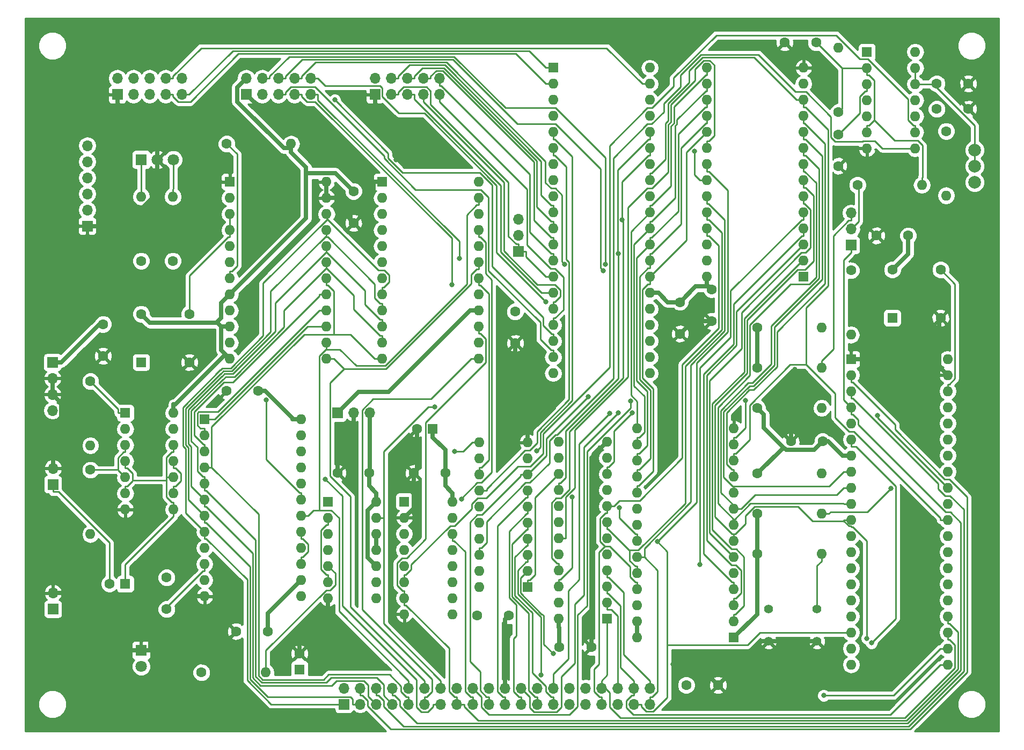
<source format=gbl>
G04 #@! TF.FileFunction,Copper,L2,Bot,Signal*
%FSLAX46Y46*%
G04 Gerber Fmt 4.6, Leading zero omitted, Abs format (unit mm)*
G04 Created by KiCad (PCBNEW 4.0.7) date 11/10/19 12:42:26*
%MOMM*%
%LPD*%
G01*
G04 APERTURE LIST*
%ADD10C,0.100000*%
%ADD11C,1.524000*%
%ADD12C,1.600000*%
%ADD13R,1.600000X1.600000*%
%ADD14R,1.700000X1.700000*%
%ADD15O,1.700000X1.700000*%
%ADD16O,1.600000X1.600000*%
%ADD17C,1.397000*%
%ADD18R,1.800000X1.800000*%
%ADD19C,1.800000*%
%ADD20C,2.000000*%
%ADD21C,0.800000*%
%ADD22C,0.700000*%
%ADD23C,0.250000*%
%ADD24C,0.254000*%
G04 APERTURE END LIST*
D10*
D11*
X189000000Y-87270000D03*
X113500000Y-50770000D03*
X171000000Y-133270000D03*
X195500000Y-64270000D03*
X90000000Y-61770000D03*
X57500000Y-118270000D03*
X59000000Y-132270000D03*
D12*
X176500000Y-97500000D03*
X171500000Y-97500000D03*
X87500000Y-89500000D03*
X82500000Y-89500000D03*
X154000000Y-75500000D03*
X154000000Y-80500000D03*
X140000000Y-130000000D03*
X135000000Y-130000000D03*
X102500000Y-63000000D03*
X102500000Y-58000000D03*
X89000000Y-127500000D03*
X84000000Y-127500000D03*
X128000000Y-77000000D03*
X128000000Y-82000000D03*
X160000000Y-136000000D03*
X155000000Y-136000000D03*
X117000000Y-102500000D03*
X112000000Y-102500000D03*
X73000000Y-119000000D03*
X73000000Y-124000000D03*
D13*
X66500000Y-120000000D03*
D12*
X64000000Y-120000000D03*
D13*
X115000000Y-95500000D03*
D12*
X112500000Y-95500000D03*
D13*
X94000000Y-133500000D03*
D12*
X94000000Y-131000000D03*
D14*
X65240000Y-42700000D03*
D15*
X65240000Y-40160000D03*
X67780000Y-42700000D03*
X67780000Y-40160000D03*
X70320000Y-42700000D03*
X70320000Y-40160000D03*
X72860000Y-42700000D03*
X72860000Y-40160000D03*
X75400000Y-42700000D03*
X75400000Y-40160000D03*
D14*
X85560000Y-42700000D03*
D15*
X85560000Y-40160000D03*
X88100000Y-42700000D03*
X88100000Y-40160000D03*
X90640000Y-42700000D03*
X90640000Y-40160000D03*
X93180000Y-42700000D03*
X93180000Y-40160000D03*
X95720000Y-42700000D03*
X95720000Y-40160000D03*
D14*
X105880000Y-42700000D03*
D15*
X105880000Y-40160000D03*
X108420000Y-42700000D03*
X108420000Y-40160000D03*
X110960000Y-42700000D03*
X110960000Y-40160000D03*
X113500000Y-42700000D03*
X113500000Y-40160000D03*
X116040000Y-42700000D03*
X116040000Y-40160000D03*
D14*
X55080000Y-104295000D03*
D15*
X55080000Y-101755000D03*
D14*
X101000000Y-139000000D03*
D15*
X101000000Y-136460000D03*
X103540000Y-139000000D03*
X103540000Y-136460000D03*
X106080000Y-139000000D03*
X106080000Y-136460000D03*
X108620000Y-139000000D03*
X108620000Y-136460000D03*
X111160000Y-139000000D03*
X111160000Y-136460000D03*
X113700000Y-139000000D03*
X113700000Y-136460000D03*
X116240000Y-139000000D03*
X116240000Y-136460000D03*
X118780000Y-139000000D03*
X118780000Y-136460000D03*
X121320000Y-139000000D03*
X121320000Y-136460000D03*
X123860000Y-139000000D03*
X123860000Y-136460000D03*
X126400000Y-139000000D03*
X126400000Y-136460000D03*
X128940000Y-139000000D03*
X128940000Y-136460000D03*
X131480000Y-139000000D03*
X131480000Y-136460000D03*
X134020000Y-139000000D03*
X134020000Y-136460000D03*
X136560000Y-139000000D03*
X136560000Y-136460000D03*
X139100000Y-139000000D03*
X139100000Y-136460000D03*
X141640000Y-139000000D03*
X141640000Y-136460000D03*
X144180000Y-139000000D03*
X144180000Y-136460000D03*
X146720000Y-139000000D03*
X146720000Y-136460000D03*
X149260000Y-139000000D03*
X149260000Y-136460000D03*
D14*
X55080000Y-123980000D03*
D15*
X55080000Y-121440000D03*
D12*
X166205000Y-92230000D03*
D16*
X176365000Y-92230000D03*
D12*
X166205000Y-85880000D03*
D16*
X176365000Y-85880000D03*
D12*
X82500000Y-50500000D03*
D16*
X92660000Y-50500000D03*
D12*
X166205000Y-79530000D03*
D16*
X176365000Y-79530000D03*
D12*
X181000000Y-70500000D03*
D16*
X181000000Y-80660000D03*
D12*
X166205000Y-102580000D03*
D16*
X176365000Y-102580000D03*
D12*
X166205000Y-115280000D03*
D16*
X176365000Y-115280000D03*
D12*
X166205000Y-108930000D03*
D16*
X176365000Y-108930000D03*
D12*
X61000000Y-102000000D03*
D16*
X61000000Y-112160000D03*
D12*
X61000000Y-88000000D03*
D16*
X61000000Y-98160000D03*
D17*
X175620000Y-124000000D03*
X175620000Y-129080000D03*
X168000000Y-124000000D03*
X168000000Y-129080000D03*
D13*
X187500000Y-78000000D03*
D12*
X187500000Y-70380000D03*
X195120000Y-70380000D03*
X195120000Y-78000000D03*
D13*
X181000000Y-84500000D03*
D16*
X196240000Y-132760000D03*
X181000000Y-87040000D03*
X196240000Y-130220000D03*
X181000000Y-89580000D03*
X196240000Y-127680000D03*
X181000000Y-92120000D03*
X196240000Y-125140000D03*
X181000000Y-94660000D03*
X196240000Y-122600000D03*
X181000000Y-97200000D03*
X196240000Y-120060000D03*
X181000000Y-99740000D03*
X196240000Y-117520000D03*
X181000000Y-102280000D03*
X196240000Y-114980000D03*
X181000000Y-104820000D03*
X196240000Y-112440000D03*
X181000000Y-107360000D03*
X196240000Y-109900000D03*
X181000000Y-109900000D03*
X196240000Y-107360000D03*
X181000000Y-112440000D03*
X196240000Y-104820000D03*
X181000000Y-114980000D03*
X196240000Y-102280000D03*
X181000000Y-117520000D03*
X196240000Y-99740000D03*
X181000000Y-120060000D03*
X196240000Y-97200000D03*
X181000000Y-122600000D03*
X196240000Y-94660000D03*
X181000000Y-125140000D03*
X196240000Y-92120000D03*
X181000000Y-127680000D03*
X196240000Y-89580000D03*
X181000000Y-130220000D03*
X196240000Y-87040000D03*
X181000000Y-132760000D03*
X196240000Y-84500000D03*
D13*
X83000000Y-56500000D03*
D16*
X98240000Y-84440000D03*
X83000000Y-59040000D03*
X98240000Y-81900000D03*
X83000000Y-61580000D03*
X98240000Y-79360000D03*
X83000000Y-64120000D03*
X98240000Y-76820000D03*
X83000000Y-66660000D03*
X98240000Y-74280000D03*
X83000000Y-69200000D03*
X98240000Y-71740000D03*
X83000000Y-71740000D03*
X98240000Y-69200000D03*
X83000000Y-74280000D03*
X98240000Y-66660000D03*
X83000000Y-76820000D03*
X98240000Y-64120000D03*
X83000000Y-79360000D03*
X98240000Y-61580000D03*
X83000000Y-81900000D03*
X98240000Y-59040000D03*
X83000000Y-84440000D03*
X98240000Y-56500000D03*
D13*
X69000000Y-85000000D03*
D12*
X69000000Y-77380000D03*
X76620000Y-77380000D03*
X76620000Y-85000000D03*
D13*
X134000000Y-38500000D03*
D16*
X149240000Y-86760000D03*
X134000000Y-41040000D03*
X149240000Y-84220000D03*
X134000000Y-43580000D03*
X149240000Y-81680000D03*
X134000000Y-46120000D03*
X149240000Y-79140000D03*
X134000000Y-48660000D03*
X149240000Y-76600000D03*
X134000000Y-51200000D03*
X149240000Y-74060000D03*
X134000000Y-53740000D03*
X149240000Y-71520000D03*
X134000000Y-56280000D03*
X149240000Y-68980000D03*
X134000000Y-58820000D03*
X149240000Y-66440000D03*
X134000000Y-61360000D03*
X149240000Y-63900000D03*
X134000000Y-63900000D03*
X149240000Y-61360000D03*
X134000000Y-66440000D03*
X149240000Y-58820000D03*
X134000000Y-68980000D03*
X149240000Y-56280000D03*
X134000000Y-71520000D03*
X149240000Y-53740000D03*
X134000000Y-74060000D03*
X149240000Y-51200000D03*
X134000000Y-76600000D03*
X149240000Y-48660000D03*
X134000000Y-79140000D03*
X149240000Y-46120000D03*
X134000000Y-81680000D03*
X149240000Y-43580000D03*
X134000000Y-84220000D03*
X149240000Y-41040000D03*
X134000000Y-86760000D03*
X149240000Y-38500000D03*
D13*
X142500000Y-125500000D03*
D16*
X134880000Y-97560000D03*
X142500000Y-122960000D03*
X134880000Y-100100000D03*
X142500000Y-120420000D03*
X134880000Y-102640000D03*
X142500000Y-117880000D03*
X134880000Y-105180000D03*
X142500000Y-115340000D03*
X134880000Y-107720000D03*
X142500000Y-112800000D03*
X134880000Y-110260000D03*
X142500000Y-110260000D03*
X134880000Y-112800000D03*
X142500000Y-107720000D03*
X134880000Y-115340000D03*
X142500000Y-105180000D03*
X134880000Y-117880000D03*
X142500000Y-102640000D03*
X134880000Y-120420000D03*
X142500000Y-100100000D03*
X134880000Y-122960000D03*
X142500000Y-97560000D03*
X134880000Y-125500000D03*
D13*
X79000000Y-94000000D03*
D16*
X94240000Y-121940000D03*
X79000000Y-96540000D03*
X94240000Y-119400000D03*
X79000000Y-99080000D03*
X94240000Y-116860000D03*
X79000000Y-101620000D03*
X94240000Y-114320000D03*
X79000000Y-104160000D03*
X94240000Y-111780000D03*
X79000000Y-106700000D03*
X94240000Y-109240000D03*
X79000000Y-109240000D03*
X94240000Y-106700000D03*
X79000000Y-111780000D03*
X94240000Y-104160000D03*
X79000000Y-114320000D03*
X94240000Y-101620000D03*
X79000000Y-116860000D03*
X94240000Y-99080000D03*
X79000000Y-119400000D03*
X94240000Y-96540000D03*
X79000000Y-121940000D03*
X94240000Y-94000000D03*
D13*
X107000000Y-56500000D03*
D16*
X122240000Y-84440000D03*
X107000000Y-59040000D03*
X122240000Y-81900000D03*
X107000000Y-61580000D03*
X122240000Y-79360000D03*
X107000000Y-64120000D03*
X122240000Y-76820000D03*
X107000000Y-66660000D03*
X122240000Y-74280000D03*
X107000000Y-69200000D03*
X122240000Y-71740000D03*
X107000000Y-71740000D03*
X122240000Y-69200000D03*
X107000000Y-74280000D03*
X122240000Y-66660000D03*
X107000000Y-76820000D03*
X122240000Y-64120000D03*
X107000000Y-79360000D03*
X122240000Y-61580000D03*
X107000000Y-81900000D03*
X122240000Y-59040000D03*
X107000000Y-84440000D03*
X122240000Y-56500000D03*
D13*
X173500000Y-71500000D03*
D16*
X158260000Y-38480000D03*
X173500000Y-68960000D03*
X158260000Y-41020000D03*
X173500000Y-66420000D03*
X158260000Y-43560000D03*
X173500000Y-63880000D03*
X158260000Y-46100000D03*
X173500000Y-61340000D03*
X158260000Y-48640000D03*
X173500000Y-58800000D03*
X158260000Y-51180000D03*
X173500000Y-56260000D03*
X158260000Y-53720000D03*
X173500000Y-53720000D03*
X158260000Y-56260000D03*
X173500000Y-51180000D03*
X158260000Y-58800000D03*
X173500000Y-48640000D03*
X158260000Y-61340000D03*
X173500000Y-46100000D03*
X158260000Y-63880000D03*
X173500000Y-43560000D03*
X158260000Y-66420000D03*
X173500000Y-41020000D03*
X158260000Y-68960000D03*
X173500000Y-38480000D03*
X158260000Y-71500000D03*
D13*
X162500000Y-128500000D03*
D16*
X147260000Y-95480000D03*
X162500000Y-125960000D03*
X147260000Y-98020000D03*
X162500000Y-123420000D03*
X147260000Y-100560000D03*
X162500000Y-120880000D03*
X147260000Y-103100000D03*
X162500000Y-118340000D03*
X147260000Y-105640000D03*
X162500000Y-115800000D03*
X147260000Y-108180000D03*
X162500000Y-113260000D03*
X147260000Y-110720000D03*
X162500000Y-110720000D03*
X147260000Y-113260000D03*
X162500000Y-108180000D03*
X147260000Y-115800000D03*
X162500000Y-105640000D03*
X147260000Y-118340000D03*
X162500000Y-103100000D03*
X147260000Y-120880000D03*
X162500000Y-100560000D03*
X147260000Y-123420000D03*
X162500000Y-98020000D03*
X147260000Y-125960000D03*
X162500000Y-95480000D03*
X147260000Y-128500000D03*
D13*
X66500000Y-93000000D03*
D16*
X74120000Y-108240000D03*
X66500000Y-95540000D03*
X74120000Y-105700000D03*
X66500000Y-98080000D03*
X74120000Y-103160000D03*
X66500000Y-100620000D03*
X74120000Y-100620000D03*
X66500000Y-103160000D03*
X74120000Y-98080000D03*
X66500000Y-105700000D03*
X74120000Y-95540000D03*
X66500000Y-108240000D03*
X74120000Y-93000000D03*
D14*
X60500000Y-63500000D03*
D15*
X60500000Y-60960000D03*
X60500000Y-58420000D03*
X60500000Y-55880000D03*
X60500000Y-53340000D03*
X60500000Y-50800000D03*
D14*
X100000000Y-93000000D03*
D15*
X102540000Y-93000000D03*
X105080000Y-93000000D03*
D12*
X127000000Y-125000000D03*
X122000000Y-125000000D03*
X179000000Y-49000000D03*
X179000000Y-54000000D03*
X175500000Y-34500000D03*
X170500000Y-34500000D03*
X105000000Y-102500000D03*
X100000000Y-102500000D03*
X194500000Y-45000000D03*
X199500000Y-45000000D03*
X194500000Y-41000000D03*
X199500000Y-41000000D03*
D18*
X69000000Y-130500000D03*
D19*
X69000000Y-133040000D03*
D18*
X69000000Y-53000000D03*
D19*
X71540000Y-53000000D03*
X74080000Y-53000000D03*
D14*
X55000000Y-85000000D03*
D15*
X55000000Y-87540000D03*
X55000000Y-90080000D03*
X55000000Y-92620000D03*
D14*
X128500000Y-67500000D03*
D15*
X128500000Y-64960000D03*
X128500000Y-62420000D03*
D14*
X181000000Y-66500000D03*
D15*
X181000000Y-63960000D03*
X181000000Y-61420000D03*
D12*
X179000000Y-45500000D03*
D16*
X179000000Y-35340000D03*
D12*
X182000000Y-57000000D03*
D16*
X192160000Y-57000000D03*
D12*
X78500000Y-134000000D03*
D16*
X88660000Y-134000000D03*
D12*
X196000000Y-48500000D03*
D16*
X196000000Y-58660000D03*
D12*
X69000000Y-69000000D03*
D16*
X69000000Y-58840000D03*
D12*
X74000000Y-69000000D03*
D16*
X74000000Y-58840000D03*
D13*
X130000000Y-120500000D03*
D16*
X122380000Y-97640000D03*
X130000000Y-117960000D03*
X122380000Y-100180000D03*
X130000000Y-115420000D03*
X122380000Y-102720000D03*
X130000000Y-112880000D03*
X122380000Y-105260000D03*
X130000000Y-110340000D03*
X122380000Y-107800000D03*
X130000000Y-107800000D03*
X122380000Y-110340000D03*
X130000000Y-105260000D03*
X122380000Y-112880000D03*
X130000000Y-102720000D03*
X122380000Y-115420000D03*
X130000000Y-100180000D03*
X122380000Y-117960000D03*
X130000000Y-97640000D03*
X122380000Y-120500000D03*
D13*
X183500000Y-36000000D03*
D16*
X191120000Y-51240000D03*
X183500000Y-38540000D03*
X191120000Y-48700000D03*
X183500000Y-41080000D03*
X191120000Y-46160000D03*
X183500000Y-43620000D03*
X191120000Y-43620000D03*
X183500000Y-46160000D03*
X191120000Y-41080000D03*
X183500000Y-48700000D03*
X191120000Y-38540000D03*
X183500000Y-51240000D03*
X191120000Y-36000000D03*
D13*
X110500000Y-107000000D03*
D16*
X118120000Y-124780000D03*
X110500000Y-109540000D03*
X118120000Y-122240000D03*
X110500000Y-112080000D03*
X118120000Y-119700000D03*
X110500000Y-114620000D03*
X118120000Y-117160000D03*
X110500000Y-117160000D03*
X118120000Y-114620000D03*
X110500000Y-119700000D03*
X118120000Y-112080000D03*
X110500000Y-122240000D03*
X118120000Y-109540000D03*
X110500000Y-124780000D03*
X118120000Y-107000000D03*
D13*
X98500000Y-107000000D03*
D16*
X106120000Y-122240000D03*
X98500000Y-109540000D03*
X106120000Y-119700000D03*
X98500000Y-112080000D03*
X106120000Y-117160000D03*
X98500000Y-114620000D03*
X106120000Y-114620000D03*
X98500000Y-117160000D03*
X106120000Y-112080000D03*
X98500000Y-119700000D03*
X106120000Y-109540000D03*
X98500000Y-122240000D03*
X106120000Y-107000000D03*
D20*
X200500000Y-54040000D03*
X200500000Y-56580000D03*
X200500000Y-51500000D03*
D12*
X159000000Y-78500000D03*
X159000000Y-73500000D03*
X190000000Y-65000000D03*
X185000000Y-65000000D03*
X63000000Y-79000000D03*
X63000000Y-84000000D03*
D11*
X59000000Y-44270000D03*
X151000000Y-35270000D03*
D21*
X109185400Y-52985400D03*
X134110200Y-91929500D03*
X172132700Y-86138400D03*
X152915800Y-132659600D03*
X137026700Y-106289500D03*
X99543500Y-43577900D03*
X142207200Y-69544100D03*
X141939000Y-70544500D03*
X118001000Y-72726000D03*
X135791200Y-69495600D03*
X119209200Y-68594100D03*
X132876400Y-75474600D03*
X146509300Y-92980900D03*
X164311400Y-91073300D03*
X185176200Y-93390000D03*
X98074500Y-103492600D03*
X115323300Y-92056700D03*
X119521600Y-106614100D03*
X88716300Y-90958500D03*
X146183100Y-91133000D03*
X139568000Y-90405300D03*
X184203800Y-129329100D03*
X183476300Y-128616700D03*
X157125500Y-116926900D03*
X132070600Y-134346800D03*
X134010500Y-131035600D03*
X176673900Y-137635300D03*
X150456700Y-113332300D03*
X187324800Y-104889200D03*
X144245200Y-93003500D03*
X142954200Y-93049200D03*
X144904700Y-62524900D03*
X118425400Y-99080000D03*
X156289900Y-51652500D03*
X144412800Y-107960200D03*
X131412000Y-98961800D03*
X144283500Y-67847200D03*
D22*
X147260000Y-128500000D02*
X147260000Y-125960000D01*
X190000000Y-67880000D02*
X190000000Y-65000000D01*
X187500000Y-70380000D02*
X190000000Y-67880000D01*
X158260000Y-71500000D02*
X158260000Y-72850300D01*
X177409700Y-97500000D02*
X176500000Y-97500000D01*
X179649700Y-99740000D02*
X177409700Y-97500000D01*
X181000000Y-99740000D02*
X179649700Y-99740000D01*
X89000000Y-124640000D02*
X89000000Y-127500000D01*
X94240000Y-119400000D02*
X89000000Y-124640000D01*
X118120000Y-107000000D02*
X118120000Y-105649700D01*
X104768000Y-108352000D02*
X106120000Y-107000000D01*
X104768000Y-115808000D02*
X104768000Y-108352000D01*
X106120000Y-117160000D02*
X104768000Y-115808000D01*
X105000000Y-104529700D02*
X105000000Y-102500000D01*
X106120000Y-105649700D02*
X105000000Y-104529700D01*
X106120000Y-107000000D02*
X106120000Y-105649700D01*
X105080000Y-102420000D02*
X105000000Y-102500000D01*
X105080000Y-94400300D02*
X105080000Y-102420000D01*
X105080000Y-93000000D02*
X105080000Y-94400300D01*
X158260000Y-72850300D02*
X158260000Y-73038800D01*
X158538800Y-73038800D02*
X158260000Y-73038800D01*
X159000000Y-73500000D02*
X158538800Y-73038800D01*
X156461200Y-73038800D02*
X154000000Y-75500000D01*
X158260000Y-73038800D02*
X156461200Y-73038800D01*
X152030300Y-75500000D02*
X154000000Y-75500000D01*
X150590300Y-74060000D02*
X152030300Y-75500000D01*
X149240000Y-74060000D02*
X150590300Y-74060000D01*
X166205000Y-85880000D02*
X166205000Y-79530000D01*
X166205000Y-102580000D02*
X170329800Y-98455200D01*
X167236000Y-95361500D02*
X170329800Y-98455200D01*
X167236000Y-93261000D02*
X167236000Y-95361500D01*
X166205000Y-92230000D02*
X167236000Y-93261000D01*
X175143000Y-98857000D02*
X176500000Y-97500000D01*
X170731500Y-98857000D02*
X175143000Y-98857000D01*
X170329800Y-98455200D02*
X170731500Y-98857000D01*
X99626900Y-55126900D02*
X102500000Y-58000000D01*
X95000000Y-55126900D02*
X99626900Y-55126900D01*
X95000000Y-62280000D02*
X95000000Y-55126900D01*
X83000000Y-74280000D02*
X95000000Y-62280000D01*
X95000000Y-54190300D02*
X92660000Y-51850300D01*
X95000000Y-55126900D02*
X95000000Y-54190300D01*
X92660000Y-50500000D02*
X92660000Y-51175100D01*
X92660000Y-51175100D02*
X92660000Y-51850300D01*
X84155200Y-41564800D02*
X85560000Y-40160000D01*
X84155200Y-43842400D02*
X84155200Y-41564800D01*
X91487900Y-51175100D02*
X84155200Y-43842400D01*
X92660000Y-51175100D02*
X91487900Y-51175100D01*
X135000000Y-126970300D02*
X135000000Y-130000000D01*
X134880000Y-126850300D02*
X135000000Y-126970300D01*
X134880000Y-125500000D02*
X134880000Y-126850300D01*
X166205000Y-108930000D02*
X166205000Y-115280000D01*
X117000000Y-104529700D02*
X117000000Y-102500000D01*
X118120000Y-105649700D02*
X117000000Y-104529700D01*
X117000000Y-98850300D02*
X115000000Y-96850300D01*
X117000000Y-102500000D02*
X117000000Y-98850300D01*
X115000000Y-95500000D02*
X115000000Y-96850300D01*
X166205000Y-124795000D02*
X166205000Y-115280000D01*
X162500000Y-128500000D02*
X166205000Y-124795000D01*
X83000000Y-79360000D02*
X81649700Y-79360000D01*
X80874200Y-78767800D02*
X80965900Y-78676100D01*
X70387800Y-78767800D02*
X80874200Y-78767800D01*
X69000000Y-77380000D02*
X70387800Y-78767800D01*
X81641000Y-75639000D02*
X83000000Y-74280000D01*
X81641000Y-78001000D02*
X81641000Y-75639000D01*
X80965900Y-78676100D02*
X81641000Y-78001000D01*
X81649700Y-79360000D02*
X80965900Y-78676100D01*
X83000000Y-84440000D02*
X82307400Y-83747400D01*
X81649700Y-83089700D02*
X81649700Y-79360000D01*
X82307400Y-83747400D02*
X81649700Y-83089700D01*
X74405100Y-91649700D02*
X74120000Y-91649700D01*
X82307400Y-83747400D02*
X74405100Y-91649700D01*
X74120000Y-93000000D02*
X74120000Y-91649700D01*
X94240000Y-94000000D02*
X92889700Y-94000000D01*
X88601800Y-89500000D02*
X87500000Y-89500000D01*
X92889700Y-93787900D02*
X88601800Y-89500000D01*
X92889700Y-94000000D02*
X92889700Y-93787900D01*
X62400300Y-79000000D02*
X56400300Y-85000000D01*
X63000000Y-79000000D02*
X62400300Y-79000000D01*
X55000000Y-85000000D02*
X56400300Y-85000000D01*
X55000000Y-90080000D02*
X55000000Y-87540000D01*
X106120000Y-112080000D02*
X106120000Y-114620000D01*
X105880000Y-42700000D02*
X105880000Y-44100300D01*
X98240000Y-56500000D02*
X98240000Y-57850300D01*
X102540000Y-93000000D02*
X102540000Y-94400300D01*
X100000000Y-96940300D02*
X100000000Y-102500000D01*
X102540000Y-94400300D02*
X100000000Y-96940300D01*
X58489700Y-121440000D02*
X55080000Y-121440000D01*
X67549700Y-130500000D02*
X58489700Y-121440000D01*
X69000000Y-130500000D02*
X67549700Y-130500000D01*
X181000000Y-84500000D02*
X182350300Y-84500000D01*
X194879000Y-84500000D02*
X182350300Y-84500000D01*
X194879000Y-78241000D02*
X194879000Y-84500000D01*
X195120000Y-78000000D02*
X194879000Y-78241000D01*
X194879000Y-85679000D02*
X196240000Y-87040000D01*
X194879000Y-84500000D02*
X194879000Y-85679000D01*
X175620000Y-129080000D02*
X168000000Y-129080000D01*
X98240000Y-57850300D02*
X98240000Y-59040000D01*
X98240000Y-59040000D02*
X99590300Y-59040000D01*
X107000000Y-56500000D02*
X105649700Y-56500000D01*
X102043900Y-62543900D02*
X102043900Y-61257100D01*
X102500000Y-63000000D02*
X102043900Y-62543900D01*
X101807400Y-61257100D02*
X102043900Y-61257100D01*
X99590300Y-59040000D02*
X101807400Y-61257100D01*
X105649700Y-57651300D02*
X105649700Y-56500000D01*
X102043900Y-61257100D02*
X105649700Y-57651300D01*
X91257000Y-48397000D02*
X85560000Y-42700000D01*
X97546700Y-48397000D02*
X91257000Y-48397000D01*
X105649700Y-56500000D02*
X97546700Y-48397000D01*
X130000000Y-97640000D02*
X130000000Y-96289700D01*
X140000000Y-100060000D02*
X142500000Y-97560000D01*
X140000000Y-130000000D02*
X140000000Y-100060000D01*
X126400000Y-125600000D02*
X127000000Y-125000000D01*
X126400000Y-136460000D02*
X126400000Y-125600000D01*
X171500000Y-86771100D02*
X172132700Y-86138400D01*
X171500000Y-97500000D02*
X171500000Y-86771100D01*
X166920000Y-129080000D02*
X168000000Y-129080000D01*
X160000000Y-136000000D02*
X166920000Y-129080000D01*
X112000000Y-108040000D02*
X112000000Y-102500000D01*
X110500000Y-109540000D02*
X112000000Y-108040000D01*
X112500000Y-102000000D02*
X112500000Y-95500000D01*
X112000000Y-102500000D02*
X112500000Y-102000000D01*
X109185400Y-47405700D02*
X109185400Y-52985400D01*
X105880000Y-44100300D02*
X109185400Y-47405700D01*
X156659600Y-132659600D02*
X152915800Y-132659600D01*
X160000000Y-136000000D02*
X156659600Y-132659600D01*
X156000000Y-78500000D02*
X154000000Y-80500000D01*
X159000000Y-78500000D02*
X156000000Y-78500000D01*
X134110200Y-92179500D02*
X134110200Y-91929500D01*
X130000000Y-96289700D02*
X134110200Y-92179500D01*
X128000000Y-85819300D02*
X134110200Y-91929500D01*
X128000000Y-82000000D02*
X128000000Y-85819300D01*
X70450300Y-129139400D02*
X70450300Y-130500000D01*
X77649700Y-121940000D02*
X70450300Y-129139400D01*
X79000000Y-121940000D02*
X77649700Y-121940000D01*
X69000000Y-130500000D02*
X70450300Y-130500000D01*
X94000000Y-128090300D02*
X94000000Y-131000000D01*
X98500000Y-123590300D02*
X94000000Y-128090300D01*
X98500000Y-122240000D02*
X98500000Y-123590300D01*
X56420400Y-91500400D02*
X55000000Y-90080000D01*
X56420400Y-99014300D02*
X56420400Y-91500400D01*
X55080000Y-100354700D02*
X56420400Y-99014300D01*
X55080000Y-101755000D02*
X55080000Y-100354700D01*
X71540000Y-58230400D02*
X71540000Y-53000000D01*
X66270400Y-63500000D02*
X71540000Y-58230400D01*
X60500000Y-63500000D02*
X66270400Y-63500000D01*
X71540000Y-50400300D02*
X65240000Y-44100300D01*
X71540000Y-53000000D02*
X71540000Y-50400300D01*
X65240000Y-42700000D02*
X65240000Y-44100300D01*
X108044200Y-89665500D02*
X120889700Y-76820000D01*
X103334500Y-89665500D02*
X108044200Y-89665500D01*
X100000000Y-93000000D02*
X103334500Y-89665500D01*
X122240000Y-76820000D02*
X120889700Y-76820000D01*
D23*
X66500000Y-116985300D02*
X66500000Y-120000000D01*
X74120000Y-109365300D02*
X66500000Y-116985300D01*
X74120000Y-108240000D02*
X74120000Y-109365300D01*
X74120000Y-103160000D02*
X72994700Y-103160000D01*
X72994700Y-100049200D02*
X72994700Y-103160000D01*
X73838600Y-99205300D02*
X72994700Y-100049200D01*
X74120000Y-99205300D02*
X73838600Y-99205300D01*
X74120000Y-98080000D02*
X74120000Y-99205300D01*
X74120000Y-108240000D02*
X74120000Y-107114700D01*
X66500000Y-105700000D02*
X66500000Y-104574700D01*
X72994700Y-103160000D02*
X72994700Y-103610000D01*
X73838700Y-107114700D02*
X74120000Y-107114700D01*
X72994700Y-106270700D02*
X73838700Y-107114700D01*
X72994700Y-103610000D02*
X72994700Y-106270700D01*
X72994700Y-103610000D02*
X67625400Y-103610000D01*
X67625400Y-103730600D02*
X67625400Y-103610000D01*
X66781300Y-104574700D02*
X67625400Y-103730600D01*
X66500000Y-104574700D02*
X66781300Y-104574700D01*
X66781300Y-101745300D02*
X66500000Y-101745300D01*
X67625400Y-102589400D02*
X66781300Y-101745300D01*
X67625400Y-103610000D02*
X67625400Y-102589400D01*
X66500000Y-100620000D02*
X66500000Y-101745300D01*
X64000000Y-113508800D02*
X64000000Y-120000000D01*
X55961500Y-105470300D02*
X64000000Y-113508800D01*
X55080000Y-105470300D02*
X55961500Y-105470300D01*
X55080000Y-104295000D02*
X55080000Y-105470300D01*
X134000000Y-41040000D02*
X132874700Y-41040000D01*
X72860000Y-42700000D02*
X74035300Y-42700000D01*
X74035300Y-43067400D02*
X74035300Y-42700000D01*
X74843200Y-43875300D02*
X74035300Y-43067400D01*
X76761700Y-43875300D02*
X74843200Y-43875300D01*
X84361400Y-36275600D02*
X76761700Y-43875300D01*
X128110300Y-36275600D02*
X84361400Y-36275600D01*
X132874700Y-41040000D02*
X128110300Y-36275600D01*
X149240000Y-41040000D02*
X148114700Y-41040000D01*
X72860000Y-40160000D02*
X74035300Y-40160000D01*
X74035300Y-39792700D02*
X74035300Y-40160000D01*
X78453000Y-35375000D02*
X74035300Y-39792700D01*
X142449700Y-35375000D02*
X78453000Y-35375000D01*
X148114700Y-41040000D02*
X142449700Y-35375000D01*
X134000000Y-38500000D02*
X132874700Y-38500000D01*
X75400000Y-42700000D02*
X76575300Y-42700000D01*
X83450000Y-35825300D02*
X76575300Y-42700000D01*
X130200000Y-35825300D02*
X83450000Y-35825300D01*
X132874700Y-38500000D02*
X130200000Y-35825300D01*
X134880000Y-120420000D02*
X134880000Y-119294700D01*
X137026700Y-117429300D02*
X137026700Y-106289500D01*
X135161300Y-119294700D02*
X137026700Y-117429300D01*
X134880000Y-119294700D02*
X135161300Y-119294700D01*
X134000000Y-81680000D02*
X134000000Y-80554700D01*
X107952400Y-51986800D02*
X99543500Y-43577900D01*
X107952400Y-52778300D02*
X107952400Y-51986800D01*
X110210900Y-55036800D02*
X107952400Y-52778300D01*
X122413200Y-55036800D02*
X110210900Y-55036800D01*
X124411000Y-57034600D02*
X122413200Y-55036800D01*
X124411000Y-69860000D02*
X124411000Y-57034600D01*
X132424300Y-77873300D02*
X124411000Y-69860000D01*
X132424300Y-79193500D02*
X132424300Y-77873300D01*
X133785500Y-80554700D02*
X132424300Y-79193500D01*
X134000000Y-80554700D02*
X133785500Y-80554700D01*
X88100000Y-40160000D02*
X89275300Y-40160000D01*
X89275300Y-39792700D02*
X89275300Y-40160000D01*
X92342100Y-36725900D02*
X89275300Y-39792700D01*
X118399800Y-36725900D02*
X92342100Y-36725900D01*
X126523900Y-44850000D02*
X118399800Y-36725900D01*
X134379900Y-44850000D02*
X126523900Y-44850000D01*
X142207200Y-52677300D02*
X134379900Y-44850000D01*
X142207200Y-69544100D02*
X142207200Y-52677300D01*
X134000000Y-84220000D02*
X134000000Y-83094700D01*
X90640000Y-42700000D02*
X91815300Y-42700000D01*
X91815300Y-42332600D02*
X91815300Y-42700000D01*
X92623200Y-41524700D02*
X91815300Y-42332600D01*
X96431400Y-41524700D02*
X92623200Y-41524700D01*
X107342800Y-52436100D02*
X96431400Y-41524700D01*
X107342800Y-52805600D02*
X107342800Y-52436100D01*
X112307200Y-57770000D02*
X107342800Y-52805600D01*
X122603900Y-57770000D02*
X112307200Y-57770000D01*
X123822300Y-58988400D02*
X122603900Y-57770000D01*
X123822300Y-70545100D02*
X123822300Y-58988400D01*
X131974000Y-78696800D02*
X123822300Y-70545100D01*
X131974000Y-81350000D02*
X131974000Y-78696800D01*
X133718700Y-83094700D02*
X131974000Y-81350000D01*
X134000000Y-83094700D02*
X133718700Y-83094700D01*
X90640000Y-40160000D02*
X91815300Y-40160000D01*
X91815300Y-39792600D02*
X91815300Y-40160000D01*
X94431700Y-37176200D02*
X91815300Y-39792600D01*
X118174700Y-37176200D02*
X94431700Y-37176200D01*
X128388500Y-47390000D02*
X118174700Y-37176200D01*
X134397700Y-47390000D02*
X128388500Y-47390000D01*
X141481900Y-54474200D02*
X134397700Y-47390000D01*
X141481900Y-70087400D02*
X141481900Y-54474200D01*
X141939000Y-70544500D02*
X141481900Y-70087400D01*
X94355300Y-43067400D02*
X94355300Y-42700000D01*
X95163200Y-43875300D02*
X94355300Y-43067400D01*
X96476500Y-43875300D02*
X95163200Y-43875300D01*
X118001000Y-65399800D02*
X96476500Y-43875300D01*
X118001000Y-72726000D02*
X118001000Y-65399800D01*
X93180000Y-42700000D02*
X94355300Y-42700000D01*
X93180000Y-40160000D02*
X94355300Y-40160000D01*
X94355300Y-39792700D02*
X94355300Y-40160000D01*
X96521500Y-37626500D02*
X94355300Y-39792700D01*
X117141800Y-37626500D02*
X96521500Y-37626500D01*
X132791500Y-53276200D02*
X117141800Y-37626500D01*
X132791500Y-56664900D02*
X132791500Y-53276200D01*
X133676600Y-57550000D02*
X132791500Y-56664900D01*
X134342800Y-57550000D02*
X133676600Y-57550000D01*
X135381300Y-58588500D02*
X134342800Y-57550000D01*
X135381300Y-69085700D02*
X135381300Y-58588500D01*
X135791200Y-69495600D02*
X135381300Y-69085700D01*
X96895300Y-43600100D02*
X96895300Y-42700000D01*
X119209200Y-65914000D02*
X96895300Y-43600100D01*
X119209200Y-68594100D02*
X119209200Y-65914000D01*
X95720000Y-42700000D02*
X96895300Y-42700000D01*
X95720000Y-40160000D02*
X96895300Y-40160000D01*
X125086600Y-67684800D02*
X132876400Y-75474600D01*
X125086600Y-57073300D02*
X125086600Y-67684800D01*
X113669000Y-45655700D02*
X125086600Y-57073300D01*
X109651500Y-45655700D02*
X113669000Y-45655700D01*
X107055400Y-43059600D02*
X109651500Y-45655700D01*
X107055400Y-41668900D02*
X107055400Y-43059600D01*
X106721800Y-41335300D02*
X107055400Y-41668900D01*
X98070600Y-41335300D02*
X106721800Y-41335300D01*
X96895300Y-40160000D02*
X98070600Y-41335300D01*
X108420000Y-42700000D02*
X109595300Y-42700000D01*
X128500000Y-67500000D02*
X128500000Y-66324700D01*
X129675300Y-68320600D02*
X129675300Y-67500000D01*
X132874700Y-71520000D02*
X129675300Y-68320600D01*
X134000000Y-71520000D02*
X132874700Y-71520000D01*
X128500000Y-67500000D02*
X129675300Y-67500000D01*
X128188300Y-66324700D02*
X128500000Y-66324700D01*
X126951500Y-65087900D02*
X128188300Y-66324700D01*
X126951500Y-56579400D02*
X126951500Y-65087900D01*
X114675400Y-44303300D02*
X126951500Y-56579400D01*
X114675400Y-42174400D02*
X114675400Y-44303300D01*
X114025700Y-41524700D02*
X114675400Y-42174400D01*
X110403200Y-41524700D02*
X114025700Y-41524700D01*
X109595300Y-42332600D02*
X110403200Y-41524700D01*
X109595300Y-42700000D02*
X109595300Y-42332600D01*
X134000000Y-61360000D02*
X134000000Y-60234700D01*
X108420000Y-40160000D02*
X109595300Y-40160000D01*
X109595300Y-39792700D02*
X109595300Y-40160000D01*
X111311200Y-38076800D02*
X109595300Y-39792700D01*
X116955200Y-38076800D02*
X111311200Y-38076800D01*
X132116200Y-53237800D02*
X116955200Y-38076800D01*
X132116200Y-58632200D02*
X132116200Y-53237800D01*
X133718700Y-60234700D02*
X132116200Y-58632200D01*
X134000000Y-60234700D02*
X133718700Y-60234700D01*
X112135300Y-43463200D02*
X112135300Y-42700000D01*
X125761800Y-57089700D02*
X112135300Y-43463200D01*
X125761800Y-67614500D02*
X125761800Y-57089700D01*
X132207300Y-74060000D02*
X125761800Y-67614500D01*
X134000000Y-74060000D02*
X132207300Y-74060000D01*
X110960000Y-42700000D02*
X112135300Y-42700000D01*
X134000000Y-63900000D02*
X134000000Y-62774700D01*
X110960000Y-40160000D02*
X112135300Y-40160000D01*
X112135300Y-39794700D02*
X112135300Y-40160000D01*
X113402900Y-38527100D02*
X112135300Y-39794700D01*
X116768500Y-38527100D02*
X113402900Y-38527100D01*
X131440700Y-53199300D02*
X116768500Y-38527100D01*
X131440700Y-60496700D02*
X131440700Y-53199300D01*
X133718700Y-62774700D02*
X131440700Y-60496700D01*
X134000000Y-62774700D02*
X133718700Y-62774700D01*
X134000000Y-76600000D02*
X134000000Y-75474700D01*
X113500000Y-42700000D02*
X113500000Y-43875300D01*
X126212200Y-56587500D02*
X113500000Y-43875300D01*
X126212200Y-67420700D02*
X126212200Y-56587500D01*
X131507600Y-72716100D02*
X126212200Y-67420700D01*
X134258700Y-72716100D02*
X131507600Y-72716100D01*
X135132000Y-73589400D02*
X134258700Y-72716100D01*
X135132000Y-74582300D02*
X135132000Y-73589400D01*
X134239600Y-75474700D02*
X135132000Y-74582300D01*
X134000000Y-75474700D02*
X134239600Y-75474700D01*
X114675300Y-39854600D02*
X114675300Y-40160000D01*
X115552500Y-38977400D02*
X114675300Y-39854600D01*
X116581900Y-38977400D02*
X115552500Y-38977400D01*
X130990300Y-53385800D02*
X116581900Y-38977400D01*
X130990300Y-62586400D02*
X130990300Y-53385800D01*
X133718600Y-65314700D02*
X130990300Y-62586400D01*
X134000000Y-65314700D02*
X133718600Y-65314700D01*
X134000000Y-66440000D02*
X134000000Y-65314700D01*
X113500000Y-40160000D02*
X114675300Y-40160000D01*
X134000000Y-79140000D02*
X134000000Y-78014700D01*
X116040000Y-42700000D02*
X116040000Y-43875300D01*
X134281300Y-78014700D02*
X134000000Y-78014700D01*
X135597400Y-76698600D02*
X134281300Y-78014700D01*
X135597400Y-71525800D02*
X135597400Y-76698600D01*
X134321600Y-70250000D02*
X135597400Y-71525800D01*
X133636900Y-70250000D02*
X134321600Y-70250000D01*
X129864600Y-66477700D02*
X133636900Y-70250000D01*
X129864600Y-57699900D02*
X129864600Y-66477700D01*
X116040000Y-43875300D02*
X129864600Y-57699900D01*
X134000000Y-68980000D02*
X134000000Y-67854700D01*
X116040000Y-40160000D02*
X116040000Y-41335300D01*
X133718700Y-67854700D02*
X134000000Y-67854700D01*
X130314900Y-64450900D02*
X133718700Y-67854700D01*
X130314900Y-55312600D02*
X130314900Y-64450900D01*
X116337600Y-41335300D02*
X130314900Y-55312600D01*
X116040000Y-41335300D02*
X116337600Y-41335300D01*
X73000000Y-123704000D02*
X73000000Y-124000000D01*
X78718700Y-117985300D02*
X73000000Y-123704000D01*
X79000000Y-117985300D02*
X78718700Y-117985300D01*
X79000000Y-116860000D02*
X79000000Y-117985300D01*
X122240000Y-59040000D02*
X122240000Y-60165300D01*
X94240000Y-109240000D02*
X95365300Y-109240000D01*
X111160000Y-136460000D02*
X111160000Y-135284700D01*
X98240000Y-81900000D02*
X98240000Y-82954400D01*
X97113000Y-83973100D02*
X97113000Y-108404100D01*
X98131700Y-82954400D02*
X97113000Y-83973100D01*
X98240000Y-82954400D02*
X98131700Y-82954400D01*
X96201200Y-108404100D02*
X95365300Y-109240000D01*
X97113000Y-108404100D02*
X96201200Y-108404100D01*
X121958600Y-60165300D02*
X122240000Y-60165300D01*
X120417400Y-61706500D02*
X121958600Y-60165300D01*
X120417400Y-72641900D02*
X120417400Y-61706500D01*
X107487300Y-85572000D02*
X120417400Y-72641900D01*
X102959900Y-85572000D02*
X107487300Y-85572000D01*
X100342300Y-82954400D02*
X102959900Y-85572000D01*
X98240000Y-82954400D02*
X100342300Y-82954400D01*
X100211800Y-124336500D02*
X111160000Y-135284700D01*
X100211700Y-124336500D02*
X100211800Y-124336500D01*
X100211700Y-109606400D02*
X100211700Y-124336500D01*
X99009400Y-108404100D02*
X100211700Y-109606400D01*
X97113000Y-108404100D02*
X99009400Y-108404100D01*
X143625300Y-95864900D02*
X146509300Y-92980900D01*
X143625300Y-100670800D02*
X143625300Y-95864900D01*
X142781400Y-101514700D02*
X143625300Y-100670800D01*
X142500000Y-101514700D02*
X142781400Y-101514700D01*
X142500000Y-102640000D02*
X142500000Y-101514700D01*
X101000000Y-139000000D02*
X99824700Y-139000000D01*
X89507200Y-139000000D02*
X99824700Y-139000000D01*
X85726600Y-135219400D02*
X89507200Y-139000000D01*
X85726600Y-119350600D02*
X85726600Y-135219400D01*
X79281300Y-112905300D02*
X85726600Y-119350600D01*
X79000000Y-112905300D02*
X79281300Y-112905300D01*
X79000000Y-112342600D02*
X79000000Y-112905300D01*
X98240000Y-61580000D02*
X98240000Y-61713000D01*
X107000000Y-74280000D02*
X107000000Y-73154700D01*
X98240000Y-62280000D02*
X98346800Y-62386700D01*
X98240000Y-61713000D02*
X98240000Y-62280000D01*
X107281400Y-73154700D02*
X107000000Y-73154700D01*
X108125300Y-72310800D02*
X107281400Y-73154700D01*
X108125300Y-71233600D02*
X108125300Y-72310800D01*
X107361700Y-70470000D02*
X108125300Y-71233600D01*
X106430000Y-70470000D02*
X107361700Y-70470000D01*
X98346800Y-62386700D02*
X106430000Y-70470000D01*
X173676900Y-47225300D02*
X173500000Y-47225300D01*
X176903200Y-50451600D02*
X173676900Y-47225300D01*
X176903200Y-72604700D02*
X176903200Y-50451600D01*
X169341600Y-80166300D02*
X176903200Y-72604700D01*
X169341600Y-85669200D02*
X169341600Y-80166300D01*
X165626500Y-89384300D02*
X169341600Y-85669200D01*
X164951000Y-89384300D02*
X165626500Y-89384300D01*
X161355100Y-92980200D02*
X164951000Y-89384300D01*
X161355100Y-101111100D02*
X161355100Y-92980200D01*
X162218700Y-101974700D02*
X161355100Y-101111100D01*
X162500000Y-101974700D02*
X162218700Y-101974700D01*
X162500000Y-103100000D02*
X162500000Y-101974700D01*
X173500000Y-46100000D02*
X173500000Y-47225300D01*
X79000000Y-111780000D02*
X79000000Y-112342600D01*
X76016900Y-108796900D02*
X79000000Y-111780000D01*
X76016900Y-98679300D02*
X76016900Y-108796900D01*
X75566700Y-98229100D02*
X76016900Y-98679300D01*
X75566700Y-92121700D02*
X75566700Y-98229100D01*
X81472600Y-86215800D02*
X75566700Y-92121700D01*
X81494300Y-86215800D02*
X81472600Y-86215800D01*
X81785600Y-85924500D02*
X81494300Y-86215800D01*
X83110500Y-85924500D02*
X81785600Y-85924500D01*
X88232000Y-80803000D02*
X83110500Y-85924500D01*
X88232000Y-72501500D02*
X88232000Y-80803000D01*
X98346800Y-62386700D02*
X88232000Y-72501500D01*
X107000000Y-76820000D02*
X107000000Y-75694700D01*
X98426200Y-65174400D02*
X98240000Y-65174400D01*
X105874700Y-72622900D02*
X98426200Y-65174400D01*
X105874700Y-74850800D02*
X105874700Y-72622900D01*
X106718600Y-75694700D02*
X105874700Y-74850800D01*
X107000000Y-75694700D02*
X106718600Y-75694700D01*
X79000000Y-109240000D02*
X79000000Y-110365300D01*
X103540000Y-139000000D02*
X102364700Y-139000000D01*
X149240000Y-56280000D02*
X149240000Y-55154700D01*
X172937400Y-43560000D02*
X172374700Y-43560000D01*
X162500000Y-100560000D02*
X162500000Y-99434700D01*
X172937400Y-43560000D02*
X173500000Y-43560000D01*
X173500000Y-43560000D02*
X173500000Y-44685300D01*
X196240000Y-109900000D02*
X195114700Y-109900000D01*
X195114700Y-109618700D02*
X195114700Y-109900000D01*
X181426000Y-95930000D02*
X195114700Y-109618700D01*
X180669800Y-95930000D02*
X181426000Y-95930000D01*
X178489800Y-93750000D02*
X180669800Y-95930000D01*
X178489800Y-89956500D02*
X178489800Y-93750000D01*
X173936200Y-85402900D02*
X178489800Y-89956500D01*
X98240000Y-64120000D02*
X98240000Y-65147800D01*
X98240000Y-65147800D02*
X98240000Y-65174400D01*
X102364700Y-138191900D02*
X102364700Y-139000000D01*
X101997500Y-137824700D02*
X102364700Y-138191900D01*
X88968800Y-137824700D02*
X101997500Y-137824700D01*
X86176900Y-135032800D02*
X88968800Y-137824700D01*
X86176900Y-117260900D02*
X86176900Y-135032800D01*
X79281300Y-110365300D02*
X86176900Y-117260900D01*
X79000000Y-110365300D02*
X79281300Y-110365300D01*
X171399600Y-85402900D02*
X173936200Y-85402900D01*
X165036800Y-91765700D02*
X171399600Y-85402900D01*
X165036800Y-97179200D02*
X165036800Y-91765700D01*
X162781300Y-99434700D02*
X165036800Y-97179200D01*
X162500000Y-99434700D02*
X162781300Y-99434700D01*
X165671800Y-36857100D02*
X172374700Y-43560000D01*
X157563800Y-36857100D02*
X165671800Y-36857100D01*
X155450900Y-38970000D02*
X157563800Y-36857100D01*
X155450900Y-40789500D02*
X155450900Y-38970000D01*
X152147700Y-44092700D02*
X155450900Y-40789500D01*
X152147700Y-46850900D02*
X152147700Y-44092700D01*
X151697400Y-47301200D02*
X152147700Y-46850900D01*
X151697400Y-52950500D02*
X151697400Y-47301200D01*
X149493200Y-55154700D02*
X151697400Y-52950500D01*
X149240000Y-55154700D02*
X149493200Y-55154700D01*
X173936200Y-76371900D02*
X173936200Y-85402900D01*
X177353600Y-72954500D02*
X173936200Y-76371900D01*
X177353600Y-48257600D02*
X177353600Y-72954500D01*
X173781300Y-44685300D02*
X177353600Y-48257600D01*
X173500000Y-44685300D02*
X173781300Y-44685300D01*
X76467200Y-106707200D02*
X79000000Y-109240000D01*
X76467200Y-98492700D02*
X76467200Y-106707200D01*
X76017000Y-98042500D02*
X76467200Y-98492700D01*
X76017000Y-92308300D02*
X76017000Y-98042500D01*
X81557800Y-86767500D02*
X76017000Y-92308300D01*
X81579500Y-86767500D02*
X81557800Y-86767500D01*
X81972200Y-86374800D02*
X81579500Y-86767500D01*
X83297100Y-86374800D02*
X81972200Y-86374800D01*
X89441400Y-80230500D02*
X83297100Y-86374800D01*
X89441400Y-73800700D02*
X89441400Y-80230500D01*
X98094300Y-65147800D02*
X89441400Y-73800700D01*
X98240000Y-65147800D02*
X98094300Y-65147800D01*
X181000000Y-87040000D02*
X181000000Y-88165300D01*
X103540000Y-136460000D02*
X103540000Y-137635300D01*
X181281400Y-88165300D02*
X181000000Y-88165300D01*
X187944500Y-94828400D02*
X181281400Y-88165300D01*
X187944500Y-95637100D02*
X187944500Y-94828400D01*
X195777400Y-103470000D02*
X187944500Y-95637100D01*
X196481800Y-103470000D02*
X195777400Y-103470000D01*
X199281300Y-106269500D02*
X196481800Y-103470000D01*
X199281300Y-133958200D02*
X199281300Y-106269500D01*
X190301600Y-142937900D02*
X199281300Y-133958200D01*
X108346300Y-142937900D02*
X190301600Y-142937900D01*
X104715300Y-139306900D02*
X108346300Y-142937900D01*
X104715300Y-138443200D02*
X104715300Y-139306900D01*
X103907400Y-137635300D02*
X104715300Y-138443200D01*
X103540000Y-137635300D02*
X103907400Y-137635300D01*
X107000000Y-79360000D02*
X107000000Y-78234700D01*
X98240000Y-66660000D02*
X98240000Y-67606100D01*
X98241100Y-67607200D02*
X98240000Y-67606100D01*
X104348100Y-73714200D02*
X98241100Y-67607200D01*
X104348100Y-75864100D02*
X104348100Y-73714200D01*
X106718700Y-78234700D02*
X104348100Y-75864100D01*
X107000000Y-78234700D02*
X106718700Y-78234700D01*
X104810000Y-137730000D02*
X106080000Y-139000000D01*
X104810000Y-135988900D02*
X104810000Y-137730000D01*
X104105000Y-135283900D02*
X104810000Y-135988900D01*
X99791500Y-135283900D02*
X104105000Y-135283900D01*
X99025400Y-136050000D02*
X99791500Y-135283900D01*
X87831000Y-136050000D02*
X99025400Y-136050000D01*
X86627300Y-134846300D02*
X87831000Y-136050000D01*
X86627300Y-115171300D02*
X86627300Y-134846300D01*
X79281300Y-107825300D02*
X86627300Y-115171300D01*
X79000000Y-107825300D02*
X79281300Y-107825300D01*
X79000000Y-106700000D02*
X79000000Y-107825300D01*
X164311400Y-95364600D02*
X164311400Y-91073300D01*
X162781300Y-96894700D02*
X164311400Y-95364600D01*
X162500000Y-96894700D02*
X162781300Y-96894700D01*
X162500000Y-98020000D02*
X162500000Y-96894700D01*
X76917600Y-104617600D02*
X79000000Y-106700000D01*
X76917600Y-98306200D02*
X76917600Y-104617600D01*
X76467300Y-97855900D02*
X76917600Y-98306200D01*
X76467300Y-92494900D02*
X76467300Y-97855900D01*
X81744300Y-87217900D02*
X76467300Y-92494900D01*
X81766000Y-87217900D02*
X81744300Y-87217900D01*
X82158800Y-86825100D02*
X81766000Y-87217900D01*
X83491300Y-86825100D02*
X82158800Y-86825100D01*
X90205600Y-80110800D02*
X83491300Y-86825100D01*
X90205600Y-75642700D02*
X90205600Y-80110800D01*
X98241100Y-67607200D02*
X90205600Y-75642700D01*
X181000000Y-89580000D02*
X181000000Y-90705300D01*
X181281300Y-90705300D02*
X181000000Y-90705300D01*
X194738600Y-104162600D02*
X181281300Y-90705300D01*
X194738600Y-104976500D02*
X194738600Y-104162600D01*
X195852100Y-106090000D02*
X194738600Y-104976500D01*
X196608800Y-106090000D02*
X195852100Y-106090000D01*
X198769200Y-108250400D02*
X196608800Y-106090000D01*
X198769200Y-133833400D02*
X198769200Y-108250400D01*
X190115000Y-142487600D02*
X198769200Y-133833400D01*
X110396600Y-142487600D02*
X190115000Y-142487600D01*
X107255300Y-139346300D02*
X110396600Y-142487600D01*
X107255300Y-138443200D02*
X107255300Y-139346300D01*
X106447400Y-137635300D02*
X107255300Y-138443200D01*
X106080000Y-137635300D02*
X106447400Y-137635300D01*
X178185300Y-82934400D02*
X176365000Y-84754700D01*
X178185300Y-65042700D02*
X178185300Y-82934400D01*
X180632700Y-62595300D02*
X178185300Y-65042700D01*
X181000000Y-62595300D02*
X180632700Y-62595300D01*
X181000000Y-61420000D02*
X181000000Y-62595300D01*
X176365000Y-85880000D02*
X176365000Y-84754700D01*
X106080000Y-136460000D02*
X106080000Y-137635300D01*
X79000000Y-104160000D02*
X79000000Y-105285300D01*
X147260000Y-95480000D02*
X147260000Y-94354700D01*
X149240000Y-61360000D02*
X149240000Y-60234700D01*
X158260000Y-38480000D02*
X158260000Y-39605300D01*
X79281300Y-105285300D02*
X79000000Y-105285300D01*
X87077700Y-113081700D02*
X79281300Y-105285300D01*
X87077700Y-134659800D02*
X87077700Y-113081700D01*
X88017500Y-135599600D02*
X87077700Y-134659800D01*
X98202100Y-135599600D02*
X88017500Y-135599600D01*
X98968200Y-134833500D02*
X98202100Y-135599600D01*
X106167400Y-134833500D02*
X98968200Y-134833500D01*
X107255400Y-135921500D02*
X106167400Y-134833500D01*
X107255400Y-137635400D02*
X107255400Y-135921500D01*
X108620000Y-139000000D02*
X107255400Y-137635400D01*
X98240000Y-69200000D02*
X98240000Y-69762600D01*
X79000000Y-104160000D02*
X79000000Y-103034700D01*
X107000000Y-81900000D02*
X107000000Y-80774700D01*
X98240000Y-70114800D02*
X98251100Y-70125800D01*
X98240000Y-69762600D02*
X98240000Y-70114800D01*
X106718700Y-80774700D02*
X107000000Y-80774700D01*
X102557000Y-76613000D02*
X106718700Y-80774700D01*
X102557000Y-74431800D02*
X102557000Y-76613000D01*
X98251100Y-70125800D02*
X102557000Y-74431800D01*
X146270200Y-64329800D02*
X149240000Y-61360000D01*
X146270200Y-90194300D02*
X146270200Y-64329800D01*
X147260000Y-91184100D02*
X146270200Y-90194300D01*
X147260000Y-94354700D02*
X147260000Y-91184100D01*
X158083100Y-39605300D02*
X158260000Y-39605300D01*
X153048300Y-44640100D02*
X158083100Y-39605300D01*
X153048300Y-47224100D02*
X153048300Y-44640100D01*
X152598100Y-47674300D02*
X153048300Y-47224100D01*
X152598100Y-57157900D02*
X152598100Y-47674300D01*
X149521300Y-60234700D02*
X152598100Y-57157900D01*
X149240000Y-60234700D02*
X149521300Y-60234700D01*
X78718600Y-103034700D02*
X79000000Y-103034700D01*
X77874700Y-102190800D02*
X78718600Y-103034700D01*
X77874700Y-98401100D02*
X77874700Y-102190800D01*
X76917600Y-97444000D02*
X77874700Y-98401100D01*
X76917600Y-92681500D02*
X76917600Y-97444000D01*
X81873400Y-87725700D02*
X76917600Y-92681500D01*
X81895100Y-87725700D02*
X81873400Y-87725700D01*
X82345400Y-87275400D02*
X81895100Y-87725700D01*
X83721700Y-87275400D02*
X82345400Y-87275400D01*
X91538600Y-79458500D02*
X83721700Y-87275400D01*
X91538600Y-76838300D02*
X91538600Y-79458500D01*
X98251100Y-70125800D02*
X91538600Y-76838300D01*
X181000000Y-92120000D02*
X181000000Y-93245300D01*
X181281400Y-93245300D02*
X181000000Y-93245300D01*
X182125300Y-94089200D02*
X181281400Y-93245300D01*
X182125300Y-94842800D02*
X182125300Y-94089200D01*
X195912500Y-108630000D02*
X182125300Y-94842800D01*
X196639000Y-108630000D02*
X195912500Y-108630000D01*
X198318900Y-110309900D02*
X196639000Y-108630000D01*
X198318900Y-133646800D02*
X198318900Y-110309900D01*
X189928400Y-142037300D02*
X198318900Y-133646800D01*
X112533900Y-142037300D02*
X189928400Y-142037300D01*
X109795300Y-139298700D02*
X112533900Y-142037300D01*
X109795300Y-138443200D02*
X109795300Y-139298700D01*
X108987400Y-137635300D02*
X109795300Y-138443200D01*
X108620000Y-137635300D02*
X108987400Y-137635300D01*
X179857800Y-90977800D02*
X181000000Y-92120000D01*
X179857800Y-68817500D02*
X179857800Y-90977800D01*
X181000000Y-67675300D02*
X179857800Y-68817500D01*
X181000000Y-66500000D02*
X181000000Y-67675300D01*
X108620000Y-136460000D02*
X108620000Y-137635300D01*
X107000000Y-84440000D02*
X105874700Y-84440000D01*
X158260000Y-41020000D02*
X158260000Y-42145300D01*
X149240000Y-63900000D02*
X149240000Y-62774700D01*
X98240000Y-71740000D02*
X98240000Y-72794400D01*
X111160000Y-139000000D02*
X111160000Y-137824700D01*
X79000000Y-101620000D02*
X80125300Y-101620000D01*
X87531200Y-109025900D02*
X80125300Y-101620000D01*
X87531200Y-134476400D02*
X87531200Y-109025900D01*
X88180100Y-135125300D02*
X87531200Y-134476400D01*
X97767300Y-135125300D02*
X88180100Y-135125300D01*
X98560500Y-134332100D02*
X97767300Y-135125300D01*
X108165700Y-134332100D02*
X98560500Y-134332100D01*
X109984700Y-136151100D02*
X108165700Y-134332100D01*
X109984700Y-137016800D02*
X109984700Y-136151100D01*
X110792600Y-137824700D02*
X109984700Y-137016800D01*
X111160000Y-137824700D02*
X110792600Y-137824700D01*
X147260000Y-98020000D02*
X147260000Y-96894700D01*
X146720600Y-66419400D02*
X149240000Y-63900000D01*
X146720600Y-88719900D02*
X146720600Y-66419400D01*
X148387000Y-90386300D02*
X146720600Y-88719900D01*
X148387000Y-96049000D02*
X148387000Y-90386300D01*
X147541300Y-96894700D02*
X148387000Y-96049000D01*
X147260000Y-96894700D02*
X147541300Y-96894700D01*
X99368200Y-73735900D02*
X99368200Y-80630000D01*
X98426700Y-72794400D02*
X99368200Y-73735900D01*
X98240000Y-72794400D02*
X98426700Y-72794400D01*
X80125300Y-95219900D02*
X80125300Y-101620000D01*
X94715200Y-80630000D02*
X80125300Y-95219900D01*
X99368200Y-80630000D02*
X94715200Y-80630000D01*
X102064700Y-80630000D02*
X105874700Y-84440000D01*
X99368200Y-80630000D02*
X102064700Y-80630000D01*
X158049000Y-42145300D02*
X158260000Y-42145300D01*
X153498600Y-46695700D02*
X158049000Y-42145300D01*
X153498600Y-47410700D02*
X153498600Y-46695700D01*
X153273400Y-47635900D02*
X153498600Y-47410700D01*
X153273400Y-59022600D02*
X153273400Y-47635900D01*
X149521300Y-62774700D02*
X153273400Y-59022600D01*
X149240000Y-62774700D02*
X149521300Y-62774700D01*
X158260000Y-43560000D02*
X158260000Y-44685300D01*
X113700000Y-139000000D02*
X113700000Y-137824700D01*
X114745600Y-90809100D02*
X121114700Y-84440000D01*
X105603700Y-90809100D02*
X114745600Y-90809100D01*
X103873400Y-92539400D02*
X105603700Y-90809100D01*
X103873400Y-124037700D02*
X103873400Y-92539400D01*
X114875300Y-135039600D02*
X103873400Y-124037700D01*
X114875300Y-137016800D02*
X114875300Y-135039600D01*
X114067400Y-137824700D02*
X114875300Y-137016800D01*
X113700000Y-137824700D02*
X114067400Y-137824700D01*
X147260000Y-100560000D02*
X147260000Y-99434700D01*
X122240000Y-84440000D02*
X121114700Y-84440000D01*
X149240000Y-66440000D02*
X149240000Y-65314700D01*
X147171000Y-68509000D02*
X149240000Y-66440000D01*
X147171000Y-87896500D02*
X147171000Y-68509000D01*
X148838900Y-89564400D02*
X147171000Y-87896500D01*
X148838900Y-98137100D02*
X148838900Y-89564400D01*
X147541300Y-99434700D02*
X148838900Y-98137100D01*
X147260000Y-99434700D02*
X147541300Y-99434700D01*
X158022600Y-44685300D02*
X158260000Y-44685300D01*
X153723700Y-48984200D02*
X158022600Y-44685300D01*
X153723700Y-61112300D02*
X153723700Y-48984200D01*
X149521300Y-65314700D02*
X153723700Y-61112300D01*
X149240000Y-65314700D02*
X149521300Y-65314700D01*
X78807200Y-97954700D02*
X79000000Y-97954700D01*
X77419000Y-96566500D02*
X78807200Y-97954700D01*
X77419000Y-92817000D02*
X77419000Y-96566500D01*
X82059900Y-88176100D02*
X77419000Y-92817000D01*
X83499900Y-88176100D02*
X82059900Y-88176100D01*
X97114700Y-74561300D02*
X83499900Y-88176100D01*
X97114700Y-74280000D02*
X97114700Y-74561300D01*
X98240000Y-74280000D02*
X97114700Y-74280000D01*
X79000000Y-99080000D02*
X79000000Y-97954700D01*
X98240000Y-84440000D02*
X99365300Y-84440000D01*
X122240000Y-69200000D02*
X122240000Y-70325300D01*
X113700000Y-136460000D02*
X113700000Y-135284700D01*
X99365300Y-84440000D02*
X100973300Y-86048000D01*
X121958600Y-70325300D02*
X122240000Y-70325300D01*
X121114700Y-71169200D02*
X121958600Y-70325300D01*
X121114700Y-72581500D02*
X121114700Y-71169200D01*
X107648200Y-86048000D02*
X121114700Y-72581500D01*
X100973300Y-86048000D02*
X107648200Y-86048000D01*
X185176200Y-93756200D02*
X185176200Y-93390000D01*
X196240000Y-104820000D02*
X185176200Y-93756200D01*
X98798000Y-88223300D02*
X100973300Y-86048000D01*
X98798000Y-103001900D02*
X98798000Y-88223300D01*
X102029000Y-106232900D02*
X98798000Y-103001900D01*
X102029000Y-123613700D02*
X102029000Y-106232900D01*
X113700000Y-135284700D02*
X102029000Y-123613700D01*
X149240000Y-68980000D02*
X149240000Y-67854700D01*
X158260000Y-46100000D02*
X158260000Y-47225300D01*
X147260000Y-103100000D02*
X147260000Y-101974700D01*
X149240000Y-68980000D02*
X149240000Y-70105300D01*
X115064700Y-139365300D02*
X115064700Y-139000000D01*
X114240800Y-140189200D02*
X115064700Y-139365300D01*
X113176300Y-140189200D02*
X114240800Y-140189200D01*
X112430000Y-139442900D02*
X113176300Y-140189200D01*
X112430000Y-135134300D02*
X112430000Y-139442900D01*
X100716600Y-123420900D02*
X112430000Y-135134300D01*
X100716600Y-106134700D02*
X100716600Y-123420900D01*
X98074500Y-103492600D02*
X100716600Y-106134700D01*
X116240000Y-139000000D02*
X115064700Y-139000000D01*
X98240000Y-76820000D02*
X97114700Y-76820000D01*
X79000000Y-96540000D02*
X79000000Y-95414700D01*
X148958700Y-70105300D02*
X149240000Y-70105300D01*
X147623400Y-71440600D02*
X148958700Y-70105300D01*
X147623400Y-87711900D02*
X147623400Y-71440600D01*
X149340200Y-89428700D02*
X147623400Y-87711900D01*
X149340200Y-100175800D02*
X149340200Y-89428700D01*
X147541300Y-101974700D02*
X149340200Y-100175800D01*
X147260000Y-101974700D02*
X147541300Y-101974700D01*
X158075400Y-47225300D02*
X158260000Y-47225300D01*
X154174000Y-51126700D02*
X158075400Y-47225300D01*
X154174000Y-63202000D02*
X154174000Y-51126700D01*
X149521300Y-67854700D02*
X154174000Y-63202000D01*
X149240000Y-67854700D02*
X149521300Y-67854700D01*
X78354600Y-95414700D02*
X79000000Y-95414700D01*
X77874700Y-94934800D02*
X78354600Y-95414700D01*
X77874700Y-93041500D02*
X77874700Y-94934800D01*
X78089600Y-92826600D02*
X77874700Y-93041500D01*
X81108100Y-92826600D02*
X78089600Y-92826600D01*
X97114700Y-76820000D02*
X81108100Y-92826600D01*
X175620000Y-117150300D02*
X175620000Y-124000000D01*
X176365000Y-116405300D02*
X175620000Y-117150300D01*
X176365000Y-115280000D02*
X176365000Y-116405300D01*
X116240000Y-136460000D02*
X116240000Y-135284700D01*
X106120000Y-109540000D02*
X107245300Y-109540000D01*
X107245300Y-126290000D02*
X116240000Y-135284700D01*
X107245300Y-109540000D02*
X107245300Y-126290000D01*
X107245400Y-109540000D02*
X107245300Y-109540000D01*
X107245400Y-99102600D02*
X107245400Y-109540000D01*
X114291300Y-92056700D02*
X107245400Y-99102600D01*
X115323300Y-92056700D02*
X114291300Y-92056700D01*
X155059600Y-65700400D02*
X149240000Y-71520000D01*
X155059600Y-51840400D02*
X155059600Y-65700400D01*
X158260000Y-48640000D02*
X155059600Y-51840400D01*
X118780000Y-139000000D02*
X119955300Y-139000000D01*
X196240000Y-125140000D02*
X196240000Y-126265300D01*
X196521400Y-126265300D02*
X196240000Y-126265300D01*
X197868600Y-127612500D02*
X196521400Y-126265300D01*
X197868600Y-133460200D02*
X197868600Y-127612500D01*
X189741800Y-141587000D02*
X197868600Y-133460200D01*
X122175000Y-141587000D02*
X189741800Y-141587000D01*
X119955300Y-139367300D02*
X122175000Y-141587000D01*
X119955300Y-139000000D02*
X119955300Y-139367300D01*
X147260000Y-105640000D02*
X147260000Y-104514700D01*
X149240000Y-71520000D02*
X149240000Y-72645300D01*
X147464300Y-104514700D02*
X147260000Y-104514700D01*
X149790600Y-102188400D02*
X147464300Y-104514700D01*
X149790600Y-89193200D02*
X149790600Y-102188400D01*
X148114700Y-87517300D02*
X149790600Y-89193200D01*
X148114700Y-73489200D02*
X148114700Y-87517300D01*
X148958600Y-72645300D02*
X148114700Y-73489200D01*
X149240000Y-72645300D02*
X148958600Y-72645300D01*
X118780000Y-139000000D02*
X118780000Y-137824700D01*
X122240000Y-79360000D02*
X122240000Y-80485300D01*
X122521400Y-80485300D02*
X122240000Y-80485300D01*
X123365300Y-81329200D02*
X122521400Y-80485300D01*
X123365300Y-85040700D02*
X123365300Y-81329200D01*
X113870300Y-94535700D02*
X123365300Y-85040700D01*
X113870300Y-112921200D02*
X113870300Y-94535700D01*
X110901500Y-115890000D02*
X113870300Y-112921200D01*
X110177500Y-115890000D02*
X110901500Y-115890000D01*
X109373900Y-116693600D02*
X110177500Y-115890000D01*
X109373900Y-120269900D02*
X109373900Y-116693600D01*
X110218700Y-121114700D02*
X109373900Y-120269900D01*
X110500000Y-121114700D02*
X110218700Y-121114700D01*
X118412600Y-137824700D02*
X118780000Y-137824700D01*
X117604700Y-137016800D02*
X118412600Y-137824700D01*
X117604700Y-130188700D02*
X117604700Y-137016800D01*
X110781300Y-123365300D02*
X117604700Y-130188700D01*
X110500000Y-123365300D02*
X110781300Y-123365300D01*
X110500000Y-122240000D02*
X110500000Y-123365300D01*
X110500000Y-122240000D02*
X110500000Y-121114700D01*
X80633300Y-94000000D02*
X79000000Y-94000000D01*
X95273300Y-79360000D02*
X80633300Y-94000000D01*
X98240000Y-79360000D02*
X95273300Y-79360000D01*
X121320000Y-139000000D02*
X121320000Y-137824700D01*
X120952600Y-137824700D02*
X121320000Y-137824700D01*
X120144700Y-137016800D02*
X120952600Y-137824700D01*
X120144700Y-114948700D02*
X120144700Y-137016800D01*
X118401300Y-113205300D02*
X120144700Y-114948700D01*
X118120000Y-113205300D02*
X118401300Y-113205300D01*
X118120000Y-112080000D02*
X118120000Y-113205300D01*
X177569200Y-104585500D02*
X179874700Y-102280000D01*
X162500000Y-104585500D02*
X177569200Y-104585500D01*
X181000000Y-102280000D02*
X179874700Y-102280000D01*
X162500000Y-105640000D02*
X162500000Y-104585500D01*
X173500000Y-48640000D02*
X173500000Y-49765300D01*
X122240000Y-64120000D02*
X122240000Y-65245300D01*
X122521400Y-65245300D02*
X122240000Y-65245300D01*
X123365300Y-66089200D02*
X122521400Y-65245300D01*
X123365300Y-70983400D02*
X123365300Y-66089200D01*
X124325600Y-71943700D02*
X123365300Y-70983400D01*
X124325600Y-102372700D02*
X124325600Y-71943700D01*
X122708300Y-103990000D02*
X124325600Y-102372700D01*
X122046700Y-103990000D02*
X122708300Y-103990000D01*
X119521600Y-106515100D02*
X122046700Y-103990000D01*
X119521600Y-106614100D02*
X119521600Y-106515100D01*
X162333100Y-104585500D02*
X162500000Y-104585500D01*
X160904700Y-103157100D02*
X162333100Y-104585500D01*
X160904700Y-92793600D02*
X160904700Y-103157100D01*
X164989400Y-88708900D02*
X160904700Y-92793600D01*
X165626400Y-88708900D02*
X164989400Y-88708900D01*
X168891200Y-85444100D02*
X165626400Y-88708900D01*
X168891200Y-79442700D02*
X168891200Y-85444100D01*
X176426500Y-71907400D02*
X168891200Y-79442700D01*
X176426500Y-52410400D02*
X176426500Y-71907400D01*
X173781400Y-49765300D02*
X176426500Y-52410400D01*
X173500000Y-49765300D02*
X173781400Y-49765300D01*
X88716300Y-100332300D02*
X88716300Y-90958500D01*
X93958700Y-105574700D02*
X88716300Y-100332300D01*
X94240000Y-105574700D02*
X93958700Y-105574700D01*
X94240000Y-106700000D02*
X94240000Y-105574700D01*
X146183100Y-92230900D02*
X146183100Y-91133000D01*
X139324600Y-99089400D02*
X146183100Y-92230900D01*
X139324600Y-123448500D02*
X139324600Y-99089400D01*
X137830000Y-124943100D02*
X139324600Y-123448500D01*
X137830000Y-139400700D02*
X137830000Y-124943100D01*
X136587100Y-140643600D02*
X137830000Y-139400700D01*
X123840200Y-140643600D02*
X136587100Y-140643600D01*
X122684600Y-139488000D02*
X123840200Y-140643600D01*
X122684600Y-137824600D02*
X122684600Y-139488000D01*
X121320000Y-136460000D02*
X122684600Y-137824600D01*
X178749400Y-105945300D02*
X179874700Y-104820000D01*
X165860000Y-105945300D02*
X178749400Y-105945300D01*
X163625300Y-108180000D02*
X165860000Y-105945300D01*
X181000000Y-104820000D02*
X179874700Y-104820000D01*
X162500000Y-108180000D02*
X163048200Y-108180000D01*
X163048200Y-108180000D02*
X163625300Y-108180000D01*
X173500000Y-51180000D02*
X173500000Y-52305300D01*
X123860000Y-139000000D02*
X123860000Y-137824700D01*
X123467800Y-137824700D02*
X123860000Y-137824700D01*
X122495400Y-136852300D02*
X123467800Y-137824700D01*
X122495400Y-133898000D02*
X122495400Y-136852300D01*
X120864700Y-132267300D02*
X122495400Y-133898000D01*
X120864700Y-110238300D02*
X120864700Y-132267300D01*
X122033000Y-109070000D02*
X120864700Y-110238300D01*
X122806000Y-109070000D02*
X122033000Y-109070000D01*
X128874700Y-103001300D02*
X122806000Y-109070000D01*
X128874700Y-102720000D02*
X128874700Y-103001300D01*
X130000000Y-102720000D02*
X128874700Y-102720000D01*
X132926600Y-97046700D02*
X139568000Y-90405300D01*
X132926600Y-99793400D02*
X132926600Y-97046700D01*
X130000000Y-102720000D02*
X132926600Y-99793400D01*
X160454400Y-105586200D02*
X163048200Y-108180000D01*
X160454400Y-92607000D02*
X160454400Y-105586200D01*
X164802800Y-88258600D02*
X160454400Y-92607000D01*
X165439800Y-88258600D02*
X164802800Y-88258600D01*
X168440900Y-85257500D02*
X165439800Y-88258600D01*
X168440900Y-79256100D02*
X168440900Y-85257500D01*
X175976200Y-71720800D02*
X168440900Y-79256100D01*
X175976200Y-54500100D02*
X175976200Y-71720800D01*
X173781400Y-52305300D02*
X175976200Y-54500100D01*
X173500000Y-52305300D02*
X173781400Y-52305300D01*
X181000000Y-97200000D02*
X181000000Y-98325300D01*
X188050100Y-125482800D02*
X184203800Y-129329100D01*
X188050100Y-104588700D02*
X188050100Y-125482800D01*
X181786700Y-98325300D02*
X188050100Y-104588700D01*
X181000000Y-98325300D02*
X181786700Y-98325300D01*
X162500000Y-110720000D02*
X162500000Y-110157300D01*
X173500000Y-53720000D02*
X173500000Y-54845300D01*
X181000000Y-107360000D02*
X179874700Y-107360000D01*
X162500000Y-109949100D02*
X162569800Y-109879300D01*
X162500000Y-110157300D02*
X162500000Y-109949100D01*
X179839500Y-107324800D02*
X179874700Y-107360000D01*
X165124300Y-107324800D02*
X179839500Y-107324800D01*
X162569800Y-109879300D02*
X165124300Y-107324800D01*
X126032600Y-137824700D02*
X126400000Y-137824700D01*
X125224700Y-137016800D02*
X126032600Y-137824700D01*
X125224700Y-110879300D02*
X125224700Y-137016800D01*
X129718700Y-106385300D02*
X125224700Y-110879300D01*
X130000000Y-106385300D02*
X129718700Y-106385300D01*
X130000000Y-105260000D02*
X130000000Y-106385300D01*
X126400000Y-139000000D02*
X126400000Y-137824700D01*
X160004100Y-107313600D02*
X162569800Y-109879300D01*
X160004100Y-92102100D02*
X160004100Y-107313600D01*
X165055300Y-87050900D02*
X160004100Y-92102100D01*
X165055300Y-79061400D02*
X165055300Y-87050900D01*
X171491400Y-72625300D02*
X165055300Y-79061400D01*
X174434800Y-72625300D02*
X171491400Y-72625300D01*
X175525900Y-71534200D02*
X174434800Y-72625300D01*
X175525900Y-56678400D02*
X175525900Y-71534200D01*
X173692800Y-54845300D02*
X175525900Y-56678400D01*
X173500000Y-54845300D02*
X173692800Y-54845300D01*
X130000000Y-107800000D02*
X130000000Y-108925300D01*
X128940000Y-139000000D02*
X128940000Y-137824700D01*
X162500000Y-113260000D02*
X162500000Y-112134700D01*
X173500000Y-56260000D02*
X173500000Y-57385300D01*
X181000000Y-110844600D02*
X181000000Y-111025300D01*
X181000000Y-109900000D02*
X179874700Y-109900000D01*
X174922700Y-110077100D02*
X179874700Y-110077100D01*
X172623400Y-107777800D02*
X174922700Y-110077100D01*
X165765700Y-107777800D02*
X172623400Y-107777800D01*
X164313900Y-109229600D02*
X165765700Y-107777800D01*
X164313900Y-110511500D02*
X164313900Y-109229600D01*
X162690700Y-112134700D02*
X164313900Y-110511500D01*
X162500000Y-112134700D02*
X162690700Y-112134700D01*
X180642200Y-110844600D02*
X179874700Y-110077100D01*
X181000000Y-110844600D02*
X180642200Y-110844600D01*
X179874700Y-110077100D02*
X179874700Y-109900000D01*
X183476300Y-113220300D02*
X183476300Y-128616700D01*
X181281300Y-111025300D02*
X183476300Y-113220300D01*
X181000000Y-111025300D02*
X181281300Y-111025300D01*
X162250700Y-112134700D02*
X162500000Y-112134700D01*
X159553800Y-109437800D02*
X162250700Y-112134700D01*
X159553800Y-91768900D02*
X159553800Y-109437800D01*
X164605000Y-86717700D02*
X159553800Y-91768900D01*
X164605000Y-78296200D02*
X164605000Y-86717700D01*
X172526600Y-70374600D02*
X164605000Y-78296200D01*
X173739500Y-70374600D02*
X172526600Y-70374600D01*
X175075600Y-69038500D02*
X173739500Y-70374600D01*
X175075600Y-58679500D02*
X175075600Y-69038500D01*
X173781400Y-57385300D02*
X175075600Y-58679500D01*
X173500000Y-57385300D02*
X173781400Y-57385300D01*
X128572600Y-137824700D02*
X128940000Y-137824700D01*
X127745200Y-136997300D02*
X128572600Y-137824700D01*
X127745200Y-128628700D02*
X127745200Y-136997300D01*
X128144400Y-128229500D02*
X127745200Y-128628700D01*
X128144400Y-123266000D02*
X128144400Y-128229500D01*
X127073400Y-122195000D02*
X128144400Y-123266000D01*
X127073400Y-111664500D02*
X127073400Y-122195000D01*
X129812500Y-108925400D02*
X127073400Y-111664500D01*
X130000000Y-108925400D02*
X129812500Y-108925400D01*
X130000000Y-108925300D02*
X130000000Y-108925400D01*
X130000000Y-110340000D02*
X130000000Y-111465300D01*
X131480000Y-139000000D02*
X131480000Y-137824700D01*
X173500000Y-58800000D02*
X173500000Y-59925300D01*
X158653200Y-111953200D02*
X162500000Y-115800000D01*
X158653200Y-87865100D02*
X158653200Y-111953200D01*
X163704300Y-82814000D02*
X158653200Y-87865100D01*
X163704300Y-77129200D02*
X163704300Y-82814000D01*
X173143500Y-67690000D02*
X163704300Y-77129200D01*
X173839600Y-67690000D02*
X173143500Y-67690000D01*
X174625300Y-66904300D02*
X173839600Y-67690000D01*
X174625300Y-60857800D02*
X174625300Y-66904300D01*
X173692800Y-59925300D02*
X174625300Y-60857800D01*
X173500000Y-59925300D02*
X173692800Y-59925300D01*
X131112300Y-137824700D02*
X131480000Y-137824700D01*
X130141200Y-136853600D02*
X131112300Y-137824700D01*
X130141200Y-124625900D02*
X130141200Y-136853600D01*
X127523700Y-122008400D02*
X130141200Y-124625900D01*
X127523700Y-113752500D02*
X127523700Y-122008400D01*
X129810900Y-111465300D02*
X127523700Y-113752500D01*
X130000000Y-111465300D02*
X129810900Y-111465300D01*
X130000000Y-112880000D02*
X130000000Y-114005300D01*
X134020000Y-139000000D02*
X134020000Y-137824700D01*
X173500000Y-61340000D02*
X173500000Y-62465300D01*
X157125500Y-85905700D02*
X157125500Y-116926900D01*
X162003200Y-81028000D02*
X157125500Y-85905700D01*
X162003200Y-73680800D02*
X162003200Y-81028000D01*
X173218700Y-62465300D02*
X162003200Y-73680800D01*
X173500000Y-62465300D02*
X173218700Y-62465300D01*
X133652600Y-137824700D02*
X134020000Y-137824700D01*
X132844700Y-137016800D02*
X133652600Y-137824700D01*
X132844700Y-136157400D02*
X132844700Y-137016800D01*
X130705600Y-134018300D02*
X132844700Y-136157400D01*
X130705600Y-124553400D02*
X130705600Y-134018300D01*
X127974000Y-121821800D02*
X130705600Y-124553400D01*
X127974000Y-115797300D02*
X127974000Y-121821800D01*
X129766000Y-114005300D02*
X127974000Y-115797300D01*
X130000000Y-114005300D02*
X129766000Y-114005300D01*
X130000000Y-115420000D02*
X130000000Y-116545300D01*
X162500000Y-120880000D02*
X162500000Y-119754700D01*
X173500000Y-63880000D02*
X173500000Y-65005300D01*
X162218700Y-119754700D02*
X162500000Y-119754700D01*
X157752600Y-115288600D02*
X162218700Y-119754700D01*
X157752600Y-86855000D02*
X157752600Y-115288600D01*
X162453600Y-82154000D02*
X157752600Y-86855000D01*
X162453600Y-75770400D02*
X162453600Y-82154000D01*
X173218700Y-65005300D02*
X162453600Y-75770400D01*
X173500000Y-65005300D02*
X173218700Y-65005300D01*
X132070600Y-125281400D02*
X132070600Y-134346800D01*
X132070500Y-125281400D02*
X132070600Y-125281400D01*
X128424300Y-121635200D02*
X132070500Y-125281400D01*
X128424300Y-117863300D02*
X128424300Y-121635200D01*
X129742300Y-116545300D02*
X128424300Y-117863300D01*
X130000000Y-116545300D02*
X129742300Y-116545300D01*
X162500000Y-123420000D02*
X162500000Y-122294700D01*
X162781300Y-122294700D02*
X162500000Y-122294700D01*
X163633200Y-121442800D02*
X162781300Y-122294700D01*
X163633200Y-117849100D02*
X163633200Y-121442800D01*
X162854100Y-117070000D02*
X163633200Y-117849100D01*
X162140400Y-117070000D02*
X162854100Y-117070000D01*
X158202900Y-113132500D02*
X162140400Y-117070000D01*
X158202900Y-87041600D02*
X158202900Y-113132500D01*
X162903900Y-82340600D02*
X158202900Y-87041600D01*
X162903900Y-77016100D02*
X162903900Y-82340600D01*
X173500000Y-66420000D02*
X162903900Y-77016100D01*
X132521000Y-129546100D02*
X134010500Y-131035600D01*
X132521000Y-125015300D02*
X132521000Y-129546100D01*
X132282400Y-124776700D02*
X132521000Y-125015300D01*
X132202700Y-124776700D02*
X132282400Y-124776700D01*
X128874600Y-121448600D02*
X132202700Y-124776700D01*
X128874600Y-119085400D02*
X128874600Y-121448600D01*
X130000000Y-117960000D02*
X128874600Y-119085400D01*
X147260000Y-120880000D02*
X147260000Y-119754700D01*
X142500000Y-107720000D02*
X142500000Y-108845300D01*
X141640000Y-139000000D02*
X141640000Y-137824700D01*
X141272600Y-137824700D02*
X141640000Y-137824700D01*
X140464700Y-137016800D02*
X141272600Y-137824700D01*
X140464700Y-133443500D02*
X140464700Y-137016800D01*
X141189600Y-132718600D02*
X140464700Y-133443500D01*
X141189600Y-115011000D02*
X141189600Y-132718600D01*
X142130600Y-114070000D02*
X141189600Y-115011000D01*
X142218600Y-108845300D02*
X142500000Y-108845300D01*
X141374700Y-109689200D02*
X142218600Y-108845300D01*
X141374700Y-113314100D02*
X141374700Y-109689200D01*
X142130600Y-114070000D02*
X141374700Y-113314100D01*
X142886700Y-114070000D02*
X142130600Y-114070000D01*
X146134700Y-117318000D02*
X142886700Y-114070000D01*
X146134700Y-118910800D02*
X146134700Y-117318000D01*
X146978600Y-119754700D02*
X146134700Y-118910800D01*
X147260000Y-119754700D02*
X146978600Y-119754700D01*
X144472700Y-106872600D02*
X143625300Y-107720000D01*
X147643400Y-106872600D02*
X144472700Y-106872600D01*
X154380700Y-100135300D02*
X147643400Y-106872600D01*
X154380700Y-85347900D02*
X154380700Y-100135300D01*
X160126900Y-79601700D02*
X154380700Y-85347900D01*
X160126900Y-66590900D02*
X160126900Y-79601700D01*
X158541300Y-65005300D02*
X160126900Y-66590900D01*
X158260000Y-65005300D02*
X158541300Y-65005300D01*
X158260000Y-63880000D02*
X158260000Y-65005300D01*
X142500000Y-107720000D02*
X143625300Y-107720000D01*
X142500000Y-134424700D02*
X141640000Y-135284700D01*
X142500000Y-125500000D02*
X142500000Y-134424700D01*
X141640000Y-136460000D02*
X141640000Y-135872300D01*
X141640000Y-135872300D02*
X141640000Y-135284700D01*
X196521400Y-128805300D02*
X196240000Y-128805300D01*
X197365300Y-129649200D02*
X196521400Y-128805300D01*
X197365300Y-133243900D02*
X197365300Y-129649200D01*
X189472600Y-141136600D02*
X197365300Y-133243900D01*
X144599800Y-141136600D02*
X189472600Y-141136600D01*
X142910000Y-139446800D02*
X144599800Y-141136600D01*
X142910000Y-137142300D02*
X142910000Y-139446800D01*
X141640000Y-135872300D02*
X142910000Y-137142300D01*
X196240000Y-127680000D02*
X196240000Y-128805300D01*
X147260000Y-118340000D02*
X147260000Y-117214700D01*
X142500000Y-110260000D02*
X142500000Y-111385300D01*
X146086800Y-116322900D02*
X146086800Y-114779300D01*
X146978600Y-117214700D02*
X146086800Y-116322900D01*
X147260000Y-117214700D02*
X146978600Y-117214700D01*
X142692800Y-111385300D02*
X142500000Y-111385300D01*
X146086800Y-114779300D02*
X142692800Y-111385300D01*
X158541400Y-62465300D02*
X158260000Y-62465300D01*
X160622100Y-64546000D02*
X158541400Y-62465300D01*
X160622100Y-79861500D02*
X160622100Y-64546000D01*
X154831100Y-85652500D02*
X160622100Y-79861500D01*
X154831100Y-107280500D02*
X154831100Y-85652500D01*
X147437000Y-114674600D02*
X154831100Y-107280500D01*
X146191500Y-114674600D02*
X147437000Y-114674600D01*
X146086800Y-114779300D02*
X146191500Y-114674600D01*
X158260000Y-61340000D02*
X158260000Y-62465300D01*
X142500000Y-122960000D02*
X142500000Y-124085300D01*
X144180000Y-136460000D02*
X144180000Y-135284700D01*
X187699400Y-137635300D02*
X176673900Y-137635300D01*
X195114700Y-130220000D02*
X187699400Y-137635300D01*
X196240000Y-130220000D02*
X195114700Y-130220000D01*
X144180000Y-125062000D02*
X144180000Y-135284700D01*
X143203300Y-124085300D02*
X144180000Y-125062000D01*
X142500000Y-124085300D02*
X143203300Y-124085300D01*
X146720000Y-139000000D02*
X147895300Y-139000000D01*
X164681800Y-129625400D02*
X152012600Y-129625400D01*
X166627200Y-127680000D02*
X164681800Y-129625400D01*
X181000000Y-127680000D02*
X166627200Y-127680000D01*
X147895300Y-139367400D02*
X147895300Y-139000000D01*
X148703200Y-140175300D02*
X147895300Y-139367400D01*
X149763400Y-140175300D02*
X148703200Y-140175300D01*
X152012600Y-137926100D02*
X149763400Y-140175300D01*
X152012600Y-129625400D02*
X152012600Y-137926100D01*
X152012600Y-114888200D02*
X152012600Y-129625400D01*
X150456700Y-113332300D02*
X152012600Y-114888200D01*
X158260000Y-53720000D02*
X158260000Y-54845300D01*
X158541300Y-54845300D02*
X158260000Y-54845300D01*
X161522700Y-57826700D02*
X158541300Y-54845300D01*
X161522700Y-80234700D02*
X161522700Y-57826700D01*
X156675100Y-85082300D02*
X161522700Y-80234700D01*
X156675100Y-107113900D02*
X156675100Y-85082300D01*
X150456700Y-113332300D02*
X156675100Y-107113900D01*
X196240000Y-132760000D02*
X195114700Y-132760000D01*
X187227400Y-140647300D02*
X195114700Y-132760000D01*
X146617100Y-140647300D02*
X187227400Y-140647300D01*
X145541400Y-139571600D02*
X146617100Y-140647300D01*
X145541400Y-138446600D02*
X145541400Y-139571600D01*
X146352700Y-137635300D02*
X145541400Y-138446600D01*
X146720000Y-137635300D02*
X146352700Y-137635300D01*
X146720000Y-136460000D02*
X146720000Y-137635300D01*
X142500000Y-120420000D02*
X142500000Y-121545300D01*
X146720000Y-136460000D02*
X146720000Y-135284700D01*
X144630400Y-133195100D02*
X146720000Y-135284700D01*
X144630400Y-123471200D02*
X144630400Y-133195100D01*
X142704500Y-121545300D02*
X144630400Y-123471200D01*
X142500000Y-121545300D02*
X142704500Y-121545300D01*
X158260000Y-58800000D02*
X158260000Y-59925300D01*
X149260000Y-139000000D02*
X149260000Y-137824700D01*
X147260000Y-115800000D02*
X148385300Y-115800000D01*
X149627400Y-137824700D02*
X149260000Y-137824700D01*
X150435300Y-137016800D02*
X149627400Y-137824700D01*
X150435300Y-117850000D02*
X150435300Y-137016800D01*
X148385300Y-115800000D02*
X150435300Y-117850000D01*
X158473600Y-59925300D02*
X158260000Y-59925300D01*
X161072400Y-62524100D02*
X158473600Y-59925300D01*
X161072400Y-80048100D02*
X161072400Y-62524100D01*
X155700800Y-85419700D02*
X161072400Y-80048100D01*
X155700800Y-107062500D02*
X155700800Y-85419700D01*
X148385300Y-114378000D02*
X155700800Y-107062500D01*
X148385300Y-115800000D02*
X148385300Y-114378000D01*
X162500000Y-125960000D02*
X162500000Y-124834700D01*
X142781300Y-119005300D02*
X142500000Y-119005300D01*
X145110000Y-121334000D02*
X142781300Y-119005300D01*
X145110000Y-131134700D02*
X145110000Y-121334000D01*
X149260000Y-135284700D02*
X145110000Y-131134700D01*
X149260000Y-136460000D02*
X149260000Y-135284700D01*
X142500000Y-117880000D02*
X142500000Y-119005300D01*
X162729500Y-124834700D02*
X162500000Y-124834700D01*
X164083600Y-123480600D02*
X162729500Y-124834700D01*
X164083600Y-115745900D02*
X164083600Y-123480600D01*
X162867700Y-114530000D02*
X164083600Y-115745900D01*
X162163800Y-114530000D02*
X162867700Y-114530000D01*
X159103500Y-111469700D02*
X162163800Y-114530000D01*
X159103500Y-91582300D02*
X159103500Y-111469700D01*
X164154700Y-86531100D02*
X159103500Y-91582300D01*
X164154700Y-78109600D02*
X164154700Y-86531100D01*
X173304300Y-68960000D02*
X164154700Y-78109600D01*
X173500000Y-68960000D02*
X173304300Y-68960000D01*
X84125400Y-52125400D02*
X82500000Y-50500000D01*
X84125400Y-69770600D02*
X84125400Y-52125400D01*
X83281300Y-70614700D02*
X84125400Y-69770600D01*
X83000000Y-70614700D02*
X83281300Y-70614700D01*
X83000000Y-71740000D02*
X83000000Y-70614700D01*
X176365000Y-108930000D02*
X177490300Y-108930000D01*
X183584000Y-108630000D02*
X187324800Y-104889200D01*
X177790300Y-108630000D02*
X183584000Y-108630000D01*
X177490300Y-108930000D02*
X177790300Y-108630000D01*
X65374700Y-92374700D02*
X61000000Y-88000000D01*
X65374700Y-93000000D02*
X65374700Y-92374700D01*
X66500000Y-93000000D02*
X65374700Y-93000000D01*
X74401400Y-104574700D02*
X74120000Y-104574700D01*
X75245300Y-103730800D02*
X74401400Y-104574700D01*
X75245300Y-102589300D02*
X75245300Y-103730800D01*
X74401300Y-101745300D02*
X75245300Y-102589300D01*
X74120000Y-101745300D02*
X74401300Y-101745300D01*
X74120000Y-100620000D02*
X74120000Y-101745300D01*
X74120000Y-105700000D02*
X74120000Y-104574700D01*
X66500000Y-98080000D02*
X66500000Y-99205300D01*
X65350600Y-102000000D02*
X61000000Y-102000000D01*
X65350600Y-100073400D02*
X65350600Y-102000000D01*
X66218700Y-99205300D02*
X65350600Y-100073400D01*
X66500000Y-99205300D02*
X66218700Y-99205300D01*
X65350600Y-102010600D02*
X66500000Y-103160000D01*
X65350600Y-102000000D02*
X65350600Y-102010600D01*
X197365300Y-72625300D02*
X195120000Y-70380000D01*
X197365300Y-87587800D02*
X197365300Y-72625300D01*
X196498400Y-88454700D02*
X197365300Y-87587800D01*
X196240000Y-88454700D02*
X196498400Y-88454700D01*
X196240000Y-89580000D02*
X196240000Y-88454700D01*
X83000000Y-61580000D02*
X83000000Y-64120000D01*
X76620000Y-71344000D02*
X76620000Y-77380000D01*
X82718700Y-65245300D02*
X76620000Y-71344000D01*
X83000000Y-65245300D02*
X82718700Y-65245300D01*
X83000000Y-64120000D02*
X83000000Y-65245300D01*
X122380000Y-105260000D02*
X123505300Y-105260000D01*
X134000000Y-51200000D02*
X134000000Y-52325300D01*
X134281300Y-52325300D02*
X134000000Y-52325300D01*
X136058100Y-54102100D02*
X134281300Y-52325300D01*
X136058100Y-68736800D02*
X136058100Y-54102100D01*
X136058200Y-68736800D02*
X136058100Y-68736800D01*
X136516500Y-69195100D02*
X136058200Y-68736800D01*
X136516500Y-90903900D02*
X136516500Y-69195100D01*
X131509900Y-95910500D02*
X136516500Y-90903900D01*
X131509900Y-97729100D02*
X131509900Y-95910500D01*
X130329000Y-98910000D02*
X131509900Y-97729100D01*
X129574000Y-98910000D02*
X130329000Y-98910000D01*
X123505300Y-104978700D02*
X129574000Y-98910000D01*
X123505300Y-105260000D02*
X123505300Y-104978700D01*
X122380000Y-102720000D02*
X122380000Y-101594700D01*
X122240000Y-71740000D02*
X122240000Y-72865300D01*
X122521300Y-72865300D02*
X122240000Y-72865300D01*
X123847600Y-74191600D02*
X122521300Y-72865300D01*
X123847600Y-100408400D02*
X123847600Y-74191600D01*
X122661300Y-101594700D02*
X123847600Y-100408400D01*
X122380000Y-101594700D02*
X122661300Y-101594700D01*
X94521400Y-115734700D02*
X94240000Y-115734700D01*
X95365300Y-114890800D02*
X94521400Y-115734700D01*
X95365300Y-113749300D02*
X95365300Y-114890800D01*
X94521300Y-112905300D02*
X95365300Y-113749300D01*
X94240000Y-112905300D02*
X94521300Y-112905300D01*
X94240000Y-111780000D02*
X94240000Y-112905300D01*
X94240000Y-116860000D02*
X94240000Y-115734700D01*
X130304600Y-137824600D02*
X128940000Y-136460000D01*
X130304600Y-139533800D02*
X130304600Y-137824600D01*
X130964000Y-140193200D02*
X130304600Y-139533800D01*
X134529600Y-140193200D02*
X130964000Y-140193200D01*
X135290000Y-139432800D02*
X134529600Y-140193200D01*
X135290000Y-134606000D02*
X135290000Y-139432800D01*
X137379600Y-132516400D02*
X135290000Y-134606000D01*
X137379600Y-123241300D02*
X137379600Y-132516400D01*
X138874200Y-121746700D02*
X137379600Y-123241300D01*
X138874200Y-98374500D02*
X138874200Y-121746700D01*
X144245200Y-93003500D02*
X138874200Y-98374500D01*
X134020000Y-134228100D02*
X134020000Y-136460000D01*
X136387100Y-131861000D02*
X134020000Y-134228100D01*
X136387100Y-121072100D02*
X136387100Y-131861000D01*
X138106800Y-119352400D02*
X136387100Y-121072100D01*
X138106800Y-97896600D02*
X138106800Y-119352400D01*
X142954200Y-93049200D02*
X138106800Y-97896600D01*
X182374700Y-45625300D02*
X179000000Y-49000000D01*
X182374700Y-43049200D02*
X182374700Y-45625300D01*
X183218600Y-42205300D02*
X182374700Y-43049200D01*
X183500000Y-42205300D02*
X183218600Y-42205300D01*
X183500000Y-41080000D02*
X183500000Y-42205300D01*
X179540000Y-38540000D02*
X175500000Y-34500000D01*
X179540000Y-44960000D02*
X179000000Y-45500000D01*
X179540000Y-38540000D02*
X179540000Y-44960000D01*
X183500000Y-38540000D02*
X179540000Y-38540000D01*
X183500000Y-48700000D02*
X183500000Y-47574700D01*
X183500000Y-38540000D02*
X183500000Y-39665300D01*
X192160000Y-57000000D02*
X192160000Y-55874700D01*
X183781300Y-47574700D02*
X184625300Y-46730700D01*
X183500000Y-47574700D02*
X183781300Y-47574700D01*
X183781400Y-39665300D02*
X183500000Y-39665300D01*
X184625300Y-40509200D02*
X183781400Y-39665300D01*
X184625300Y-46730700D02*
X184625300Y-40509200D01*
X187864600Y-49970000D02*
X184625300Y-46730700D01*
X191481700Y-49970000D02*
X187864600Y-49970000D01*
X192279200Y-50767500D02*
X191481700Y-49970000D01*
X192279200Y-55755500D02*
X192279200Y-50767500D01*
X192160000Y-55874700D02*
X192279200Y-55755500D01*
X200500000Y-54040000D02*
X200500000Y-51500000D01*
X191120000Y-38540000D02*
X191120000Y-41080000D01*
X191120000Y-41080000D02*
X192245300Y-41080000D01*
X194500000Y-41080000D02*
X192245300Y-41080000D01*
X194500000Y-41599800D02*
X194500000Y-41080000D01*
X200500000Y-47599800D02*
X194500000Y-41599800D01*
X200500000Y-51500000D02*
X200500000Y-47599800D01*
X194500000Y-41080000D02*
X194500000Y-41000000D01*
X69000000Y-53000000D02*
X69000000Y-58840000D01*
X74080000Y-57634700D02*
X74000000Y-57714700D01*
X74080000Y-53000000D02*
X74080000Y-57634700D01*
X74000000Y-58840000D02*
X74000000Y-57714700D01*
X149240000Y-51200000D02*
X149240000Y-52325300D01*
X134880000Y-117880000D02*
X134880000Y-116754700D01*
X145008900Y-62629100D02*
X144904700Y-62524900D01*
X145008900Y-87454400D02*
X145008900Y-62629100D01*
X136532600Y-95930700D02*
X145008900Y-87454400D01*
X136532600Y-105119000D02*
X136532600Y-95930700D01*
X135201600Y-106450000D02*
X136532600Y-105119000D01*
X134478000Y-106450000D02*
X135201600Y-106450000D01*
X133754700Y-107173300D02*
X134478000Y-106450000D01*
X133754700Y-115910800D02*
X133754700Y-107173300D01*
X134598600Y-116754700D02*
X133754700Y-115910800D01*
X134880000Y-116754700D02*
X134598600Y-116754700D01*
X149035700Y-52325300D02*
X149240000Y-52325300D01*
X144904700Y-56456300D02*
X149035700Y-52325300D01*
X144904700Y-62524900D02*
X144904700Y-56456300D01*
X182183400Y-57183400D02*
X182000000Y-57000000D01*
X182183400Y-62776600D02*
X182183400Y-57183400D01*
X181000000Y-63960000D02*
X182183400Y-62776600D01*
X122380000Y-97640000D02*
X121254700Y-97640000D01*
X158260000Y-56260000D02*
X157134700Y-56260000D01*
X119814700Y-99080000D02*
X118425400Y-99080000D01*
X121254700Y-97640000D02*
X119814700Y-99080000D01*
X156289900Y-55415200D02*
X156289900Y-51652500D01*
X157134700Y-56260000D02*
X156289900Y-55415200D01*
X147260000Y-113260000D02*
X147260000Y-112134700D01*
X144412800Y-109568800D02*
X144412800Y-107960200D01*
X146978700Y-112134700D02*
X144412800Y-109568800D01*
X147260000Y-112134700D02*
X146978700Y-112134700D01*
X134000000Y-48660000D02*
X134000000Y-49785300D01*
X131960300Y-98413500D02*
X131412000Y-98961800D01*
X131960300Y-96097000D02*
X131960300Y-98413500D01*
X137013000Y-91044300D02*
X131960300Y-96097000D01*
X137013000Y-52517000D02*
X137013000Y-91044300D01*
X134281300Y-49785300D02*
X137013000Y-52517000D01*
X134000000Y-49785300D02*
X134281300Y-49785300D01*
X149240000Y-48660000D02*
X149240000Y-49785300D01*
X144283500Y-87542900D02*
X144283500Y-67847200D01*
X136005300Y-95821100D02*
X144283500Y-87542900D01*
X136005300Y-103210800D02*
X136005300Y-95821100D01*
X135161400Y-104054700D02*
X136005300Y-103210800D01*
X134880000Y-104054700D02*
X135161400Y-104054700D01*
X149035700Y-49785300D02*
X149240000Y-49785300D01*
X144179300Y-54641700D02*
X149035700Y-49785300D01*
X144179300Y-67743000D02*
X144179300Y-54641700D01*
X144283500Y-67847200D02*
X144179300Y-67743000D01*
X134880000Y-105180000D02*
X134880000Y-104054700D01*
X131125300Y-106394700D02*
X134880000Y-102640000D01*
X131125300Y-118530800D02*
X131125300Y-106394700D01*
X130281400Y-119374700D02*
X131125300Y-118530800D01*
X130000000Y-119374700D02*
X130281400Y-119374700D01*
X130000000Y-120500000D02*
X130000000Y-119374700D01*
X158260000Y-51180000D02*
X158260000Y-50054700D01*
X134880000Y-112800000D02*
X136005300Y-112800000D01*
X158541300Y-50054700D02*
X158260000Y-50054700D01*
X159404200Y-49191800D02*
X158541300Y-50054700D01*
X159404200Y-38014700D02*
X159404200Y-49191800D01*
X158706400Y-37316900D02*
X159404200Y-38014700D01*
X157759700Y-37316900D02*
X158706400Y-37316900D01*
X156351500Y-38725100D02*
X157759700Y-37316900D01*
X156351500Y-40525800D02*
X156351500Y-38725100D01*
X152598000Y-44279300D02*
X156351500Y-40525800D01*
X152598000Y-47037500D02*
X152598000Y-44279300D01*
X152147700Y-47487800D02*
X152598000Y-47037500D01*
X152147700Y-54985700D02*
X152147700Y-47487800D01*
X149583400Y-57550000D02*
X152147700Y-54985700D01*
X148849000Y-57550000D02*
X149583400Y-57550000D01*
X145819800Y-60579200D02*
X148849000Y-57550000D01*
X145819800Y-87280400D02*
X145819800Y-60579200D01*
X137433200Y-95667000D02*
X145819800Y-87280400D01*
X137433200Y-104855300D02*
X137433200Y-95667000D01*
X136005300Y-106283200D02*
X137433200Y-104855300D01*
X136005300Y-112800000D02*
X136005300Y-106283200D01*
X185895400Y-51240000D02*
X191120000Y-51240000D01*
X184703100Y-50047700D02*
X185895400Y-51240000D01*
X182892100Y-50047700D02*
X184703100Y-50047700D01*
X182814400Y-50125400D02*
X182892100Y-50047700D01*
X178464200Y-50125400D02*
X182814400Y-50125400D01*
X177804000Y-49465200D02*
X178464200Y-50125400D01*
X177804000Y-46215700D02*
X177804000Y-49465200D01*
X173878300Y-42290000D02*
X177804000Y-46215700D01*
X172234700Y-42290000D02*
X173878300Y-42290000D01*
X166340300Y-36395600D02*
X172234700Y-42290000D01*
X157328900Y-36395600D02*
X166340300Y-36395600D01*
X154072500Y-39652000D02*
X157328900Y-36395600D01*
X154072500Y-41497500D02*
X154072500Y-39652000D01*
X151472300Y-44097700D02*
X154072500Y-41497500D01*
X151472300Y-45479200D02*
X151472300Y-44097700D01*
X149561500Y-47390000D02*
X151472300Y-45479200D01*
X148842400Y-47390000D02*
X149561500Y-47390000D01*
X143468600Y-52763800D02*
X148842400Y-47390000D01*
X143468600Y-87551500D02*
X143468600Y-52763800D01*
X134585500Y-96434600D02*
X143468600Y-87551500D01*
X134367600Y-96434600D02*
X134585500Y-96434600D01*
X133406500Y-97395700D02*
X134367600Y-96434600D01*
X133406500Y-100925200D02*
X133406500Y-97395700D01*
X130341700Y-103990000D02*
X133406500Y-100925200D01*
X129665700Y-103990000D02*
X130341700Y-103990000D01*
X123505300Y-110150400D02*
X129665700Y-103990000D01*
X123505300Y-113450800D02*
X123505300Y-110150400D01*
X122661400Y-114294700D02*
X123505300Y-113450800D01*
X122380000Y-114294700D02*
X122661400Y-114294700D01*
X122380000Y-115420000D02*
X122380000Y-114294700D01*
X110500000Y-119700000D02*
X110500000Y-118574700D01*
X191120000Y-48700000D02*
X191120000Y-47574700D01*
X110781400Y-118574700D02*
X110500000Y-118574700D01*
X111625300Y-117730800D02*
X110781400Y-118574700D01*
X111625300Y-116928400D02*
X111625300Y-117730800D01*
X117743700Y-110810000D02*
X111625300Y-116928400D01*
X118455900Y-110810000D02*
X117743700Y-110810000D01*
X121149100Y-108116800D02*
X118455900Y-110810000D01*
X121149100Y-107380000D02*
X121149100Y-108116800D01*
X122073000Y-106456100D02*
X121149100Y-107380000D01*
X123443300Y-106456100D02*
X122073000Y-106456100D01*
X128449400Y-101450000D02*
X123443300Y-106456100D01*
X130360100Y-101450000D02*
X128449400Y-101450000D01*
X132410700Y-99399400D02*
X130360100Y-101450000D01*
X132410700Y-96284700D02*
X132410700Y-99399400D01*
X142932600Y-85762800D02*
X132410700Y-96284700D01*
X142932600Y-50777700D02*
X142932600Y-85762800D01*
X148860300Y-44850000D02*
X142932600Y-50777700D01*
X149599000Y-44850000D02*
X148860300Y-44850000D01*
X153012600Y-41436400D02*
X149599000Y-44850000D01*
X153012600Y-40075000D02*
X153012600Y-41436400D01*
X159731800Y-33355800D02*
X153012600Y-40075000D01*
X178629400Y-33355800D02*
X159731800Y-33355800D01*
X182399000Y-37125400D02*
X178629400Y-33355800D01*
X183684800Y-37125400D02*
X182399000Y-37125400D01*
X189994700Y-43435300D02*
X183684800Y-37125400D01*
X189994700Y-46730800D02*
X189994700Y-43435300D01*
X190838600Y-47574700D02*
X189994700Y-46730800D01*
X191120000Y-47574700D02*
X190838600Y-47574700D01*
X88660000Y-130486500D02*
X88660000Y-134000000D01*
X98176500Y-120970000D02*
X88660000Y-130486500D01*
X98830800Y-120970000D02*
X98176500Y-120970000D01*
X99635400Y-120165400D02*
X98830800Y-120970000D01*
X99635400Y-118295400D02*
X99635400Y-120165400D01*
X98500000Y-117160000D02*
X99635400Y-118295400D01*
X98218600Y-110665300D02*
X98500000Y-110665300D01*
X97374700Y-111509200D02*
X98218600Y-110665300D01*
X97374700Y-117730700D02*
X97374700Y-111509200D01*
X98218700Y-118574700D02*
X97374700Y-117730700D01*
X98500000Y-118574700D02*
X98218700Y-118574700D01*
X98500000Y-119700000D02*
X98500000Y-118574700D01*
X98500000Y-109540000D02*
X98500000Y-110665300D01*
D24*
G36*
X204290000Y-143290000D02*
X191024302Y-143290000D01*
X194871683Y-139442619D01*
X197764613Y-139442619D01*
X198104155Y-140264372D01*
X198732321Y-140893636D01*
X199553481Y-141234611D01*
X200442619Y-141235387D01*
X201264372Y-140895845D01*
X201893636Y-140267679D01*
X202234611Y-139446519D01*
X202235387Y-138557381D01*
X201895845Y-137735628D01*
X201267679Y-137106364D01*
X200446519Y-136765389D01*
X199557381Y-136764613D01*
X198735628Y-137104155D01*
X198106364Y-137732321D01*
X197765389Y-138553481D01*
X197764613Y-139442619D01*
X194871683Y-139442619D01*
X199818701Y-134495601D01*
X199983448Y-134249039D01*
X200041300Y-133958200D01*
X200041300Y-106269500D01*
X199983448Y-105978661D01*
X199818701Y-105732099D01*
X197322260Y-103235658D01*
X197593880Y-102829151D01*
X197703113Y-102280000D01*
X197593880Y-101730849D01*
X197282811Y-101265302D01*
X196900725Y-101010000D01*
X197282811Y-100754698D01*
X197593880Y-100289151D01*
X197703113Y-99740000D01*
X197593880Y-99190849D01*
X197282811Y-98725302D01*
X196900725Y-98470000D01*
X197282811Y-98214698D01*
X197593880Y-97749151D01*
X197703113Y-97200000D01*
X197593880Y-96650849D01*
X197282811Y-96185302D01*
X196900725Y-95930000D01*
X197282811Y-95674698D01*
X197593880Y-95209151D01*
X197703113Y-94660000D01*
X197593880Y-94110849D01*
X197282811Y-93645302D01*
X196900725Y-93390000D01*
X197282811Y-93134698D01*
X197593880Y-92669151D01*
X197703113Y-92120000D01*
X197593880Y-91570849D01*
X197282811Y-91105302D01*
X196900725Y-90850000D01*
X197282811Y-90594698D01*
X197593880Y-90129151D01*
X197703113Y-89580000D01*
X197593880Y-89030849D01*
X197354824Y-88673078D01*
X197902701Y-88125201D01*
X198067448Y-87878639D01*
X198125300Y-87587800D01*
X198125300Y-72625300D01*
X198067448Y-72334461D01*
X197902701Y-72087899D01*
X196533256Y-70718454D01*
X196554750Y-70666691D01*
X196555248Y-70095813D01*
X196337243Y-69568200D01*
X195933923Y-69164176D01*
X195406691Y-68945250D01*
X194835813Y-68944752D01*
X194308200Y-69162757D01*
X193904176Y-69566077D01*
X193685250Y-70093309D01*
X193684752Y-70664187D01*
X193902757Y-71191800D01*
X194306077Y-71595824D01*
X194833309Y-71814750D01*
X195404187Y-71815248D01*
X195458149Y-71792951D01*
X196605300Y-72940102D01*
X196605300Y-83132071D01*
X196268113Y-83065000D01*
X196211887Y-83065000D01*
X195662736Y-83174233D01*
X195197189Y-83485302D01*
X194886120Y-83950849D01*
X194776887Y-84500000D01*
X194886120Y-85049151D01*
X195197189Y-85514698D01*
X195601703Y-85784986D01*
X195384866Y-85887611D01*
X195008959Y-86302577D01*
X194848096Y-86690961D01*
X194970085Y-86913000D01*
X196113000Y-86913000D01*
X196113000Y-86893000D01*
X196367000Y-86893000D01*
X196367000Y-86913000D01*
X196387000Y-86913000D01*
X196387000Y-87167000D01*
X196367000Y-87167000D01*
X196367000Y-87187000D01*
X196113000Y-87187000D01*
X196113000Y-87167000D01*
X194970085Y-87167000D01*
X194848096Y-87389039D01*
X195008959Y-87777423D01*
X195384866Y-88192389D01*
X195519502Y-88256110D01*
X195497978Y-88364321D01*
X195197189Y-88565302D01*
X194886120Y-89030849D01*
X194776887Y-89580000D01*
X194886120Y-90129151D01*
X195197189Y-90594698D01*
X195579275Y-90850000D01*
X195197189Y-91105302D01*
X194886120Y-91570849D01*
X194776887Y-92120000D01*
X194886120Y-92669151D01*
X195197189Y-93134698D01*
X195579275Y-93390000D01*
X195197189Y-93645302D01*
X194886120Y-94110849D01*
X194776887Y-94660000D01*
X194886120Y-95209151D01*
X195197189Y-95674698D01*
X195579275Y-95930000D01*
X195197189Y-96185302D01*
X194886120Y-96650849D01*
X194776887Y-97200000D01*
X194886120Y-97749151D01*
X195197189Y-98214698D01*
X195579275Y-98470000D01*
X195197189Y-98725302D01*
X194886120Y-99190849D01*
X194776887Y-99740000D01*
X194886120Y-100289151D01*
X195197189Y-100754698D01*
X195579275Y-101010000D01*
X195197189Y-101265302D01*
X194977016Y-101594814D01*
X188704500Y-95322298D01*
X188704500Y-94828400D01*
X188690894Y-94760000D01*
X188646648Y-94537560D01*
X188481901Y-94290999D01*
X182124037Y-87933135D01*
X182353880Y-87589151D01*
X182463113Y-87040000D01*
X182353880Y-86490849D01*
X182042811Y-86025302D01*
X181907665Y-85935000D01*
X181926309Y-85935000D01*
X182159698Y-85838327D01*
X182338327Y-85659699D01*
X182435000Y-85426310D01*
X182435000Y-84785750D01*
X182276250Y-84627000D01*
X181127000Y-84627000D01*
X181127000Y-84647000D01*
X180873000Y-84647000D01*
X180873000Y-84627000D01*
X180853000Y-84627000D01*
X180853000Y-84373000D01*
X180873000Y-84373000D01*
X180873000Y-83223750D01*
X181127000Y-83223750D01*
X181127000Y-84373000D01*
X182276250Y-84373000D01*
X182435000Y-84214250D01*
X182435000Y-83573690D01*
X182338327Y-83340301D01*
X182159698Y-83161673D01*
X181926309Y-83065000D01*
X181285750Y-83065000D01*
X181127000Y-83223750D01*
X180873000Y-83223750D01*
X180714250Y-83065000D01*
X180617800Y-83065000D01*
X180617800Y-82047089D01*
X181000000Y-82123113D01*
X181549151Y-82013880D01*
X182014698Y-81702811D01*
X182325767Y-81237264D01*
X182435000Y-80688113D01*
X182435000Y-80631887D01*
X182325767Y-80082736D01*
X182014698Y-79617189D01*
X181549151Y-79306120D01*
X181000000Y-79196887D01*
X180617800Y-79272911D01*
X180617800Y-77200000D01*
X186052560Y-77200000D01*
X186052560Y-78800000D01*
X186096838Y-79035317D01*
X186235910Y-79251441D01*
X186448110Y-79396431D01*
X186700000Y-79447440D01*
X188300000Y-79447440D01*
X188535317Y-79403162D01*
X188751441Y-79264090D01*
X188896431Y-79051890D01*
X188905370Y-79007745D01*
X194291861Y-79007745D01*
X194365995Y-79253864D01*
X194903223Y-79446965D01*
X195473454Y-79419778D01*
X195874005Y-79253864D01*
X195948139Y-79007745D01*
X195120000Y-78179605D01*
X194291861Y-79007745D01*
X188905370Y-79007745D01*
X188947440Y-78800000D01*
X188947440Y-77783223D01*
X193673035Y-77783223D01*
X193700222Y-78353454D01*
X193866136Y-78754005D01*
X194112255Y-78828139D01*
X194940395Y-78000000D01*
X195299605Y-78000000D01*
X196127745Y-78828139D01*
X196373864Y-78754005D01*
X196566965Y-78216777D01*
X196539778Y-77646546D01*
X196373864Y-77245995D01*
X196127745Y-77171861D01*
X195299605Y-78000000D01*
X194940395Y-78000000D01*
X194112255Y-77171861D01*
X193866136Y-77245995D01*
X193673035Y-77783223D01*
X188947440Y-77783223D01*
X188947440Y-77200000D01*
X188908351Y-76992255D01*
X194291861Y-76992255D01*
X195120000Y-77820395D01*
X195948139Y-76992255D01*
X195874005Y-76746136D01*
X195336777Y-76553035D01*
X194766546Y-76580222D01*
X194365995Y-76746136D01*
X194291861Y-76992255D01*
X188908351Y-76992255D01*
X188903162Y-76964683D01*
X188764090Y-76748559D01*
X188551890Y-76603569D01*
X188300000Y-76552560D01*
X186700000Y-76552560D01*
X186464683Y-76596838D01*
X186248559Y-76735910D01*
X186103569Y-76948110D01*
X186052560Y-77200000D01*
X180617800Y-77200000D01*
X180617800Y-71895091D01*
X180713309Y-71934750D01*
X181284187Y-71935248D01*
X181811800Y-71717243D01*
X182215824Y-71313923D01*
X182434750Y-70786691D01*
X182434856Y-70664187D01*
X186064752Y-70664187D01*
X186282757Y-71191800D01*
X186686077Y-71595824D01*
X187213309Y-71814750D01*
X187784187Y-71815248D01*
X188311800Y-71597243D01*
X188715824Y-71193923D01*
X188934750Y-70666691D01*
X188935037Y-70337963D01*
X190696500Y-68576500D01*
X190910021Y-68256943D01*
X190985000Y-67880000D01*
X190985000Y-66044345D01*
X191215824Y-65813923D01*
X191434750Y-65286691D01*
X191435248Y-64715813D01*
X191217243Y-64188200D01*
X190813923Y-63784176D01*
X190286691Y-63565250D01*
X189715813Y-63564752D01*
X189188200Y-63782757D01*
X188784176Y-64186077D01*
X188565250Y-64713309D01*
X188564752Y-65284187D01*
X188782757Y-65811800D01*
X189015000Y-66044448D01*
X189015000Y-67472000D01*
X187541963Y-68945037D01*
X187215813Y-68944752D01*
X186688200Y-69162757D01*
X186284176Y-69566077D01*
X186065250Y-70093309D01*
X186064752Y-70664187D01*
X182434856Y-70664187D01*
X182435248Y-70215813D01*
X182217243Y-69688200D01*
X181813923Y-69284176D01*
X181286691Y-69065250D01*
X180715813Y-69064752D01*
X180663900Y-69086202D01*
X181537401Y-68212701D01*
X181681233Y-67997440D01*
X181850000Y-67997440D01*
X182085317Y-67953162D01*
X182301441Y-67814090D01*
X182446431Y-67601890D01*
X182497440Y-67350000D01*
X182497440Y-66007745D01*
X184171861Y-66007745D01*
X184245995Y-66253864D01*
X184783223Y-66446965D01*
X185353454Y-66419778D01*
X185754005Y-66253864D01*
X185828139Y-66007745D01*
X185000000Y-65179605D01*
X184171861Y-66007745D01*
X182497440Y-66007745D01*
X182497440Y-65650000D01*
X182453162Y-65414683D01*
X182314090Y-65198559D01*
X182101890Y-65053569D01*
X182034459Y-65039914D01*
X182079147Y-65010054D01*
X182230710Y-64783223D01*
X183553035Y-64783223D01*
X183580222Y-65353454D01*
X183746136Y-65754005D01*
X183992255Y-65828139D01*
X184820395Y-65000000D01*
X185179605Y-65000000D01*
X186007745Y-65828139D01*
X186253864Y-65754005D01*
X186446965Y-65216777D01*
X186419778Y-64646546D01*
X186253864Y-64245995D01*
X186007745Y-64171861D01*
X185179605Y-65000000D01*
X184820395Y-65000000D01*
X183992255Y-64171861D01*
X183746136Y-64245995D01*
X183553035Y-64783223D01*
X182230710Y-64783223D01*
X182401054Y-64528285D01*
X182507677Y-63992255D01*
X184171861Y-63992255D01*
X185000000Y-64820395D01*
X185828139Y-63992255D01*
X185754005Y-63746136D01*
X185216777Y-63553035D01*
X184646546Y-63580222D01*
X184245995Y-63746136D01*
X184171861Y-63992255D01*
X182507677Y-63992255D01*
X182514093Y-63960000D01*
X182441210Y-63593592D01*
X182720801Y-63314001D01*
X182885548Y-63067440D01*
X182943400Y-62776600D01*
X182943400Y-58631887D01*
X194565000Y-58631887D01*
X194565000Y-58688113D01*
X194674233Y-59237264D01*
X194985302Y-59702811D01*
X195450849Y-60013880D01*
X196000000Y-60123113D01*
X196549151Y-60013880D01*
X197014698Y-59702811D01*
X197325767Y-59237264D01*
X197435000Y-58688113D01*
X197435000Y-58631887D01*
X197325767Y-58082736D01*
X197014698Y-57617189D01*
X196549151Y-57306120D01*
X196000000Y-57196887D01*
X195450849Y-57306120D01*
X194985302Y-57617189D01*
X194674233Y-58082736D01*
X194565000Y-58631887D01*
X182943400Y-58631887D01*
X182943400Y-58085872D01*
X183215824Y-57813923D01*
X183434750Y-57286691D01*
X183435248Y-56715813D01*
X183217243Y-56188200D01*
X182813923Y-55784176D01*
X182286691Y-55565250D01*
X181715813Y-55564752D01*
X181188200Y-55782757D01*
X180784176Y-56186077D01*
X180565250Y-56713309D01*
X180564752Y-57284187D01*
X180782757Y-57811800D01*
X181186077Y-58215824D01*
X181423400Y-58314369D01*
X181423400Y-60013433D01*
X181029093Y-59935000D01*
X180970907Y-59935000D01*
X180402622Y-60048039D01*
X179920853Y-60369946D01*
X179598946Y-60851715D01*
X179485907Y-61420000D01*
X179598946Y-61988285D01*
X179825640Y-62327558D01*
X178113600Y-64039598D01*
X178113600Y-55066008D01*
X178171861Y-55007747D01*
X178245995Y-55253864D01*
X178783223Y-55446965D01*
X179353454Y-55419778D01*
X179754005Y-55253864D01*
X179828139Y-55007745D01*
X179000000Y-54179605D01*
X178985858Y-54193748D01*
X178806252Y-54014142D01*
X178820395Y-54000000D01*
X179179605Y-54000000D01*
X180007745Y-54828139D01*
X180253864Y-54754005D01*
X180446965Y-54216777D01*
X180419778Y-53646546D01*
X180253864Y-53245995D01*
X180007745Y-53171861D01*
X179179605Y-54000000D01*
X178820395Y-54000000D01*
X178806252Y-53985858D01*
X178985858Y-53806252D01*
X179000000Y-53820395D01*
X179828139Y-52992255D01*
X179754005Y-52746136D01*
X179216777Y-52553035D01*
X178646546Y-52580222D01*
X178245995Y-52746136D01*
X178171861Y-52992253D01*
X178113600Y-52933992D01*
X178113600Y-51589039D01*
X182108096Y-51589039D01*
X182268959Y-51977423D01*
X182644866Y-52392389D01*
X183150959Y-52631914D01*
X183373000Y-52510629D01*
X183373000Y-51367000D01*
X182230085Y-51367000D01*
X182108096Y-51589039D01*
X178113600Y-51589039D01*
X178113600Y-50787617D01*
X178173361Y-50827548D01*
X178464200Y-50885400D01*
X182110399Y-50885400D01*
X182108096Y-50890961D01*
X182230085Y-51113000D01*
X183373000Y-51113000D01*
X183373000Y-51093000D01*
X183627000Y-51093000D01*
X183627000Y-51113000D01*
X183647000Y-51113000D01*
X183647000Y-51367000D01*
X183627000Y-51367000D01*
X183627000Y-52510629D01*
X183849041Y-52631914D01*
X184355134Y-52392389D01*
X184731041Y-51977423D01*
X184891904Y-51589039D01*
X184769916Y-51367002D01*
X184935000Y-51367002D01*
X184935000Y-51354402D01*
X185357999Y-51777401D01*
X185604561Y-51942148D01*
X185895400Y-52000000D01*
X189907005Y-52000000D01*
X190077189Y-52254698D01*
X190542736Y-52565767D01*
X191091887Y-52675000D01*
X191148113Y-52675000D01*
X191519200Y-52601186D01*
X191519200Y-55492047D01*
X191457852Y-55583861D01*
X191417978Y-55784321D01*
X191117189Y-55985302D01*
X190806120Y-56450849D01*
X190696887Y-57000000D01*
X190806120Y-57549151D01*
X191117189Y-58014698D01*
X191582736Y-58325767D01*
X192131887Y-58435000D01*
X192188113Y-58435000D01*
X192737264Y-58325767D01*
X193202811Y-58014698D01*
X193513880Y-57549151D01*
X193623113Y-57000000D01*
X193513880Y-56450849D01*
X193202811Y-55985302D01*
X193018046Y-55861846D01*
X193039200Y-55755500D01*
X193039200Y-50767500D01*
X193018334Y-50662599D01*
X192981348Y-50476660D01*
X192816601Y-50230099D01*
X192218242Y-49631740D01*
X192473880Y-49249151D01*
X192566367Y-48784187D01*
X194564752Y-48784187D01*
X194782757Y-49311800D01*
X195186077Y-49715824D01*
X195713309Y-49934750D01*
X196284187Y-49935248D01*
X196811800Y-49717243D01*
X197215824Y-49313923D01*
X197434750Y-48786691D01*
X197435248Y-48215813D01*
X197217243Y-47688200D01*
X196813923Y-47284176D01*
X196286691Y-47065250D01*
X195715813Y-47064752D01*
X195188200Y-47282757D01*
X194784176Y-47686077D01*
X194565250Y-48213309D01*
X194564752Y-48784187D01*
X192566367Y-48784187D01*
X192583113Y-48700000D01*
X192473880Y-48150849D01*
X192162811Y-47685302D01*
X191862022Y-47484321D01*
X191842947Y-47388424D01*
X192162811Y-47174698D01*
X192473880Y-46709151D01*
X192583113Y-46160000D01*
X192473880Y-45610849D01*
X192255612Y-45284187D01*
X193064752Y-45284187D01*
X193282757Y-45811800D01*
X193686077Y-46215824D01*
X194213309Y-46434750D01*
X194784187Y-46435248D01*
X195311800Y-46217243D01*
X195715824Y-45813923D01*
X195934750Y-45286691D01*
X195935248Y-44715813D01*
X195717243Y-44188200D01*
X195313923Y-43784176D01*
X194786691Y-43565250D01*
X194215813Y-43564752D01*
X193688200Y-43782757D01*
X193284176Y-44186077D01*
X193065250Y-44713309D01*
X193064752Y-45284187D01*
X192255612Y-45284187D01*
X192162811Y-45145302D01*
X191780725Y-44890000D01*
X192162811Y-44634698D01*
X192473880Y-44169151D01*
X192583113Y-43620000D01*
X192473880Y-43070849D01*
X192162811Y-42605302D01*
X191780725Y-42350000D01*
X192162811Y-42094698D01*
X192332995Y-41840000D01*
X193310908Y-41840000D01*
X193686077Y-42215824D01*
X194213309Y-42434750D01*
X194260189Y-42434791D01*
X199740000Y-47914602D01*
X199740000Y-50044953D01*
X199575057Y-50113106D01*
X199114722Y-50572637D01*
X198865284Y-51173352D01*
X198864716Y-51823795D01*
X199113106Y-52424943D01*
X199457759Y-52770199D01*
X199114722Y-53112637D01*
X198865284Y-53713352D01*
X198864716Y-54363795D01*
X199113106Y-54964943D01*
X199457759Y-55310199D01*
X199114722Y-55652637D01*
X198865284Y-56253352D01*
X198864716Y-56903795D01*
X199113106Y-57504943D01*
X199572637Y-57965278D01*
X200173352Y-58214716D01*
X200823795Y-58215284D01*
X201424943Y-57966894D01*
X201885278Y-57507363D01*
X202134716Y-56906648D01*
X202135284Y-56256205D01*
X201886894Y-55655057D01*
X201542241Y-55309801D01*
X201885278Y-54967363D01*
X202134716Y-54366648D01*
X202135284Y-53716205D01*
X201886894Y-53115057D01*
X201542241Y-52769801D01*
X201885278Y-52427363D01*
X202134716Y-51826648D01*
X202135284Y-51176205D01*
X201886894Y-50575057D01*
X201427363Y-50114722D01*
X201260000Y-50045227D01*
X201260000Y-47599800D01*
X201238318Y-47490800D01*
X201202148Y-47308960D01*
X201037401Y-47062399D01*
X200236229Y-46261227D01*
X200254005Y-46253864D01*
X200328139Y-46007745D01*
X199500000Y-45179605D01*
X199485858Y-45193748D01*
X199306252Y-45014142D01*
X199320395Y-45000000D01*
X199679605Y-45000000D01*
X200507745Y-45828139D01*
X200753864Y-45754005D01*
X200946965Y-45216777D01*
X200919778Y-44646546D01*
X200753864Y-44245995D01*
X200507745Y-44171861D01*
X199679605Y-45000000D01*
X199320395Y-45000000D01*
X198492255Y-44171861D01*
X198246136Y-44245995D01*
X198239489Y-44264487D01*
X197967257Y-43992255D01*
X198671861Y-43992255D01*
X199500000Y-44820395D01*
X200328139Y-43992255D01*
X200254005Y-43746136D01*
X199716777Y-43553035D01*
X199146546Y-43580222D01*
X198745995Y-43746136D01*
X198671861Y-43992255D01*
X197967257Y-43992255D01*
X195982747Y-42007745D01*
X198671861Y-42007745D01*
X198745995Y-42253864D01*
X199283223Y-42446965D01*
X199853454Y-42419778D01*
X200254005Y-42253864D01*
X200328139Y-42007745D01*
X199500000Y-41179605D01*
X198671861Y-42007745D01*
X195982747Y-42007745D01*
X195737272Y-41762270D01*
X195934750Y-41286691D01*
X195935189Y-40783223D01*
X198053035Y-40783223D01*
X198080222Y-41353454D01*
X198246136Y-41754005D01*
X198492255Y-41828139D01*
X199320395Y-41000000D01*
X199679605Y-41000000D01*
X200507745Y-41828139D01*
X200753864Y-41754005D01*
X200946965Y-41216777D01*
X200919778Y-40646546D01*
X200753864Y-40245995D01*
X200507745Y-40171861D01*
X199679605Y-41000000D01*
X199320395Y-41000000D01*
X198492255Y-40171861D01*
X198246136Y-40245995D01*
X198053035Y-40783223D01*
X195935189Y-40783223D01*
X195935248Y-40715813D01*
X195717243Y-40188200D01*
X195521640Y-39992255D01*
X198671861Y-39992255D01*
X199500000Y-40820395D01*
X200328139Y-39992255D01*
X200254005Y-39746136D01*
X199716777Y-39553035D01*
X199146546Y-39580222D01*
X198745995Y-39746136D01*
X198671861Y-39992255D01*
X195521640Y-39992255D01*
X195313923Y-39784176D01*
X194786691Y-39565250D01*
X194215813Y-39564752D01*
X193688200Y-39782757D01*
X193284176Y-40186077D01*
X193228566Y-40320000D01*
X192332995Y-40320000D01*
X192162811Y-40065302D01*
X191880000Y-39876333D01*
X191880000Y-39743667D01*
X192162811Y-39554698D01*
X192473880Y-39089151D01*
X192583113Y-38540000D01*
X192473880Y-37990849D01*
X192162811Y-37525302D01*
X191780725Y-37270000D01*
X192162811Y-37014698D01*
X192473880Y-36549151D01*
X192583113Y-36000000D01*
X192473880Y-35450849D01*
X192468381Y-35442619D01*
X197764613Y-35442619D01*
X198104155Y-36264372D01*
X198732321Y-36893636D01*
X199553481Y-37234611D01*
X200442619Y-37235387D01*
X201264372Y-36895845D01*
X201893636Y-36267679D01*
X202234611Y-35446519D01*
X202235387Y-34557381D01*
X201895845Y-33735628D01*
X201267679Y-33106364D01*
X200446519Y-32765389D01*
X199557381Y-32764613D01*
X198735628Y-33104155D01*
X198106364Y-33732321D01*
X197765389Y-34553481D01*
X197764613Y-35442619D01*
X192468381Y-35442619D01*
X192162811Y-34985302D01*
X191697264Y-34674233D01*
X191148113Y-34565000D01*
X191091887Y-34565000D01*
X190542736Y-34674233D01*
X190077189Y-34985302D01*
X189766120Y-35450849D01*
X189656887Y-36000000D01*
X189766120Y-36549151D01*
X190077189Y-37014698D01*
X190459275Y-37270000D01*
X190077189Y-37525302D01*
X189766120Y-37990849D01*
X189656887Y-38540000D01*
X189766120Y-39089151D01*
X190077189Y-39554698D01*
X190360000Y-39743667D01*
X190360000Y-39876333D01*
X190077189Y-40065302D01*
X189766120Y-40530849D01*
X189656887Y-41080000D01*
X189766120Y-41629151D01*
X190077189Y-42094698D01*
X190459275Y-42350000D01*
X190174490Y-42540288D01*
X184811051Y-37176849D01*
X184896431Y-37051890D01*
X184947440Y-36800000D01*
X184947440Y-35200000D01*
X184903162Y-34964683D01*
X184764090Y-34748559D01*
X184551890Y-34603569D01*
X184300000Y-34552560D01*
X182700000Y-34552560D01*
X182464683Y-34596838D01*
X182248559Y-34735910D01*
X182103569Y-34948110D01*
X182052560Y-35200000D01*
X182052560Y-35704158D01*
X179166801Y-32818399D01*
X178920239Y-32653652D01*
X178629400Y-32595800D01*
X159731800Y-32595800D01*
X159440961Y-32653652D01*
X159194399Y-32818399D01*
X152475199Y-39537599D01*
X152310452Y-39784161D01*
X152252600Y-40075000D01*
X152252600Y-41121598D01*
X150493531Y-42880667D01*
X150282811Y-42565302D01*
X149900725Y-42310000D01*
X150282811Y-42054698D01*
X150593880Y-41589151D01*
X150703113Y-41040000D01*
X150593880Y-40490849D01*
X150282811Y-40025302D01*
X149900725Y-39770000D01*
X150282811Y-39514698D01*
X150593880Y-39049151D01*
X150703113Y-38500000D01*
X150593880Y-37950849D01*
X150282811Y-37485302D01*
X149817264Y-37174233D01*
X149268113Y-37065000D01*
X149211887Y-37065000D01*
X148662736Y-37174233D01*
X148197189Y-37485302D01*
X147886120Y-37950849D01*
X147776887Y-38500000D01*
X147886120Y-39049151D01*
X148197189Y-39514698D01*
X148579275Y-39770000D01*
X148197189Y-40025302D01*
X148188223Y-40038721D01*
X142987101Y-34837599D01*
X142740539Y-34672852D01*
X142449700Y-34615000D01*
X78453000Y-34615000D01*
X78162160Y-34672852D01*
X77915599Y-34837599D01*
X73767558Y-38985640D01*
X73428285Y-38758946D01*
X72860000Y-38645907D01*
X72291715Y-38758946D01*
X71809946Y-39080853D01*
X71590000Y-39410026D01*
X71370054Y-39080853D01*
X70888285Y-38758946D01*
X70320000Y-38645907D01*
X69751715Y-38758946D01*
X69269946Y-39080853D01*
X69050000Y-39410026D01*
X68830054Y-39080853D01*
X68348285Y-38758946D01*
X67780000Y-38645907D01*
X67211715Y-38758946D01*
X66729946Y-39080853D01*
X66510000Y-39410026D01*
X66290054Y-39080853D01*
X65808285Y-38758946D01*
X65240000Y-38645907D01*
X64671715Y-38758946D01*
X64189946Y-39080853D01*
X63868039Y-39562622D01*
X63755000Y-40130907D01*
X63755000Y-40189093D01*
X63868039Y-40757378D01*
X64189946Y-41239147D01*
X64195858Y-41243097D01*
X64030301Y-41311673D01*
X63851673Y-41490302D01*
X63755000Y-41723691D01*
X63755000Y-42414250D01*
X63913750Y-42573000D01*
X65113000Y-42573000D01*
X65113000Y-42553000D01*
X65367000Y-42553000D01*
X65367000Y-42573000D01*
X65387000Y-42573000D01*
X65387000Y-42827000D01*
X65367000Y-42827000D01*
X65367000Y-44026250D01*
X65525750Y-44185000D01*
X66216310Y-44185000D01*
X66449699Y-44088327D01*
X66628327Y-43909698D01*
X66700597Y-43735223D01*
X66729946Y-43779147D01*
X67211715Y-44101054D01*
X67780000Y-44214093D01*
X68348285Y-44101054D01*
X68830054Y-43779147D01*
X69050000Y-43449974D01*
X69269946Y-43779147D01*
X69751715Y-44101054D01*
X70320000Y-44214093D01*
X70888285Y-44101054D01*
X71370054Y-43779147D01*
X71590000Y-43449974D01*
X71809946Y-43779147D01*
X72291715Y-44101054D01*
X72860000Y-44214093D01*
X73428285Y-44101054D01*
X73767498Y-43874400D01*
X74305799Y-44412701D01*
X74552361Y-44577448D01*
X74843200Y-44635300D01*
X76761700Y-44635300D01*
X77052539Y-44577448D01*
X77299101Y-44412701D01*
X84676202Y-37035600D01*
X90957598Y-37035600D01*
X89007558Y-38985640D01*
X88668285Y-38758946D01*
X88100000Y-38645907D01*
X87531715Y-38758946D01*
X87049946Y-39080853D01*
X86830000Y-39410026D01*
X86610054Y-39080853D01*
X86128285Y-38758946D01*
X85560000Y-38645907D01*
X84991715Y-38758946D01*
X84509946Y-39080853D01*
X84188039Y-39562622D01*
X84075000Y-40130907D01*
X84075000Y-40189093D01*
X84085437Y-40241563D01*
X83458700Y-40868300D01*
X83245179Y-41187857D01*
X83170200Y-41564800D01*
X83170200Y-43842400D01*
X83245179Y-44219343D01*
X83458700Y-44538900D01*
X90791400Y-51871600D01*
X91110957Y-52085121D01*
X91487900Y-52160100D01*
X91736623Y-52160100D01*
X91749979Y-52227243D01*
X91963500Y-52546800D01*
X94015000Y-54598300D01*
X94015000Y-61872000D01*
X84410666Y-71476334D01*
X84353880Y-71190849D01*
X84123997Y-70846805D01*
X84662801Y-70308001D01*
X84827548Y-70061439D01*
X84885400Y-69770600D01*
X84885400Y-52125400D01*
X84827548Y-51834561D01*
X84662801Y-51587999D01*
X83913256Y-50838454D01*
X83934750Y-50786691D01*
X83935248Y-50215813D01*
X83717243Y-49688200D01*
X83313923Y-49284176D01*
X82786691Y-49065250D01*
X82215813Y-49064752D01*
X81688200Y-49282757D01*
X81284176Y-49686077D01*
X81065250Y-50213309D01*
X81064752Y-50784187D01*
X81282757Y-51311800D01*
X81686077Y-51715824D01*
X82213309Y-51934750D01*
X82784187Y-51935248D01*
X82838149Y-51912951D01*
X83365400Y-52440202D01*
X83365400Y-55065000D01*
X83285750Y-55065000D01*
X83127000Y-55223750D01*
X83127000Y-56373000D01*
X83147000Y-56373000D01*
X83147000Y-56627000D01*
X83127000Y-56627000D01*
X83127000Y-56647000D01*
X82873000Y-56647000D01*
X82873000Y-56627000D01*
X81723750Y-56627000D01*
X81565000Y-56785750D01*
X81565000Y-57426310D01*
X81661673Y-57659699D01*
X81840302Y-57838327D01*
X82073691Y-57935000D01*
X82092335Y-57935000D01*
X81957189Y-58025302D01*
X81646120Y-58490849D01*
X81536887Y-59040000D01*
X81646120Y-59589151D01*
X81957189Y-60054698D01*
X82339275Y-60310000D01*
X81957189Y-60565302D01*
X81646120Y-61030849D01*
X81536887Y-61580000D01*
X81646120Y-62129151D01*
X81957189Y-62594698D01*
X82240000Y-62783667D01*
X82240000Y-62916333D01*
X81957189Y-63105302D01*
X81646120Y-63570849D01*
X81536887Y-64120000D01*
X81646120Y-64669151D01*
X81876003Y-65013195D01*
X76082599Y-70806599D01*
X75917852Y-71053161D01*
X75860000Y-71344000D01*
X75860000Y-76141354D01*
X75808200Y-76162757D01*
X75404176Y-76566077D01*
X75185250Y-77093309D01*
X75184752Y-77664187D01*
X75233762Y-77782800D01*
X70795800Y-77782800D01*
X70434963Y-77421963D01*
X70435248Y-77095813D01*
X70217243Y-76568200D01*
X69813923Y-76164176D01*
X69286691Y-75945250D01*
X68715813Y-75944752D01*
X68188200Y-76162757D01*
X67784176Y-76566077D01*
X67565250Y-77093309D01*
X67564752Y-77664187D01*
X67782757Y-78191800D01*
X68186077Y-78595824D01*
X68713309Y-78814750D01*
X69042037Y-78815037D01*
X69691300Y-79464300D01*
X70010857Y-79677821D01*
X70387800Y-79752800D01*
X80649544Y-79752800D01*
X80664700Y-79767958D01*
X80664700Y-83089700D01*
X80739679Y-83466643D01*
X80922118Y-83739682D01*
X73966583Y-90695217D01*
X73743057Y-90739679D01*
X73423500Y-90953200D01*
X73209979Y-91272757D01*
X73135000Y-91649700D01*
X73135000Y-91946674D01*
X73077189Y-91985302D01*
X72766120Y-92450849D01*
X72656887Y-93000000D01*
X72766120Y-93549151D01*
X73077189Y-94014698D01*
X73459275Y-94270000D01*
X73077189Y-94525302D01*
X72766120Y-94990849D01*
X72656887Y-95540000D01*
X72766120Y-96089151D01*
X73077189Y-96554698D01*
X73459275Y-96810000D01*
X73077189Y-97065302D01*
X72766120Y-97530849D01*
X72656887Y-98080000D01*
X72766120Y-98629151D01*
X72995963Y-98973135D01*
X72457299Y-99511799D01*
X72292552Y-99758361D01*
X72234700Y-100049200D01*
X72234700Y-102850000D01*
X68385400Y-102850000D01*
X68385400Y-102589400D01*
X68327548Y-102298561D01*
X68162801Y-102051999D01*
X67623997Y-101513195D01*
X67853880Y-101169151D01*
X67963113Y-100620000D01*
X67853880Y-100070849D01*
X67542811Y-99605302D01*
X67222947Y-99391576D01*
X67242022Y-99295679D01*
X67542811Y-99094698D01*
X67853880Y-98629151D01*
X67963113Y-98080000D01*
X67853880Y-97530849D01*
X67542811Y-97065302D01*
X67160725Y-96810000D01*
X67542811Y-96554698D01*
X67853880Y-96089151D01*
X67963113Y-95540000D01*
X67853880Y-94990849D01*
X67542811Y-94525302D01*
X67398535Y-94428899D01*
X67535317Y-94403162D01*
X67751441Y-94264090D01*
X67896431Y-94051890D01*
X67947440Y-93800000D01*
X67947440Y-92200000D01*
X67903162Y-91964683D01*
X67764090Y-91748559D01*
X67551890Y-91603569D01*
X67300000Y-91552560D01*
X65700000Y-91552560D01*
X65638865Y-91564063D01*
X62413256Y-88338454D01*
X62434750Y-88286691D01*
X62435248Y-87715813D01*
X62217243Y-87188200D01*
X61813923Y-86784176D01*
X61286691Y-86565250D01*
X60715813Y-86564752D01*
X60188200Y-86782757D01*
X59784176Y-87186077D01*
X59565250Y-87713309D01*
X59564752Y-88284187D01*
X59782757Y-88811800D01*
X60186077Y-89215824D01*
X60713309Y-89434750D01*
X61284187Y-89435248D01*
X61338149Y-89412951D01*
X64614700Y-92689502D01*
X64614700Y-93000000D01*
X64672552Y-93290839D01*
X64837299Y-93537401D01*
X65052560Y-93681233D01*
X65052560Y-93800000D01*
X65096838Y-94035317D01*
X65235910Y-94251441D01*
X65448110Y-94396431D01*
X65603089Y-94427815D01*
X65457189Y-94525302D01*
X65146120Y-94990849D01*
X65036887Y-95540000D01*
X65146120Y-96089151D01*
X65457189Y-96554698D01*
X65839275Y-96810000D01*
X65457189Y-97065302D01*
X65146120Y-97530849D01*
X65036887Y-98080000D01*
X65146120Y-98629151D01*
X65376003Y-98973195D01*
X64813199Y-99535999D01*
X64648452Y-99782561D01*
X64590600Y-100073400D01*
X64590600Y-101240000D01*
X62238646Y-101240000D01*
X62217243Y-101188200D01*
X61813923Y-100784176D01*
X61286691Y-100565250D01*
X60715813Y-100564752D01*
X60188200Y-100782757D01*
X59784176Y-101186077D01*
X59565250Y-101713309D01*
X59564752Y-102284187D01*
X59782757Y-102811800D01*
X60186077Y-103215824D01*
X60713309Y-103434750D01*
X61284187Y-103435248D01*
X61811800Y-103217243D01*
X62215824Y-102813923D01*
X62238215Y-102760000D01*
X65025198Y-102760000D01*
X65101312Y-102836114D01*
X65036887Y-103160000D01*
X65146120Y-103709151D01*
X65457189Y-104174698D01*
X65777053Y-104388424D01*
X65757978Y-104484321D01*
X65457189Y-104685302D01*
X65146120Y-105150849D01*
X65036887Y-105700000D01*
X65146120Y-106249151D01*
X65457189Y-106714698D01*
X65861703Y-106984986D01*
X65644866Y-107087611D01*
X65268959Y-107502577D01*
X65108096Y-107890961D01*
X65230085Y-108113000D01*
X66373000Y-108113000D01*
X66373000Y-108093000D01*
X66627000Y-108093000D01*
X66627000Y-108113000D01*
X67769915Y-108113000D01*
X67891904Y-107890961D01*
X67731041Y-107502577D01*
X67355134Y-107087611D01*
X67138297Y-106984986D01*
X67542811Y-106714698D01*
X67853880Y-106249151D01*
X67963113Y-105700000D01*
X67853880Y-105150849D01*
X67623997Y-104806805D01*
X68060802Y-104370000D01*
X72234700Y-104370000D01*
X72234700Y-106270700D01*
X72292552Y-106561539D01*
X72457299Y-106808101D01*
X72996003Y-107346805D01*
X72766120Y-107690849D01*
X72656887Y-108240000D01*
X72766120Y-108789151D01*
X73077189Y-109254698D01*
X73124313Y-109286185D01*
X65962599Y-116447899D01*
X65797852Y-116694461D01*
X65740000Y-116985300D01*
X65740000Y-118552560D01*
X65700000Y-118552560D01*
X65464683Y-118596838D01*
X65248559Y-118735910D01*
X65103569Y-118948110D01*
X65082320Y-119053041D01*
X64813923Y-118784176D01*
X64760000Y-118761785D01*
X64760000Y-113508800D01*
X64702148Y-113217961D01*
X64537401Y-112971399D01*
X60155041Y-108589039D01*
X65108096Y-108589039D01*
X65268959Y-108977423D01*
X65644866Y-109392389D01*
X66150959Y-109631914D01*
X66373000Y-109510629D01*
X66373000Y-108367000D01*
X66627000Y-108367000D01*
X66627000Y-109510629D01*
X66849041Y-109631914D01*
X67355134Y-109392389D01*
X67731041Y-108977423D01*
X67891904Y-108589039D01*
X67769915Y-108367000D01*
X66627000Y-108367000D01*
X66373000Y-108367000D01*
X65230085Y-108367000D01*
X65108096Y-108589039D01*
X60155041Y-108589039D01*
X56577440Y-105011438D01*
X56577440Y-103445000D01*
X56533162Y-103209683D01*
X56394090Y-102993559D01*
X56181890Y-102848569D01*
X56073893Y-102826699D01*
X56351645Y-102521924D01*
X56521476Y-102111890D01*
X56400155Y-101882000D01*
X55207000Y-101882000D01*
X55207000Y-101902000D01*
X54953000Y-101902000D01*
X54953000Y-101882000D01*
X53759845Y-101882000D01*
X53638524Y-102111890D01*
X53808355Y-102521924D01*
X54084501Y-102824937D01*
X53994683Y-102841838D01*
X53778559Y-102980910D01*
X53633569Y-103193110D01*
X53582560Y-103445000D01*
X53582560Y-105145000D01*
X53626838Y-105380317D01*
X53765910Y-105596441D01*
X53978110Y-105741431D01*
X54230000Y-105792440D01*
X54398767Y-105792440D01*
X54542599Y-106007701D01*
X54789161Y-106172448D01*
X55080000Y-106230300D01*
X55646698Y-106230300D01*
X60313975Y-110897577D01*
X59985302Y-111117189D01*
X59674233Y-111582736D01*
X59565000Y-112131887D01*
X59565000Y-112188113D01*
X59674233Y-112737264D01*
X59985302Y-113202811D01*
X60450849Y-113513880D01*
X61000000Y-113623113D01*
X61549151Y-113513880D01*
X62014698Y-113202811D01*
X62256831Y-112840433D01*
X63240000Y-113823602D01*
X63240000Y-118761354D01*
X63188200Y-118782757D01*
X62784176Y-119186077D01*
X62565250Y-119713309D01*
X62564752Y-120284187D01*
X62782757Y-120811800D01*
X63186077Y-121215824D01*
X63713309Y-121434750D01*
X64284187Y-121435248D01*
X64811800Y-121217243D01*
X65080583Y-120948928D01*
X65096838Y-121035317D01*
X65235910Y-121251441D01*
X65448110Y-121396431D01*
X65700000Y-121447440D01*
X67300000Y-121447440D01*
X67535317Y-121403162D01*
X67751441Y-121264090D01*
X67896431Y-121051890D01*
X67947440Y-120800000D01*
X67947440Y-119284187D01*
X71564752Y-119284187D01*
X71782757Y-119811800D01*
X72186077Y-120215824D01*
X72713309Y-120434750D01*
X73284187Y-120435248D01*
X73811800Y-120217243D01*
X74215824Y-119813923D01*
X74434750Y-119286691D01*
X74435248Y-118715813D01*
X74217243Y-118188200D01*
X73813923Y-117784176D01*
X73286691Y-117565250D01*
X72715813Y-117564752D01*
X72188200Y-117782757D01*
X71784176Y-118186077D01*
X71565250Y-118713309D01*
X71564752Y-119284187D01*
X67947440Y-119284187D01*
X67947440Y-119200000D01*
X67903162Y-118964683D01*
X67764090Y-118748559D01*
X67551890Y-118603569D01*
X67300000Y-118552560D01*
X67260000Y-118552560D01*
X67260000Y-117300102D01*
X74657401Y-109902701D01*
X74822148Y-109656140D01*
X74862022Y-109455679D01*
X75162811Y-109254698D01*
X75305488Y-109041167D01*
X75314752Y-109087739D01*
X75479499Y-109334301D01*
X77601312Y-111456114D01*
X77536887Y-111780000D01*
X77646120Y-112329151D01*
X77957189Y-112794698D01*
X78257978Y-112995679D01*
X78277053Y-113091576D01*
X77957189Y-113305302D01*
X77646120Y-113770849D01*
X77536887Y-114320000D01*
X77646120Y-114869151D01*
X77957189Y-115334698D01*
X78339275Y-115590000D01*
X77957189Y-115845302D01*
X77646120Y-116310849D01*
X77536887Y-116860000D01*
X77646120Y-117409151D01*
X77876003Y-117753195D01*
X73064142Y-122565056D01*
X72715813Y-122564752D01*
X72188200Y-122782757D01*
X71784176Y-123186077D01*
X71565250Y-123713309D01*
X71564752Y-124284187D01*
X71782757Y-124811800D01*
X72186077Y-125215824D01*
X72713309Y-125434750D01*
X73284187Y-125435248D01*
X73811800Y-125217243D01*
X74215824Y-124813923D01*
X74434750Y-124286691D01*
X74435248Y-123715813D01*
X74326406Y-123452396D01*
X75489763Y-122289039D01*
X77608096Y-122289039D01*
X77768959Y-122677423D01*
X78144866Y-123092389D01*
X78650959Y-123331914D01*
X78873000Y-123210629D01*
X78873000Y-122067000D01*
X79127000Y-122067000D01*
X79127000Y-123210629D01*
X79349041Y-123331914D01*
X79855134Y-123092389D01*
X80231041Y-122677423D01*
X80391904Y-122289039D01*
X80269915Y-122067000D01*
X79127000Y-122067000D01*
X78873000Y-122067000D01*
X77730085Y-122067000D01*
X77608096Y-122289039D01*
X75489763Y-122289039D01*
X77719632Y-120059170D01*
X77957189Y-120414698D01*
X78361703Y-120684986D01*
X78144866Y-120787611D01*
X77768959Y-121202577D01*
X77608096Y-121590961D01*
X77730085Y-121813000D01*
X78873000Y-121813000D01*
X78873000Y-121793000D01*
X79127000Y-121793000D01*
X79127000Y-121813000D01*
X80269915Y-121813000D01*
X80391904Y-121590961D01*
X80231041Y-121202577D01*
X79855134Y-120787611D01*
X79638297Y-120684986D01*
X80042811Y-120414698D01*
X80353880Y-119949151D01*
X80463113Y-119400000D01*
X80353880Y-118850849D01*
X80042811Y-118385302D01*
X79722947Y-118171576D01*
X79742022Y-118075679D01*
X80042811Y-117874698D01*
X80353880Y-117409151D01*
X80463113Y-116860000D01*
X80353880Y-116310849D01*
X80042811Y-115845302D01*
X79660725Y-115590000D01*
X80042811Y-115334698D01*
X80280368Y-114979170D01*
X84966600Y-119665402D01*
X84966600Y-126400964D01*
X84943014Y-126377378D01*
X84828139Y-126492253D01*
X84754005Y-126246136D01*
X84216777Y-126053035D01*
X83646546Y-126080222D01*
X83245995Y-126246136D01*
X83171861Y-126492255D01*
X84000000Y-127320395D01*
X84014142Y-127306252D01*
X84193748Y-127485858D01*
X84179605Y-127500000D01*
X84193748Y-127514142D01*
X84014142Y-127693748D01*
X84000000Y-127679605D01*
X83171861Y-128507745D01*
X83245995Y-128753864D01*
X83783223Y-128946965D01*
X84353454Y-128919778D01*
X84754005Y-128753864D01*
X84828139Y-128507747D01*
X84943014Y-128622622D01*
X84966600Y-128599036D01*
X84966600Y-135219400D01*
X85024452Y-135510239D01*
X85189199Y-135756801D01*
X88969799Y-139537401D01*
X89216361Y-139702148D01*
X89507200Y-139760000D01*
X99502560Y-139760000D01*
X99502560Y-139850000D01*
X99546838Y-140085317D01*
X99685910Y-140301441D01*
X99898110Y-140446431D01*
X100150000Y-140497440D01*
X101850000Y-140497440D01*
X102085317Y-140453162D01*
X102301441Y-140314090D01*
X102446431Y-140101890D01*
X102460086Y-140034459D01*
X102489946Y-140079147D01*
X102971715Y-140401054D01*
X103540000Y-140514093D01*
X104108285Y-140401054D01*
X104483765Y-140150167D01*
X107623598Y-143290000D01*
X50710000Y-143290000D01*
X50710000Y-139442619D01*
X52764613Y-139442619D01*
X53104155Y-140264372D01*
X53732321Y-140893636D01*
X54553481Y-141234611D01*
X55442619Y-141235387D01*
X56264372Y-140895845D01*
X56893636Y-140267679D01*
X57234611Y-139446519D01*
X57235387Y-138557381D01*
X56895845Y-137735628D01*
X56267679Y-137106364D01*
X55446519Y-136765389D01*
X54557381Y-136764613D01*
X53735628Y-137104155D01*
X53106364Y-137732321D01*
X52765389Y-138553481D01*
X52764613Y-139442619D01*
X50710000Y-139442619D01*
X50710000Y-133343991D01*
X67464735Y-133343991D01*
X67697932Y-133908371D01*
X68129357Y-134340551D01*
X68693330Y-134574733D01*
X69303991Y-134575265D01*
X69868371Y-134342068D01*
X69926353Y-134284187D01*
X77064752Y-134284187D01*
X77282757Y-134811800D01*
X77686077Y-135215824D01*
X78213309Y-135434750D01*
X78784187Y-135435248D01*
X79311800Y-135217243D01*
X79715824Y-134813923D01*
X79934750Y-134286691D01*
X79935248Y-133715813D01*
X79717243Y-133188200D01*
X79313923Y-132784176D01*
X78786691Y-132565250D01*
X78215813Y-132564752D01*
X77688200Y-132782757D01*
X77284176Y-133186077D01*
X77065250Y-133713309D01*
X77064752Y-134284187D01*
X69926353Y-134284187D01*
X70300551Y-133910643D01*
X70534733Y-133346670D01*
X70535265Y-132736009D01*
X70302068Y-132171629D01*
X70124908Y-131994159D01*
X70259699Y-131938327D01*
X70438327Y-131759698D01*
X70535000Y-131526309D01*
X70535000Y-130785750D01*
X70376250Y-130627000D01*
X69127000Y-130627000D01*
X69127000Y-130647000D01*
X68873000Y-130647000D01*
X68873000Y-130627000D01*
X67623750Y-130627000D01*
X67465000Y-130785750D01*
X67465000Y-131526309D01*
X67561673Y-131759698D01*
X67740301Y-131938327D01*
X67874994Y-131994119D01*
X67699449Y-132169357D01*
X67465267Y-132733330D01*
X67464735Y-133343991D01*
X50710000Y-133343991D01*
X50710000Y-129473691D01*
X67465000Y-129473691D01*
X67465000Y-130214250D01*
X67623750Y-130373000D01*
X68873000Y-130373000D01*
X68873000Y-129123750D01*
X69127000Y-129123750D01*
X69127000Y-130373000D01*
X70376250Y-130373000D01*
X70535000Y-130214250D01*
X70535000Y-129473691D01*
X70438327Y-129240302D01*
X70259699Y-129061673D01*
X70026310Y-128965000D01*
X69285750Y-128965000D01*
X69127000Y-129123750D01*
X68873000Y-129123750D01*
X68714250Y-128965000D01*
X67973690Y-128965000D01*
X67740301Y-129061673D01*
X67561673Y-129240302D01*
X67465000Y-129473691D01*
X50710000Y-129473691D01*
X50710000Y-127283223D01*
X82553035Y-127283223D01*
X82580222Y-127853454D01*
X82746136Y-128254005D01*
X82992255Y-128328139D01*
X83820395Y-127500000D01*
X82992255Y-126671861D01*
X82746136Y-126745995D01*
X82553035Y-127283223D01*
X50710000Y-127283223D01*
X50710000Y-123130000D01*
X53582560Y-123130000D01*
X53582560Y-124830000D01*
X53626838Y-125065317D01*
X53765910Y-125281441D01*
X53978110Y-125426431D01*
X54230000Y-125477440D01*
X55930000Y-125477440D01*
X56165317Y-125433162D01*
X56381441Y-125294090D01*
X56526431Y-125081890D01*
X56577440Y-124830000D01*
X56577440Y-123130000D01*
X56533162Y-122894683D01*
X56394090Y-122678559D01*
X56181890Y-122533569D01*
X56073893Y-122511699D01*
X56351645Y-122206924D01*
X56521476Y-121796890D01*
X56400155Y-121567000D01*
X55207000Y-121567000D01*
X55207000Y-121587000D01*
X54953000Y-121587000D01*
X54953000Y-121567000D01*
X53759845Y-121567000D01*
X53638524Y-121796890D01*
X53808355Y-122206924D01*
X54084501Y-122509937D01*
X53994683Y-122526838D01*
X53778559Y-122665910D01*
X53633569Y-122878110D01*
X53582560Y-123130000D01*
X50710000Y-123130000D01*
X50710000Y-121083110D01*
X53638524Y-121083110D01*
X53759845Y-121313000D01*
X54953000Y-121313000D01*
X54953000Y-120119181D01*
X55207000Y-120119181D01*
X55207000Y-121313000D01*
X56400155Y-121313000D01*
X56521476Y-121083110D01*
X56351645Y-120673076D01*
X55961358Y-120244817D01*
X55436892Y-119998514D01*
X55207000Y-120119181D01*
X54953000Y-120119181D01*
X54723108Y-119998514D01*
X54198642Y-120244817D01*
X53808355Y-120673076D01*
X53638524Y-121083110D01*
X50710000Y-121083110D01*
X50710000Y-101398110D01*
X53638524Y-101398110D01*
X53759845Y-101628000D01*
X54953000Y-101628000D01*
X54953000Y-100434181D01*
X55207000Y-100434181D01*
X55207000Y-101628000D01*
X56400155Y-101628000D01*
X56521476Y-101398110D01*
X56351645Y-100988076D01*
X55961358Y-100559817D01*
X55436892Y-100313514D01*
X55207000Y-100434181D01*
X54953000Y-100434181D01*
X54723108Y-100313514D01*
X54198642Y-100559817D01*
X53808355Y-100988076D01*
X53638524Y-101398110D01*
X50710000Y-101398110D01*
X50710000Y-98131887D01*
X59565000Y-98131887D01*
X59565000Y-98188113D01*
X59674233Y-98737264D01*
X59985302Y-99202811D01*
X60450849Y-99513880D01*
X61000000Y-99623113D01*
X61549151Y-99513880D01*
X62014698Y-99202811D01*
X62325767Y-98737264D01*
X62435000Y-98188113D01*
X62435000Y-98131887D01*
X62325767Y-97582736D01*
X62014698Y-97117189D01*
X61549151Y-96806120D01*
X61000000Y-96696887D01*
X60450849Y-96806120D01*
X59985302Y-97117189D01*
X59674233Y-97582736D01*
X59565000Y-98131887D01*
X50710000Y-98131887D01*
X50710000Y-92620000D01*
X53485907Y-92620000D01*
X53598946Y-93188285D01*
X53920853Y-93670054D01*
X54402622Y-93991961D01*
X54970907Y-94105000D01*
X55029093Y-94105000D01*
X55597378Y-93991961D01*
X56079147Y-93670054D01*
X56401054Y-93188285D01*
X56514093Y-92620000D01*
X56401054Y-92051715D01*
X56079147Y-91569946D01*
X55738447Y-91342298D01*
X55881358Y-91275183D01*
X56271645Y-90846924D01*
X56441476Y-90436890D01*
X56320155Y-90207000D01*
X55127000Y-90207000D01*
X55127000Y-90227000D01*
X54873000Y-90227000D01*
X54873000Y-90207000D01*
X53679845Y-90207000D01*
X53558524Y-90436890D01*
X53728355Y-90846924D01*
X54118642Y-91275183D01*
X54261553Y-91342298D01*
X53920853Y-91569946D01*
X53598946Y-92051715D01*
X53485907Y-92620000D01*
X50710000Y-92620000D01*
X50710000Y-87896890D01*
X53558524Y-87896890D01*
X53728355Y-88306924D01*
X54118642Y-88735183D01*
X54277954Y-88810000D01*
X54118642Y-88884817D01*
X53728355Y-89313076D01*
X53558524Y-89723110D01*
X53679845Y-89953000D01*
X54873000Y-89953000D01*
X54873000Y-87667000D01*
X55127000Y-87667000D01*
X55127000Y-89953000D01*
X56320155Y-89953000D01*
X56441476Y-89723110D01*
X56271645Y-89313076D01*
X55881358Y-88884817D01*
X55722046Y-88810000D01*
X55881358Y-88735183D01*
X56271645Y-88306924D01*
X56441476Y-87896890D01*
X56320155Y-87667000D01*
X55127000Y-87667000D01*
X54873000Y-87667000D01*
X53679845Y-87667000D01*
X53558524Y-87896890D01*
X50710000Y-87896890D01*
X50710000Y-84150000D01*
X53502560Y-84150000D01*
X53502560Y-85850000D01*
X53546838Y-86085317D01*
X53685910Y-86301441D01*
X53898110Y-86446431D01*
X54006107Y-86468301D01*
X53728355Y-86773076D01*
X53558524Y-87183110D01*
X53679845Y-87413000D01*
X54873000Y-87413000D01*
X54873000Y-87393000D01*
X55127000Y-87393000D01*
X55127000Y-87413000D01*
X56320155Y-87413000D01*
X56441476Y-87183110D01*
X56271645Y-86773076D01*
X55995499Y-86470063D01*
X56085317Y-86453162D01*
X56301441Y-86314090D01*
X56446431Y-86101890D01*
X56473032Y-85970533D01*
X56777243Y-85910021D01*
X57096800Y-85696500D01*
X57785555Y-85007745D01*
X62171861Y-85007745D01*
X62245995Y-85253864D01*
X62783223Y-85446965D01*
X63353454Y-85419778D01*
X63754005Y-85253864D01*
X63828139Y-85007745D01*
X63000000Y-84179605D01*
X62171861Y-85007745D01*
X57785555Y-85007745D01*
X59010077Y-83783223D01*
X61553035Y-83783223D01*
X61580222Y-84353454D01*
X61746136Y-84754005D01*
X61992255Y-84828139D01*
X62820395Y-84000000D01*
X63179605Y-84000000D01*
X64007745Y-84828139D01*
X64253864Y-84754005D01*
X64446965Y-84216777D01*
X64446166Y-84200000D01*
X67552560Y-84200000D01*
X67552560Y-85800000D01*
X67596838Y-86035317D01*
X67735910Y-86251441D01*
X67948110Y-86396431D01*
X68200000Y-86447440D01*
X69800000Y-86447440D01*
X70035317Y-86403162D01*
X70251441Y-86264090D01*
X70396431Y-86051890D01*
X70405370Y-86007745D01*
X75791861Y-86007745D01*
X75865995Y-86253864D01*
X76403223Y-86446965D01*
X76973454Y-86419778D01*
X77374005Y-86253864D01*
X77448139Y-86007745D01*
X76620000Y-85179605D01*
X75791861Y-86007745D01*
X70405370Y-86007745D01*
X70447440Y-85800000D01*
X70447440Y-84783223D01*
X75173035Y-84783223D01*
X75200222Y-85353454D01*
X75366136Y-85754005D01*
X75612255Y-85828139D01*
X76440395Y-85000000D01*
X76799605Y-85000000D01*
X77627745Y-85828139D01*
X77873864Y-85754005D01*
X78066965Y-85216777D01*
X78039778Y-84646546D01*
X77873864Y-84245995D01*
X77627745Y-84171861D01*
X76799605Y-85000000D01*
X76440395Y-85000000D01*
X75612255Y-84171861D01*
X75366136Y-84245995D01*
X75173035Y-84783223D01*
X70447440Y-84783223D01*
X70447440Y-84200000D01*
X70408351Y-83992255D01*
X75791861Y-83992255D01*
X76620000Y-84820395D01*
X77448139Y-83992255D01*
X77374005Y-83746136D01*
X76836777Y-83553035D01*
X76266546Y-83580222D01*
X75865995Y-83746136D01*
X75791861Y-83992255D01*
X70408351Y-83992255D01*
X70403162Y-83964683D01*
X70264090Y-83748559D01*
X70051890Y-83603569D01*
X69800000Y-83552560D01*
X68200000Y-83552560D01*
X67964683Y-83596838D01*
X67748559Y-83735910D01*
X67603569Y-83948110D01*
X67552560Y-84200000D01*
X64446166Y-84200000D01*
X64419778Y-83646546D01*
X64253864Y-83245995D01*
X64007745Y-83171861D01*
X63179605Y-84000000D01*
X62820395Y-84000000D01*
X61992255Y-83171861D01*
X61746136Y-83245995D01*
X61553035Y-83783223D01*
X59010077Y-83783223D01*
X59801045Y-82992255D01*
X62171861Y-82992255D01*
X63000000Y-83820395D01*
X63828139Y-82992255D01*
X63754005Y-82746136D01*
X63216777Y-82553035D01*
X62646546Y-82580222D01*
X62245995Y-82746136D01*
X62171861Y-82992255D01*
X59801045Y-82992255D01*
X62462638Y-80330662D01*
X62713309Y-80434750D01*
X63284187Y-80435248D01*
X63811800Y-80217243D01*
X64215824Y-79813923D01*
X64434750Y-79286691D01*
X64435248Y-78715813D01*
X64217243Y-78188200D01*
X63813923Y-77784176D01*
X63286691Y-77565250D01*
X62715813Y-77564752D01*
X62188200Y-77782757D01*
X61784176Y-78186077D01*
X61747559Y-78274261D01*
X61703800Y-78303500D01*
X56310912Y-83696388D01*
X56101890Y-83553569D01*
X55850000Y-83502560D01*
X54150000Y-83502560D01*
X53914683Y-83546838D01*
X53698559Y-83685910D01*
X53553569Y-83898110D01*
X53502560Y-84150000D01*
X50710000Y-84150000D01*
X50710000Y-69284187D01*
X67564752Y-69284187D01*
X67782757Y-69811800D01*
X68186077Y-70215824D01*
X68713309Y-70434750D01*
X69284187Y-70435248D01*
X69811800Y-70217243D01*
X70215824Y-69813923D01*
X70434750Y-69286691D01*
X70434752Y-69284187D01*
X72564752Y-69284187D01*
X72782757Y-69811800D01*
X73186077Y-70215824D01*
X73713309Y-70434750D01*
X74284187Y-70435248D01*
X74811800Y-70217243D01*
X75215824Y-69813923D01*
X75434750Y-69286691D01*
X75435248Y-68715813D01*
X75217243Y-68188200D01*
X74813923Y-67784176D01*
X74286691Y-67565250D01*
X73715813Y-67564752D01*
X73188200Y-67782757D01*
X72784176Y-68186077D01*
X72565250Y-68713309D01*
X72564752Y-69284187D01*
X70434752Y-69284187D01*
X70435248Y-68715813D01*
X70217243Y-68188200D01*
X69813923Y-67784176D01*
X69286691Y-67565250D01*
X68715813Y-67564752D01*
X68188200Y-67782757D01*
X67784176Y-68186077D01*
X67565250Y-68713309D01*
X67564752Y-69284187D01*
X50710000Y-69284187D01*
X50710000Y-63785750D01*
X59015000Y-63785750D01*
X59015000Y-64476310D01*
X59111673Y-64709699D01*
X59290302Y-64888327D01*
X59523691Y-64985000D01*
X60214250Y-64985000D01*
X60373000Y-64826250D01*
X60373000Y-63627000D01*
X60627000Y-63627000D01*
X60627000Y-64826250D01*
X60785750Y-64985000D01*
X61476309Y-64985000D01*
X61709698Y-64888327D01*
X61888327Y-64709699D01*
X61985000Y-64476310D01*
X61985000Y-63785750D01*
X61826250Y-63627000D01*
X60627000Y-63627000D01*
X60373000Y-63627000D01*
X59173750Y-63627000D01*
X59015000Y-63785750D01*
X50710000Y-63785750D01*
X50710000Y-50800000D01*
X58985907Y-50800000D01*
X59098946Y-51368285D01*
X59420853Y-51850054D01*
X59750026Y-52070000D01*
X59420853Y-52289946D01*
X59098946Y-52771715D01*
X58985907Y-53340000D01*
X59098946Y-53908285D01*
X59420853Y-54390054D01*
X59750026Y-54610000D01*
X59420853Y-54829946D01*
X59098946Y-55311715D01*
X58985907Y-55880000D01*
X59098946Y-56448285D01*
X59420853Y-56930054D01*
X59750026Y-57150000D01*
X59420853Y-57369946D01*
X59098946Y-57851715D01*
X58985907Y-58420000D01*
X59098946Y-58988285D01*
X59420853Y-59470054D01*
X59750026Y-59690000D01*
X59420853Y-59909946D01*
X59098946Y-60391715D01*
X58985907Y-60960000D01*
X59098946Y-61528285D01*
X59420853Y-62010054D01*
X59464777Y-62039403D01*
X59290302Y-62111673D01*
X59111673Y-62290301D01*
X59015000Y-62523690D01*
X59015000Y-63214250D01*
X59173750Y-63373000D01*
X60373000Y-63373000D01*
X60373000Y-63353000D01*
X60627000Y-63353000D01*
X60627000Y-63373000D01*
X61826250Y-63373000D01*
X61985000Y-63214250D01*
X61985000Y-62523690D01*
X61888327Y-62290301D01*
X61709698Y-62111673D01*
X61535223Y-62039403D01*
X61579147Y-62010054D01*
X61901054Y-61528285D01*
X62014093Y-60960000D01*
X61901054Y-60391715D01*
X61579147Y-59909946D01*
X61249974Y-59690000D01*
X61579147Y-59470054D01*
X61901054Y-58988285D01*
X62014093Y-58420000D01*
X61901054Y-57851715D01*
X61579147Y-57369946D01*
X61249974Y-57150000D01*
X61579147Y-56930054D01*
X61901054Y-56448285D01*
X62014093Y-55880000D01*
X61901054Y-55311715D01*
X61579147Y-54829946D01*
X61249974Y-54610000D01*
X61579147Y-54390054D01*
X61901054Y-53908285D01*
X62014093Y-53340000D01*
X61901054Y-52771715D01*
X61579147Y-52289946D01*
X61294873Y-52100000D01*
X67452560Y-52100000D01*
X67452560Y-53900000D01*
X67496838Y-54135317D01*
X67635910Y-54351441D01*
X67848110Y-54496431D01*
X68100000Y-54547440D01*
X68240000Y-54547440D01*
X68240000Y-57627005D01*
X67985302Y-57797189D01*
X67674233Y-58262736D01*
X67565000Y-58811887D01*
X67565000Y-58868113D01*
X67674233Y-59417264D01*
X67985302Y-59882811D01*
X68450849Y-60193880D01*
X69000000Y-60303113D01*
X69549151Y-60193880D01*
X70014698Y-59882811D01*
X70325767Y-59417264D01*
X70435000Y-58868113D01*
X70435000Y-58811887D01*
X70325767Y-58262736D01*
X70014698Y-57797189D01*
X69760000Y-57627005D01*
X69760000Y-54547440D01*
X69900000Y-54547440D01*
X70135317Y-54503162D01*
X70351441Y-54364090D01*
X70490598Y-54160426D01*
X70524890Y-54194718D01*
X70639447Y-54080161D01*
X70725852Y-54336643D01*
X71299336Y-54546458D01*
X71909460Y-54520839D01*
X72354148Y-54336643D01*
X72440554Y-54080159D01*
X71540000Y-53179605D01*
X71525858Y-53193748D01*
X71346253Y-53014143D01*
X71360395Y-53000000D01*
X71719605Y-53000000D01*
X72620159Y-53900554D01*
X72770327Y-53849965D01*
X72777932Y-53868371D01*
X73209357Y-54300551D01*
X73320000Y-54346494D01*
X73320000Y-57390714D01*
X73297852Y-57423861D01*
X73260118Y-57613563D01*
X72985302Y-57797189D01*
X72674233Y-58262736D01*
X72565000Y-58811887D01*
X72565000Y-58868113D01*
X72674233Y-59417264D01*
X72985302Y-59882811D01*
X73450849Y-60193880D01*
X74000000Y-60303113D01*
X74549151Y-60193880D01*
X75014698Y-59882811D01*
X75325767Y-59417264D01*
X75435000Y-58868113D01*
X75435000Y-58811887D01*
X75325767Y-58262736D01*
X75014698Y-57797189D01*
X74831966Y-57675091D01*
X74840000Y-57634700D01*
X74840000Y-55573690D01*
X81565000Y-55573690D01*
X81565000Y-56214250D01*
X81723750Y-56373000D01*
X82873000Y-56373000D01*
X82873000Y-55223750D01*
X82714250Y-55065000D01*
X82073691Y-55065000D01*
X81840302Y-55161673D01*
X81661673Y-55340301D01*
X81565000Y-55573690D01*
X74840000Y-55573690D01*
X74840000Y-54346846D01*
X74948371Y-54302068D01*
X75380551Y-53870643D01*
X75614733Y-53306670D01*
X75615265Y-52696009D01*
X75382068Y-52131629D01*
X74950643Y-51699449D01*
X74386670Y-51465267D01*
X73776009Y-51464735D01*
X73211629Y-51697932D01*
X72779449Y-52129357D01*
X72770797Y-52150194D01*
X72620159Y-52099446D01*
X71719605Y-53000000D01*
X71360395Y-53000000D01*
X71346253Y-52985858D01*
X71525858Y-52806253D01*
X71540000Y-52820395D01*
X72440554Y-51919841D01*
X72354148Y-51663357D01*
X71780664Y-51453542D01*
X71170540Y-51479161D01*
X70725852Y-51663357D01*
X70639447Y-51919839D01*
X70524890Y-51805282D01*
X70488412Y-51841760D01*
X70364090Y-51648559D01*
X70151890Y-51503569D01*
X69900000Y-51452560D01*
X68100000Y-51452560D01*
X67864683Y-51496838D01*
X67648559Y-51635910D01*
X67503569Y-51848110D01*
X67452560Y-52100000D01*
X61294873Y-52100000D01*
X61249974Y-52070000D01*
X61579147Y-51850054D01*
X61901054Y-51368285D01*
X62014093Y-50800000D01*
X61901054Y-50231715D01*
X61579147Y-49749946D01*
X61097378Y-49428039D01*
X60529093Y-49315000D01*
X60470907Y-49315000D01*
X59902622Y-49428039D01*
X59420853Y-49749946D01*
X59098946Y-50231715D01*
X58985907Y-50800000D01*
X50710000Y-50800000D01*
X50710000Y-42985750D01*
X63755000Y-42985750D01*
X63755000Y-43676309D01*
X63851673Y-43909698D01*
X64030301Y-44088327D01*
X64263690Y-44185000D01*
X64954250Y-44185000D01*
X65113000Y-44026250D01*
X65113000Y-42827000D01*
X63913750Y-42827000D01*
X63755000Y-42985750D01*
X50710000Y-42985750D01*
X50710000Y-35442619D01*
X52764613Y-35442619D01*
X53104155Y-36264372D01*
X53732321Y-36893636D01*
X54553481Y-37234611D01*
X55442619Y-37235387D01*
X56264372Y-36895845D01*
X56893636Y-36267679D01*
X57234611Y-35446519D01*
X57235387Y-34557381D01*
X56895845Y-33735628D01*
X56267679Y-33106364D01*
X55446519Y-32765389D01*
X54557381Y-32764613D01*
X53735628Y-33104155D01*
X53106364Y-33732321D01*
X52765389Y-34553481D01*
X52764613Y-35442619D01*
X50710000Y-35442619D01*
X50710000Y-30710000D01*
X204290000Y-30710000D01*
X204290000Y-143290000D01*
X204290000Y-143290000D01*
G37*
X204290000Y-143290000D02*
X191024302Y-143290000D01*
X194871683Y-139442619D01*
X197764613Y-139442619D01*
X198104155Y-140264372D01*
X198732321Y-140893636D01*
X199553481Y-141234611D01*
X200442619Y-141235387D01*
X201264372Y-140895845D01*
X201893636Y-140267679D01*
X202234611Y-139446519D01*
X202235387Y-138557381D01*
X201895845Y-137735628D01*
X201267679Y-137106364D01*
X200446519Y-136765389D01*
X199557381Y-136764613D01*
X198735628Y-137104155D01*
X198106364Y-137732321D01*
X197765389Y-138553481D01*
X197764613Y-139442619D01*
X194871683Y-139442619D01*
X199818701Y-134495601D01*
X199983448Y-134249039D01*
X200041300Y-133958200D01*
X200041300Y-106269500D01*
X199983448Y-105978661D01*
X199818701Y-105732099D01*
X197322260Y-103235658D01*
X197593880Y-102829151D01*
X197703113Y-102280000D01*
X197593880Y-101730849D01*
X197282811Y-101265302D01*
X196900725Y-101010000D01*
X197282811Y-100754698D01*
X197593880Y-100289151D01*
X197703113Y-99740000D01*
X197593880Y-99190849D01*
X197282811Y-98725302D01*
X196900725Y-98470000D01*
X197282811Y-98214698D01*
X197593880Y-97749151D01*
X197703113Y-97200000D01*
X197593880Y-96650849D01*
X197282811Y-96185302D01*
X196900725Y-95930000D01*
X197282811Y-95674698D01*
X197593880Y-95209151D01*
X197703113Y-94660000D01*
X197593880Y-94110849D01*
X197282811Y-93645302D01*
X196900725Y-93390000D01*
X197282811Y-93134698D01*
X197593880Y-92669151D01*
X197703113Y-92120000D01*
X197593880Y-91570849D01*
X197282811Y-91105302D01*
X196900725Y-90850000D01*
X197282811Y-90594698D01*
X197593880Y-90129151D01*
X197703113Y-89580000D01*
X197593880Y-89030849D01*
X197354824Y-88673078D01*
X197902701Y-88125201D01*
X198067448Y-87878639D01*
X198125300Y-87587800D01*
X198125300Y-72625300D01*
X198067448Y-72334461D01*
X197902701Y-72087899D01*
X196533256Y-70718454D01*
X196554750Y-70666691D01*
X196555248Y-70095813D01*
X196337243Y-69568200D01*
X195933923Y-69164176D01*
X195406691Y-68945250D01*
X194835813Y-68944752D01*
X194308200Y-69162757D01*
X193904176Y-69566077D01*
X193685250Y-70093309D01*
X193684752Y-70664187D01*
X193902757Y-71191800D01*
X194306077Y-71595824D01*
X194833309Y-71814750D01*
X195404187Y-71815248D01*
X195458149Y-71792951D01*
X196605300Y-72940102D01*
X196605300Y-83132071D01*
X196268113Y-83065000D01*
X196211887Y-83065000D01*
X195662736Y-83174233D01*
X195197189Y-83485302D01*
X194886120Y-83950849D01*
X194776887Y-84500000D01*
X194886120Y-85049151D01*
X195197189Y-85514698D01*
X195601703Y-85784986D01*
X195384866Y-85887611D01*
X195008959Y-86302577D01*
X194848096Y-86690961D01*
X194970085Y-86913000D01*
X196113000Y-86913000D01*
X196113000Y-86893000D01*
X196367000Y-86893000D01*
X196367000Y-86913000D01*
X196387000Y-86913000D01*
X196387000Y-87167000D01*
X196367000Y-87167000D01*
X196367000Y-87187000D01*
X196113000Y-87187000D01*
X196113000Y-87167000D01*
X194970085Y-87167000D01*
X194848096Y-87389039D01*
X195008959Y-87777423D01*
X195384866Y-88192389D01*
X195519502Y-88256110D01*
X195497978Y-88364321D01*
X195197189Y-88565302D01*
X194886120Y-89030849D01*
X194776887Y-89580000D01*
X194886120Y-90129151D01*
X195197189Y-90594698D01*
X195579275Y-90850000D01*
X195197189Y-91105302D01*
X194886120Y-91570849D01*
X194776887Y-92120000D01*
X194886120Y-92669151D01*
X195197189Y-93134698D01*
X195579275Y-93390000D01*
X195197189Y-93645302D01*
X194886120Y-94110849D01*
X194776887Y-94660000D01*
X194886120Y-95209151D01*
X195197189Y-95674698D01*
X195579275Y-95930000D01*
X195197189Y-96185302D01*
X194886120Y-96650849D01*
X194776887Y-97200000D01*
X194886120Y-97749151D01*
X195197189Y-98214698D01*
X195579275Y-98470000D01*
X195197189Y-98725302D01*
X194886120Y-99190849D01*
X194776887Y-99740000D01*
X194886120Y-100289151D01*
X195197189Y-100754698D01*
X195579275Y-101010000D01*
X195197189Y-101265302D01*
X194977016Y-101594814D01*
X188704500Y-95322298D01*
X188704500Y-94828400D01*
X188690894Y-94760000D01*
X188646648Y-94537560D01*
X188481901Y-94290999D01*
X182124037Y-87933135D01*
X182353880Y-87589151D01*
X182463113Y-87040000D01*
X182353880Y-86490849D01*
X182042811Y-86025302D01*
X181907665Y-85935000D01*
X181926309Y-85935000D01*
X182159698Y-85838327D01*
X182338327Y-85659699D01*
X182435000Y-85426310D01*
X182435000Y-84785750D01*
X182276250Y-84627000D01*
X181127000Y-84627000D01*
X181127000Y-84647000D01*
X180873000Y-84647000D01*
X180873000Y-84627000D01*
X180853000Y-84627000D01*
X180853000Y-84373000D01*
X180873000Y-84373000D01*
X180873000Y-83223750D01*
X181127000Y-83223750D01*
X181127000Y-84373000D01*
X182276250Y-84373000D01*
X182435000Y-84214250D01*
X182435000Y-83573690D01*
X182338327Y-83340301D01*
X182159698Y-83161673D01*
X181926309Y-83065000D01*
X181285750Y-83065000D01*
X181127000Y-83223750D01*
X180873000Y-83223750D01*
X180714250Y-83065000D01*
X180617800Y-83065000D01*
X180617800Y-82047089D01*
X181000000Y-82123113D01*
X181549151Y-82013880D01*
X182014698Y-81702811D01*
X182325767Y-81237264D01*
X182435000Y-80688113D01*
X182435000Y-80631887D01*
X182325767Y-80082736D01*
X182014698Y-79617189D01*
X181549151Y-79306120D01*
X181000000Y-79196887D01*
X180617800Y-79272911D01*
X180617800Y-77200000D01*
X186052560Y-77200000D01*
X186052560Y-78800000D01*
X186096838Y-79035317D01*
X186235910Y-79251441D01*
X186448110Y-79396431D01*
X186700000Y-79447440D01*
X188300000Y-79447440D01*
X188535317Y-79403162D01*
X188751441Y-79264090D01*
X188896431Y-79051890D01*
X188905370Y-79007745D01*
X194291861Y-79007745D01*
X194365995Y-79253864D01*
X194903223Y-79446965D01*
X195473454Y-79419778D01*
X195874005Y-79253864D01*
X195948139Y-79007745D01*
X195120000Y-78179605D01*
X194291861Y-79007745D01*
X188905370Y-79007745D01*
X188947440Y-78800000D01*
X188947440Y-77783223D01*
X193673035Y-77783223D01*
X193700222Y-78353454D01*
X193866136Y-78754005D01*
X194112255Y-78828139D01*
X194940395Y-78000000D01*
X195299605Y-78000000D01*
X196127745Y-78828139D01*
X196373864Y-78754005D01*
X196566965Y-78216777D01*
X196539778Y-77646546D01*
X196373864Y-77245995D01*
X196127745Y-77171861D01*
X195299605Y-78000000D01*
X194940395Y-78000000D01*
X194112255Y-77171861D01*
X193866136Y-77245995D01*
X193673035Y-77783223D01*
X188947440Y-77783223D01*
X188947440Y-77200000D01*
X188908351Y-76992255D01*
X194291861Y-76992255D01*
X195120000Y-77820395D01*
X195948139Y-76992255D01*
X195874005Y-76746136D01*
X195336777Y-76553035D01*
X194766546Y-76580222D01*
X194365995Y-76746136D01*
X194291861Y-76992255D01*
X188908351Y-76992255D01*
X188903162Y-76964683D01*
X188764090Y-76748559D01*
X188551890Y-76603569D01*
X188300000Y-76552560D01*
X186700000Y-76552560D01*
X186464683Y-76596838D01*
X186248559Y-76735910D01*
X186103569Y-76948110D01*
X186052560Y-77200000D01*
X180617800Y-77200000D01*
X180617800Y-71895091D01*
X180713309Y-71934750D01*
X181284187Y-71935248D01*
X181811800Y-71717243D01*
X182215824Y-71313923D01*
X182434750Y-70786691D01*
X182434856Y-70664187D01*
X186064752Y-70664187D01*
X186282757Y-71191800D01*
X186686077Y-71595824D01*
X187213309Y-71814750D01*
X187784187Y-71815248D01*
X188311800Y-71597243D01*
X188715824Y-71193923D01*
X188934750Y-70666691D01*
X188935037Y-70337963D01*
X190696500Y-68576500D01*
X190910021Y-68256943D01*
X190985000Y-67880000D01*
X190985000Y-66044345D01*
X191215824Y-65813923D01*
X191434750Y-65286691D01*
X191435248Y-64715813D01*
X191217243Y-64188200D01*
X190813923Y-63784176D01*
X190286691Y-63565250D01*
X189715813Y-63564752D01*
X189188200Y-63782757D01*
X188784176Y-64186077D01*
X188565250Y-64713309D01*
X188564752Y-65284187D01*
X188782757Y-65811800D01*
X189015000Y-66044448D01*
X189015000Y-67472000D01*
X187541963Y-68945037D01*
X187215813Y-68944752D01*
X186688200Y-69162757D01*
X186284176Y-69566077D01*
X186065250Y-70093309D01*
X186064752Y-70664187D01*
X182434856Y-70664187D01*
X182435248Y-70215813D01*
X182217243Y-69688200D01*
X181813923Y-69284176D01*
X181286691Y-69065250D01*
X180715813Y-69064752D01*
X180663900Y-69086202D01*
X181537401Y-68212701D01*
X181681233Y-67997440D01*
X181850000Y-67997440D01*
X182085317Y-67953162D01*
X182301441Y-67814090D01*
X182446431Y-67601890D01*
X182497440Y-67350000D01*
X182497440Y-66007745D01*
X184171861Y-66007745D01*
X184245995Y-66253864D01*
X184783223Y-66446965D01*
X185353454Y-66419778D01*
X185754005Y-66253864D01*
X185828139Y-66007745D01*
X185000000Y-65179605D01*
X184171861Y-66007745D01*
X182497440Y-66007745D01*
X182497440Y-65650000D01*
X182453162Y-65414683D01*
X182314090Y-65198559D01*
X182101890Y-65053569D01*
X182034459Y-65039914D01*
X182079147Y-65010054D01*
X182230710Y-64783223D01*
X183553035Y-64783223D01*
X183580222Y-65353454D01*
X183746136Y-65754005D01*
X183992255Y-65828139D01*
X184820395Y-65000000D01*
X185179605Y-65000000D01*
X186007745Y-65828139D01*
X186253864Y-65754005D01*
X186446965Y-65216777D01*
X186419778Y-64646546D01*
X186253864Y-64245995D01*
X186007745Y-64171861D01*
X185179605Y-65000000D01*
X184820395Y-65000000D01*
X183992255Y-64171861D01*
X183746136Y-64245995D01*
X183553035Y-64783223D01*
X182230710Y-64783223D01*
X182401054Y-64528285D01*
X182507677Y-63992255D01*
X184171861Y-63992255D01*
X185000000Y-64820395D01*
X185828139Y-63992255D01*
X185754005Y-63746136D01*
X185216777Y-63553035D01*
X184646546Y-63580222D01*
X184245995Y-63746136D01*
X184171861Y-63992255D01*
X182507677Y-63992255D01*
X182514093Y-63960000D01*
X182441210Y-63593592D01*
X182720801Y-63314001D01*
X182885548Y-63067440D01*
X182943400Y-62776600D01*
X182943400Y-58631887D01*
X194565000Y-58631887D01*
X194565000Y-58688113D01*
X194674233Y-59237264D01*
X194985302Y-59702811D01*
X195450849Y-60013880D01*
X196000000Y-60123113D01*
X196549151Y-60013880D01*
X197014698Y-59702811D01*
X197325767Y-59237264D01*
X197435000Y-58688113D01*
X197435000Y-58631887D01*
X197325767Y-58082736D01*
X197014698Y-57617189D01*
X196549151Y-57306120D01*
X196000000Y-57196887D01*
X195450849Y-57306120D01*
X194985302Y-57617189D01*
X194674233Y-58082736D01*
X194565000Y-58631887D01*
X182943400Y-58631887D01*
X182943400Y-58085872D01*
X183215824Y-57813923D01*
X183434750Y-57286691D01*
X183435248Y-56715813D01*
X183217243Y-56188200D01*
X182813923Y-55784176D01*
X182286691Y-55565250D01*
X181715813Y-55564752D01*
X181188200Y-55782757D01*
X180784176Y-56186077D01*
X180565250Y-56713309D01*
X180564752Y-57284187D01*
X180782757Y-57811800D01*
X181186077Y-58215824D01*
X181423400Y-58314369D01*
X181423400Y-60013433D01*
X181029093Y-59935000D01*
X180970907Y-59935000D01*
X180402622Y-60048039D01*
X179920853Y-60369946D01*
X179598946Y-60851715D01*
X179485907Y-61420000D01*
X179598946Y-61988285D01*
X179825640Y-62327558D01*
X178113600Y-64039598D01*
X178113600Y-55066008D01*
X178171861Y-55007747D01*
X178245995Y-55253864D01*
X178783223Y-55446965D01*
X179353454Y-55419778D01*
X179754005Y-55253864D01*
X179828139Y-55007745D01*
X179000000Y-54179605D01*
X178985858Y-54193748D01*
X178806252Y-54014142D01*
X178820395Y-54000000D01*
X179179605Y-54000000D01*
X180007745Y-54828139D01*
X180253864Y-54754005D01*
X180446965Y-54216777D01*
X180419778Y-53646546D01*
X180253864Y-53245995D01*
X180007745Y-53171861D01*
X179179605Y-54000000D01*
X178820395Y-54000000D01*
X178806252Y-53985858D01*
X178985858Y-53806252D01*
X179000000Y-53820395D01*
X179828139Y-52992255D01*
X179754005Y-52746136D01*
X179216777Y-52553035D01*
X178646546Y-52580222D01*
X178245995Y-52746136D01*
X178171861Y-52992253D01*
X178113600Y-52933992D01*
X178113600Y-51589039D01*
X182108096Y-51589039D01*
X182268959Y-51977423D01*
X182644866Y-52392389D01*
X183150959Y-52631914D01*
X183373000Y-52510629D01*
X183373000Y-51367000D01*
X182230085Y-51367000D01*
X182108096Y-51589039D01*
X178113600Y-51589039D01*
X178113600Y-50787617D01*
X178173361Y-50827548D01*
X178464200Y-50885400D01*
X182110399Y-50885400D01*
X182108096Y-50890961D01*
X182230085Y-51113000D01*
X183373000Y-51113000D01*
X183373000Y-51093000D01*
X183627000Y-51093000D01*
X183627000Y-51113000D01*
X183647000Y-51113000D01*
X183647000Y-51367000D01*
X183627000Y-51367000D01*
X183627000Y-52510629D01*
X183849041Y-52631914D01*
X184355134Y-52392389D01*
X184731041Y-51977423D01*
X184891904Y-51589039D01*
X184769916Y-51367002D01*
X184935000Y-51367002D01*
X184935000Y-51354402D01*
X185357999Y-51777401D01*
X185604561Y-51942148D01*
X185895400Y-52000000D01*
X189907005Y-52000000D01*
X190077189Y-52254698D01*
X190542736Y-52565767D01*
X191091887Y-52675000D01*
X191148113Y-52675000D01*
X191519200Y-52601186D01*
X191519200Y-55492047D01*
X191457852Y-55583861D01*
X191417978Y-55784321D01*
X191117189Y-55985302D01*
X190806120Y-56450849D01*
X190696887Y-57000000D01*
X190806120Y-57549151D01*
X191117189Y-58014698D01*
X191582736Y-58325767D01*
X192131887Y-58435000D01*
X192188113Y-58435000D01*
X192737264Y-58325767D01*
X193202811Y-58014698D01*
X193513880Y-57549151D01*
X193623113Y-57000000D01*
X193513880Y-56450849D01*
X193202811Y-55985302D01*
X193018046Y-55861846D01*
X193039200Y-55755500D01*
X193039200Y-50767500D01*
X193018334Y-50662599D01*
X192981348Y-50476660D01*
X192816601Y-50230099D01*
X192218242Y-49631740D01*
X192473880Y-49249151D01*
X192566367Y-48784187D01*
X194564752Y-48784187D01*
X194782757Y-49311800D01*
X195186077Y-49715824D01*
X195713309Y-49934750D01*
X196284187Y-49935248D01*
X196811800Y-49717243D01*
X197215824Y-49313923D01*
X197434750Y-48786691D01*
X197435248Y-48215813D01*
X197217243Y-47688200D01*
X196813923Y-47284176D01*
X196286691Y-47065250D01*
X195715813Y-47064752D01*
X195188200Y-47282757D01*
X194784176Y-47686077D01*
X194565250Y-48213309D01*
X194564752Y-48784187D01*
X192566367Y-48784187D01*
X192583113Y-48700000D01*
X192473880Y-48150849D01*
X192162811Y-47685302D01*
X191862022Y-47484321D01*
X191842947Y-47388424D01*
X192162811Y-47174698D01*
X192473880Y-46709151D01*
X192583113Y-46160000D01*
X192473880Y-45610849D01*
X192255612Y-45284187D01*
X193064752Y-45284187D01*
X193282757Y-45811800D01*
X193686077Y-46215824D01*
X194213309Y-46434750D01*
X194784187Y-46435248D01*
X195311800Y-46217243D01*
X195715824Y-45813923D01*
X195934750Y-45286691D01*
X195935248Y-44715813D01*
X195717243Y-44188200D01*
X195313923Y-43784176D01*
X194786691Y-43565250D01*
X194215813Y-43564752D01*
X193688200Y-43782757D01*
X193284176Y-44186077D01*
X193065250Y-44713309D01*
X193064752Y-45284187D01*
X192255612Y-45284187D01*
X192162811Y-45145302D01*
X191780725Y-44890000D01*
X192162811Y-44634698D01*
X192473880Y-44169151D01*
X192583113Y-43620000D01*
X192473880Y-43070849D01*
X192162811Y-42605302D01*
X191780725Y-42350000D01*
X192162811Y-42094698D01*
X192332995Y-41840000D01*
X193310908Y-41840000D01*
X193686077Y-42215824D01*
X194213309Y-42434750D01*
X194260189Y-42434791D01*
X199740000Y-47914602D01*
X199740000Y-50044953D01*
X199575057Y-50113106D01*
X199114722Y-50572637D01*
X198865284Y-51173352D01*
X198864716Y-51823795D01*
X199113106Y-52424943D01*
X199457759Y-52770199D01*
X199114722Y-53112637D01*
X198865284Y-53713352D01*
X198864716Y-54363795D01*
X199113106Y-54964943D01*
X199457759Y-55310199D01*
X199114722Y-55652637D01*
X198865284Y-56253352D01*
X198864716Y-56903795D01*
X199113106Y-57504943D01*
X199572637Y-57965278D01*
X200173352Y-58214716D01*
X200823795Y-58215284D01*
X201424943Y-57966894D01*
X201885278Y-57507363D01*
X202134716Y-56906648D01*
X202135284Y-56256205D01*
X201886894Y-55655057D01*
X201542241Y-55309801D01*
X201885278Y-54967363D01*
X202134716Y-54366648D01*
X202135284Y-53716205D01*
X201886894Y-53115057D01*
X201542241Y-52769801D01*
X201885278Y-52427363D01*
X202134716Y-51826648D01*
X202135284Y-51176205D01*
X201886894Y-50575057D01*
X201427363Y-50114722D01*
X201260000Y-50045227D01*
X201260000Y-47599800D01*
X201238318Y-47490800D01*
X201202148Y-47308960D01*
X201037401Y-47062399D01*
X200236229Y-46261227D01*
X200254005Y-46253864D01*
X200328139Y-46007745D01*
X199500000Y-45179605D01*
X199485858Y-45193748D01*
X199306252Y-45014142D01*
X199320395Y-45000000D01*
X199679605Y-45000000D01*
X200507745Y-45828139D01*
X200753864Y-45754005D01*
X200946965Y-45216777D01*
X200919778Y-44646546D01*
X200753864Y-44245995D01*
X200507745Y-44171861D01*
X199679605Y-45000000D01*
X199320395Y-45000000D01*
X198492255Y-44171861D01*
X198246136Y-44245995D01*
X198239489Y-44264487D01*
X197967257Y-43992255D01*
X198671861Y-43992255D01*
X199500000Y-44820395D01*
X200328139Y-43992255D01*
X200254005Y-43746136D01*
X199716777Y-43553035D01*
X199146546Y-43580222D01*
X198745995Y-43746136D01*
X198671861Y-43992255D01*
X197967257Y-43992255D01*
X195982747Y-42007745D01*
X198671861Y-42007745D01*
X198745995Y-42253864D01*
X199283223Y-42446965D01*
X199853454Y-42419778D01*
X200254005Y-42253864D01*
X200328139Y-42007745D01*
X199500000Y-41179605D01*
X198671861Y-42007745D01*
X195982747Y-42007745D01*
X195737272Y-41762270D01*
X195934750Y-41286691D01*
X195935189Y-40783223D01*
X198053035Y-40783223D01*
X198080222Y-41353454D01*
X198246136Y-41754005D01*
X198492255Y-41828139D01*
X199320395Y-41000000D01*
X199679605Y-41000000D01*
X200507745Y-41828139D01*
X200753864Y-41754005D01*
X200946965Y-41216777D01*
X200919778Y-40646546D01*
X200753864Y-40245995D01*
X200507745Y-40171861D01*
X199679605Y-41000000D01*
X199320395Y-41000000D01*
X198492255Y-40171861D01*
X198246136Y-40245995D01*
X198053035Y-40783223D01*
X195935189Y-40783223D01*
X195935248Y-40715813D01*
X195717243Y-40188200D01*
X195521640Y-39992255D01*
X198671861Y-39992255D01*
X199500000Y-40820395D01*
X200328139Y-39992255D01*
X200254005Y-39746136D01*
X199716777Y-39553035D01*
X199146546Y-39580222D01*
X198745995Y-39746136D01*
X198671861Y-39992255D01*
X195521640Y-39992255D01*
X195313923Y-39784176D01*
X194786691Y-39565250D01*
X194215813Y-39564752D01*
X193688200Y-39782757D01*
X193284176Y-40186077D01*
X193228566Y-40320000D01*
X192332995Y-40320000D01*
X192162811Y-40065302D01*
X191880000Y-39876333D01*
X191880000Y-39743667D01*
X192162811Y-39554698D01*
X192473880Y-39089151D01*
X192583113Y-38540000D01*
X192473880Y-37990849D01*
X192162811Y-37525302D01*
X191780725Y-37270000D01*
X192162811Y-37014698D01*
X192473880Y-36549151D01*
X192583113Y-36000000D01*
X192473880Y-35450849D01*
X192468381Y-35442619D01*
X197764613Y-35442619D01*
X198104155Y-36264372D01*
X198732321Y-36893636D01*
X199553481Y-37234611D01*
X200442619Y-37235387D01*
X201264372Y-36895845D01*
X201893636Y-36267679D01*
X202234611Y-35446519D01*
X202235387Y-34557381D01*
X201895845Y-33735628D01*
X201267679Y-33106364D01*
X200446519Y-32765389D01*
X199557381Y-32764613D01*
X198735628Y-33104155D01*
X198106364Y-33732321D01*
X197765389Y-34553481D01*
X197764613Y-35442619D01*
X192468381Y-35442619D01*
X192162811Y-34985302D01*
X191697264Y-34674233D01*
X191148113Y-34565000D01*
X191091887Y-34565000D01*
X190542736Y-34674233D01*
X190077189Y-34985302D01*
X189766120Y-35450849D01*
X189656887Y-36000000D01*
X189766120Y-36549151D01*
X190077189Y-37014698D01*
X190459275Y-37270000D01*
X190077189Y-37525302D01*
X189766120Y-37990849D01*
X189656887Y-38540000D01*
X189766120Y-39089151D01*
X190077189Y-39554698D01*
X190360000Y-39743667D01*
X190360000Y-39876333D01*
X190077189Y-40065302D01*
X189766120Y-40530849D01*
X189656887Y-41080000D01*
X189766120Y-41629151D01*
X190077189Y-42094698D01*
X190459275Y-42350000D01*
X190174490Y-42540288D01*
X184811051Y-37176849D01*
X184896431Y-37051890D01*
X184947440Y-36800000D01*
X184947440Y-35200000D01*
X184903162Y-34964683D01*
X184764090Y-34748559D01*
X184551890Y-34603569D01*
X184300000Y-34552560D01*
X182700000Y-34552560D01*
X182464683Y-34596838D01*
X182248559Y-34735910D01*
X182103569Y-34948110D01*
X182052560Y-35200000D01*
X182052560Y-35704158D01*
X179166801Y-32818399D01*
X178920239Y-32653652D01*
X178629400Y-32595800D01*
X159731800Y-32595800D01*
X159440961Y-32653652D01*
X159194399Y-32818399D01*
X152475199Y-39537599D01*
X152310452Y-39784161D01*
X152252600Y-40075000D01*
X152252600Y-41121598D01*
X150493531Y-42880667D01*
X150282811Y-42565302D01*
X149900725Y-42310000D01*
X150282811Y-42054698D01*
X150593880Y-41589151D01*
X150703113Y-41040000D01*
X150593880Y-40490849D01*
X150282811Y-40025302D01*
X149900725Y-39770000D01*
X150282811Y-39514698D01*
X150593880Y-39049151D01*
X150703113Y-38500000D01*
X150593880Y-37950849D01*
X150282811Y-37485302D01*
X149817264Y-37174233D01*
X149268113Y-37065000D01*
X149211887Y-37065000D01*
X148662736Y-37174233D01*
X148197189Y-37485302D01*
X147886120Y-37950849D01*
X147776887Y-38500000D01*
X147886120Y-39049151D01*
X148197189Y-39514698D01*
X148579275Y-39770000D01*
X148197189Y-40025302D01*
X148188223Y-40038721D01*
X142987101Y-34837599D01*
X142740539Y-34672852D01*
X142449700Y-34615000D01*
X78453000Y-34615000D01*
X78162160Y-34672852D01*
X77915599Y-34837599D01*
X73767558Y-38985640D01*
X73428285Y-38758946D01*
X72860000Y-38645907D01*
X72291715Y-38758946D01*
X71809946Y-39080853D01*
X71590000Y-39410026D01*
X71370054Y-39080853D01*
X70888285Y-38758946D01*
X70320000Y-38645907D01*
X69751715Y-38758946D01*
X69269946Y-39080853D01*
X69050000Y-39410026D01*
X68830054Y-39080853D01*
X68348285Y-38758946D01*
X67780000Y-38645907D01*
X67211715Y-38758946D01*
X66729946Y-39080853D01*
X66510000Y-39410026D01*
X66290054Y-39080853D01*
X65808285Y-38758946D01*
X65240000Y-38645907D01*
X64671715Y-38758946D01*
X64189946Y-39080853D01*
X63868039Y-39562622D01*
X63755000Y-40130907D01*
X63755000Y-40189093D01*
X63868039Y-40757378D01*
X64189946Y-41239147D01*
X64195858Y-41243097D01*
X64030301Y-41311673D01*
X63851673Y-41490302D01*
X63755000Y-41723691D01*
X63755000Y-42414250D01*
X63913750Y-42573000D01*
X65113000Y-42573000D01*
X65113000Y-42553000D01*
X65367000Y-42553000D01*
X65367000Y-42573000D01*
X65387000Y-42573000D01*
X65387000Y-42827000D01*
X65367000Y-42827000D01*
X65367000Y-44026250D01*
X65525750Y-44185000D01*
X66216310Y-44185000D01*
X66449699Y-44088327D01*
X66628327Y-43909698D01*
X66700597Y-43735223D01*
X66729946Y-43779147D01*
X67211715Y-44101054D01*
X67780000Y-44214093D01*
X68348285Y-44101054D01*
X68830054Y-43779147D01*
X69050000Y-43449974D01*
X69269946Y-43779147D01*
X69751715Y-44101054D01*
X70320000Y-44214093D01*
X70888285Y-44101054D01*
X71370054Y-43779147D01*
X71590000Y-43449974D01*
X71809946Y-43779147D01*
X72291715Y-44101054D01*
X72860000Y-44214093D01*
X73428285Y-44101054D01*
X73767498Y-43874400D01*
X74305799Y-44412701D01*
X74552361Y-44577448D01*
X74843200Y-44635300D01*
X76761700Y-44635300D01*
X77052539Y-44577448D01*
X77299101Y-44412701D01*
X84676202Y-37035600D01*
X90957598Y-37035600D01*
X89007558Y-38985640D01*
X88668285Y-38758946D01*
X88100000Y-38645907D01*
X87531715Y-38758946D01*
X87049946Y-39080853D01*
X86830000Y-39410026D01*
X86610054Y-39080853D01*
X86128285Y-38758946D01*
X85560000Y-38645907D01*
X84991715Y-38758946D01*
X84509946Y-39080853D01*
X84188039Y-39562622D01*
X84075000Y-40130907D01*
X84075000Y-40189093D01*
X84085437Y-40241563D01*
X83458700Y-40868300D01*
X83245179Y-41187857D01*
X83170200Y-41564800D01*
X83170200Y-43842400D01*
X83245179Y-44219343D01*
X83458700Y-44538900D01*
X90791400Y-51871600D01*
X91110957Y-52085121D01*
X91487900Y-52160100D01*
X91736623Y-52160100D01*
X91749979Y-52227243D01*
X91963500Y-52546800D01*
X94015000Y-54598300D01*
X94015000Y-61872000D01*
X84410666Y-71476334D01*
X84353880Y-71190849D01*
X84123997Y-70846805D01*
X84662801Y-70308001D01*
X84827548Y-70061439D01*
X84885400Y-69770600D01*
X84885400Y-52125400D01*
X84827548Y-51834561D01*
X84662801Y-51587999D01*
X83913256Y-50838454D01*
X83934750Y-50786691D01*
X83935248Y-50215813D01*
X83717243Y-49688200D01*
X83313923Y-49284176D01*
X82786691Y-49065250D01*
X82215813Y-49064752D01*
X81688200Y-49282757D01*
X81284176Y-49686077D01*
X81065250Y-50213309D01*
X81064752Y-50784187D01*
X81282757Y-51311800D01*
X81686077Y-51715824D01*
X82213309Y-51934750D01*
X82784187Y-51935248D01*
X82838149Y-51912951D01*
X83365400Y-52440202D01*
X83365400Y-55065000D01*
X83285750Y-55065000D01*
X83127000Y-55223750D01*
X83127000Y-56373000D01*
X83147000Y-56373000D01*
X83147000Y-56627000D01*
X83127000Y-56627000D01*
X83127000Y-56647000D01*
X82873000Y-56647000D01*
X82873000Y-56627000D01*
X81723750Y-56627000D01*
X81565000Y-56785750D01*
X81565000Y-57426310D01*
X81661673Y-57659699D01*
X81840302Y-57838327D01*
X82073691Y-57935000D01*
X82092335Y-57935000D01*
X81957189Y-58025302D01*
X81646120Y-58490849D01*
X81536887Y-59040000D01*
X81646120Y-59589151D01*
X81957189Y-60054698D01*
X82339275Y-60310000D01*
X81957189Y-60565302D01*
X81646120Y-61030849D01*
X81536887Y-61580000D01*
X81646120Y-62129151D01*
X81957189Y-62594698D01*
X82240000Y-62783667D01*
X82240000Y-62916333D01*
X81957189Y-63105302D01*
X81646120Y-63570849D01*
X81536887Y-64120000D01*
X81646120Y-64669151D01*
X81876003Y-65013195D01*
X76082599Y-70806599D01*
X75917852Y-71053161D01*
X75860000Y-71344000D01*
X75860000Y-76141354D01*
X75808200Y-76162757D01*
X75404176Y-76566077D01*
X75185250Y-77093309D01*
X75184752Y-77664187D01*
X75233762Y-77782800D01*
X70795800Y-77782800D01*
X70434963Y-77421963D01*
X70435248Y-77095813D01*
X70217243Y-76568200D01*
X69813923Y-76164176D01*
X69286691Y-75945250D01*
X68715813Y-75944752D01*
X68188200Y-76162757D01*
X67784176Y-76566077D01*
X67565250Y-77093309D01*
X67564752Y-77664187D01*
X67782757Y-78191800D01*
X68186077Y-78595824D01*
X68713309Y-78814750D01*
X69042037Y-78815037D01*
X69691300Y-79464300D01*
X70010857Y-79677821D01*
X70387800Y-79752800D01*
X80649544Y-79752800D01*
X80664700Y-79767958D01*
X80664700Y-83089700D01*
X80739679Y-83466643D01*
X80922118Y-83739682D01*
X73966583Y-90695217D01*
X73743057Y-90739679D01*
X73423500Y-90953200D01*
X73209979Y-91272757D01*
X73135000Y-91649700D01*
X73135000Y-91946674D01*
X73077189Y-91985302D01*
X72766120Y-92450849D01*
X72656887Y-93000000D01*
X72766120Y-93549151D01*
X73077189Y-94014698D01*
X73459275Y-94270000D01*
X73077189Y-94525302D01*
X72766120Y-94990849D01*
X72656887Y-95540000D01*
X72766120Y-96089151D01*
X73077189Y-96554698D01*
X73459275Y-96810000D01*
X73077189Y-97065302D01*
X72766120Y-97530849D01*
X72656887Y-98080000D01*
X72766120Y-98629151D01*
X72995963Y-98973135D01*
X72457299Y-99511799D01*
X72292552Y-99758361D01*
X72234700Y-100049200D01*
X72234700Y-102850000D01*
X68385400Y-102850000D01*
X68385400Y-102589400D01*
X68327548Y-102298561D01*
X68162801Y-102051999D01*
X67623997Y-101513195D01*
X67853880Y-101169151D01*
X67963113Y-100620000D01*
X67853880Y-100070849D01*
X67542811Y-99605302D01*
X67222947Y-99391576D01*
X67242022Y-99295679D01*
X67542811Y-99094698D01*
X67853880Y-98629151D01*
X67963113Y-98080000D01*
X67853880Y-97530849D01*
X67542811Y-97065302D01*
X67160725Y-96810000D01*
X67542811Y-96554698D01*
X67853880Y-96089151D01*
X67963113Y-95540000D01*
X67853880Y-94990849D01*
X67542811Y-94525302D01*
X67398535Y-94428899D01*
X67535317Y-94403162D01*
X67751441Y-94264090D01*
X67896431Y-94051890D01*
X67947440Y-93800000D01*
X67947440Y-92200000D01*
X67903162Y-91964683D01*
X67764090Y-91748559D01*
X67551890Y-91603569D01*
X67300000Y-91552560D01*
X65700000Y-91552560D01*
X65638865Y-91564063D01*
X62413256Y-88338454D01*
X62434750Y-88286691D01*
X62435248Y-87715813D01*
X62217243Y-87188200D01*
X61813923Y-86784176D01*
X61286691Y-86565250D01*
X60715813Y-86564752D01*
X60188200Y-86782757D01*
X59784176Y-87186077D01*
X59565250Y-87713309D01*
X59564752Y-88284187D01*
X59782757Y-88811800D01*
X60186077Y-89215824D01*
X60713309Y-89434750D01*
X61284187Y-89435248D01*
X61338149Y-89412951D01*
X64614700Y-92689502D01*
X64614700Y-93000000D01*
X64672552Y-93290839D01*
X64837299Y-93537401D01*
X65052560Y-93681233D01*
X65052560Y-93800000D01*
X65096838Y-94035317D01*
X65235910Y-94251441D01*
X65448110Y-94396431D01*
X65603089Y-94427815D01*
X65457189Y-94525302D01*
X65146120Y-94990849D01*
X65036887Y-95540000D01*
X65146120Y-96089151D01*
X65457189Y-96554698D01*
X65839275Y-96810000D01*
X65457189Y-97065302D01*
X65146120Y-97530849D01*
X65036887Y-98080000D01*
X65146120Y-98629151D01*
X65376003Y-98973195D01*
X64813199Y-99535999D01*
X64648452Y-99782561D01*
X64590600Y-100073400D01*
X64590600Y-101240000D01*
X62238646Y-101240000D01*
X62217243Y-101188200D01*
X61813923Y-100784176D01*
X61286691Y-100565250D01*
X60715813Y-100564752D01*
X60188200Y-100782757D01*
X59784176Y-101186077D01*
X59565250Y-101713309D01*
X59564752Y-102284187D01*
X59782757Y-102811800D01*
X60186077Y-103215824D01*
X60713309Y-103434750D01*
X61284187Y-103435248D01*
X61811800Y-103217243D01*
X62215824Y-102813923D01*
X62238215Y-102760000D01*
X65025198Y-102760000D01*
X65101312Y-102836114D01*
X65036887Y-103160000D01*
X65146120Y-103709151D01*
X65457189Y-104174698D01*
X65777053Y-104388424D01*
X65757978Y-104484321D01*
X65457189Y-104685302D01*
X65146120Y-105150849D01*
X65036887Y-105700000D01*
X65146120Y-106249151D01*
X65457189Y-106714698D01*
X65861703Y-106984986D01*
X65644866Y-107087611D01*
X65268959Y-107502577D01*
X65108096Y-107890961D01*
X65230085Y-108113000D01*
X66373000Y-108113000D01*
X66373000Y-108093000D01*
X66627000Y-108093000D01*
X66627000Y-108113000D01*
X67769915Y-108113000D01*
X67891904Y-107890961D01*
X67731041Y-107502577D01*
X67355134Y-107087611D01*
X67138297Y-106984986D01*
X67542811Y-106714698D01*
X67853880Y-106249151D01*
X67963113Y-105700000D01*
X67853880Y-105150849D01*
X67623997Y-104806805D01*
X68060802Y-104370000D01*
X72234700Y-104370000D01*
X72234700Y-106270700D01*
X72292552Y-106561539D01*
X72457299Y-106808101D01*
X72996003Y-107346805D01*
X72766120Y-107690849D01*
X72656887Y-108240000D01*
X72766120Y-108789151D01*
X73077189Y-109254698D01*
X73124313Y-109286185D01*
X65962599Y-116447899D01*
X65797852Y-116694461D01*
X65740000Y-116985300D01*
X65740000Y-118552560D01*
X65700000Y-118552560D01*
X65464683Y-118596838D01*
X65248559Y-118735910D01*
X65103569Y-118948110D01*
X65082320Y-119053041D01*
X64813923Y-118784176D01*
X64760000Y-118761785D01*
X64760000Y-113508800D01*
X64702148Y-113217961D01*
X64537401Y-112971399D01*
X60155041Y-108589039D01*
X65108096Y-108589039D01*
X65268959Y-108977423D01*
X65644866Y-109392389D01*
X66150959Y-109631914D01*
X66373000Y-109510629D01*
X66373000Y-108367000D01*
X66627000Y-108367000D01*
X66627000Y-109510629D01*
X66849041Y-109631914D01*
X67355134Y-109392389D01*
X67731041Y-108977423D01*
X67891904Y-108589039D01*
X67769915Y-108367000D01*
X66627000Y-108367000D01*
X66373000Y-108367000D01*
X65230085Y-108367000D01*
X65108096Y-108589039D01*
X60155041Y-108589039D01*
X56577440Y-105011438D01*
X56577440Y-103445000D01*
X56533162Y-103209683D01*
X56394090Y-102993559D01*
X56181890Y-102848569D01*
X56073893Y-102826699D01*
X56351645Y-102521924D01*
X56521476Y-102111890D01*
X56400155Y-101882000D01*
X55207000Y-101882000D01*
X55207000Y-101902000D01*
X54953000Y-101902000D01*
X54953000Y-101882000D01*
X53759845Y-101882000D01*
X53638524Y-102111890D01*
X53808355Y-102521924D01*
X54084501Y-102824937D01*
X53994683Y-102841838D01*
X53778559Y-102980910D01*
X53633569Y-103193110D01*
X53582560Y-103445000D01*
X53582560Y-105145000D01*
X53626838Y-105380317D01*
X53765910Y-105596441D01*
X53978110Y-105741431D01*
X54230000Y-105792440D01*
X54398767Y-105792440D01*
X54542599Y-106007701D01*
X54789161Y-106172448D01*
X55080000Y-106230300D01*
X55646698Y-106230300D01*
X60313975Y-110897577D01*
X59985302Y-111117189D01*
X59674233Y-111582736D01*
X59565000Y-112131887D01*
X59565000Y-112188113D01*
X59674233Y-112737264D01*
X59985302Y-113202811D01*
X60450849Y-113513880D01*
X61000000Y-113623113D01*
X61549151Y-113513880D01*
X62014698Y-113202811D01*
X62256831Y-112840433D01*
X63240000Y-113823602D01*
X63240000Y-118761354D01*
X63188200Y-118782757D01*
X62784176Y-119186077D01*
X62565250Y-119713309D01*
X62564752Y-120284187D01*
X62782757Y-120811800D01*
X63186077Y-121215824D01*
X63713309Y-121434750D01*
X64284187Y-121435248D01*
X64811800Y-121217243D01*
X65080583Y-120948928D01*
X65096838Y-121035317D01*
X65235910Y-121251441D01*
X65448110Y-121396431D01*
X65700000Y-121447440D01*
X67300000Y-121447440D01*
X67535317Y-121403162D01*
X67751441Y-121264090D01*
X67896431Y-121051890D01*
X67947440Y-120800000D01*
X67947440Y-119284187D01*
X71564752Y-119284187D01*
X71782757Y-119811800D01*
X72186077Y-120215824D01*
X72713309Y-120434750D01*
X73284187Y-120435248D01*
X73811800Y-120217243D01*
X74215824Y-119813923D01*
X74434750Y-119286691D01*
X74435248Y-118715813D01*
X74217243Y-118188200D01*
X73813923Y-117784176D01*
X73286691Y-117565250D01*
X72715813Y-117564752D01*
X72188200Y-117782757D01*
X71784176Y-118186077D01*
X71565250Y-118713309D01*
X71564752Y-119284187D01*
X67947440Y-119284187D01*
X67947440Y-119200000D01*
X67903162Y-118964683D01*
X67764090Y-118748559D01*
X67551890Y-118603569D01*
X67300000Y-118552560D01*
X67260000Y-118552560D01*
X67260000Y-117300102D01*
X74657401Y-109902701D01*
X74822148Y-109656140D01*
X74862022Y-109455679D01*
X75162811Y-109254698D01*
X75305488Y-109041167D01*
X75314752Y-109087739D01*
X75479499Y-109334301D01*
X77601312Y-111456114D01*
X77536887Y-111780000D01*
X77646120Y-112329151D01*
X77957189Y-112794698D01*
X78257978Y-112995679D01*
X78277053Y-113091576D01*
X77957189Y-113305302D01*
X77646120Y-113770849D01*
X77536887Y-114320000D01*
X77646120Y-114869151D01*
X77957189Y-115334698D01*
X78339275Y-115590000D01*
X77957189Y-115845302D01*
X77646120Y-116310849D01*
X77536887Y-116860000D01*
X77646120Y-117409151D01*
X77876003Y-117753195D01*
X73064142Y-122565056D01*
X72715813Y-122564752D01*
X72188200Y-122782757D01*
X71784176Y-123186077D01*
X71565250Y-123713309D01*
X71564752Y-124284187D01*
X71782757Y-124811800D01*
X72186077Y-125215824D01*
X72713309Y-125434750D01*
X73284187Y-125435248D01*
X73811800Y-125217243D01*
X74215824Y-124813923D01*
X74434750Y-124286691D01*
X74435248Y-123715813D01*
X74326406Y-123452396D01*
X75489763Y-122289039D01*
X77608096Y-122289039D01*
X77768959Y-122677423D01*
X78144866Y-123092389D01*
X78650959Y-123331914D01*
X78873000Y-123210629D01*
X78873000Y-122067000D01*
X79127000Y-122067000D01*
X79127000Y-123210629D01*
X79349041Y-123331914D01*
X79855134Y-123092389D01*
X80231041Y-122677423D01*
X80391904Y-122289039D01*
X80269915Y-122067000D01*
X79127000Y-122067000D01*
X78873000Y-122067000D01*
X77730085Y-122067000D01*
X77608096Y-122289039D01*
X75489763Y-122289039D01*
X77719632Y-120059170D01*
X77957189Y-120414698D01*
X78361703Y-120684986D01*
X78144866Y-120787611D01*
X77768959Y-121202577D01*
X77608096Y-121590961D01*
X77730085Y-121813000D01*
X78873000Y-121813000D01*
X78873000Y-121793000D01*
X79127000Y-121793000D01*
X79127000Y-121813000D01*
X80269915Y-121813000D01*
X80391904Y-121590961D01*
X80231041Y-121202577D01*
X79855134Y-120787611D01*
X79638297Y-120684986D01*
X80042811Y-120414698D01*
X80353880Y-119949151D01*
X80463113Y-119400000D01*
X80353880Y-118850849D01*
X80042811Y-118385302D01*
X79722947Y-118171576D01*
X79742022Y-118075679D01*
X80042811Y-117874698D01*
X80353880Y-117409151D01*
X80463113Y-116860000D01*
X80353880Y-116310849D01*
X80042811Y-115845302D01*
X79660725Y-115590000D01*
X80042811Y-115334698D01*
X80280368Y-114979170D01*
X84966600Y-119665402D01*
X84966600Y-126400964D01*
X84943014Y-126377378D01*
X84828139Y-126492253D01*
X84754005Y-126246136D01*
X84216777Y-126053035D01*
X83646546Y-126080222D01*
X83245995Y-126246136D01*
X83171861Y-126492255D01*
X84000000Y-127320395D01*
X84014142Y-127306252D01*
X84193748Y-127485858D01*
X84179605Y-127500000D01*
X84193748Y-127514142D01*
X84014142Y-127693748D01*
X84000000Y-127679605D01*
X83171861Y-128507745D01*
X83245995Y-128753864D01*
X83783223Y-128946965D01*
X84353454Y-128919778D01*
X84754005Y-128753864D01*
X84828139Y-128507747D01*
X84943014Y-128622622D01*
X84966600Y-128599036D01*
X84966600Y-135219400D01*
X85024452Y-135510239D01*
X85189199Y-135756801D01*
X88969799Y-139537401D01*
X89216361Y-139702148D01*
X89507200Y-139760000D01*
X99502560Y-139760000D01*
X99502560Y-139850000D01*
X99546838Y-140085317D01*
X99685910Y-140301441D01*
X99898110Y-140446431D01*
X100150000Y-140497440D01*
X101850000Y-140497440D01*
X102085317Y-140453162D01*
X102301441Y-140314090D01*
X102446431Y-140101890D01*
X102460086Y-140034459D01*
X102489946Y-140079147D01*
X102971715Y-140401054D01*
X103540000Y-140514093D01*
X104108285Y-140401054D01*
X104483765Y-140150167D01*
X107623598Y-143290000D01*
X50710000Y-143290000D01*
X50710000Y-139442619D01*
X52764613Y-139442619D01*
X53104155Y-140264372D01*
X53732321Y-140893636D01*
X54553481Y-141234611D01*
X55442619Y-141235387D01*
X56264372Y-140895845D01*
X56893636Y-140267679D01*
X57234611Y-139446519D01*
X57235387Y-138557381D01*
X56895845Y-137735628D01*
X56267679Y-137106364D01*
X55446519Y-136765389D01*
X54557381Y-136764613D01*
X53735628Y-137104155D01*
X53106364Y-137732321D01*
X52765389Y-138553481D01*
X52764613Y-139442619D01*
X50710000Y-139442619D01*
X50710000Y-133343991D01*
X67464735Y-133343991D01*
X67697932Y-133908371D01*
X68129357Y-134340551D01*
X68693330Y-134574733D01*
X69303991Y-134575265D01*
X69868371Y-134342068D01*
X69926353Y-134284187D01*
X77064752Y-134284187D01*
X77282757Y-134811800D01*
X77686077Y-135215824D01*
X78213309Y-135434750D01*
X78784187Y-135435248D01*
X79311800Y-135217243D01*
X79715824Y-134813923D01*
X79934750Y-134286691D01*
X79935248Y-133715813D01*
X79717243Y-133188200D01*
X79313923Y-132784176D01*
X78786691Y-132565250D01*
X78215813Y-132564752D01*
X77688200Y-132782757D01*
X77284176Y-133186077D01*
X77065250Y-133713309D01*
X77064752Y-134284187D01*
X69926353Y-134284187D01*
X70300551Y-133910643D01*
X70534733Y-133346670D01*
X70535265Y-132736009D01*
X70302068Y-132171629D01*
X70124908Y-131994159D01*
X70259699Y-131938327D01*
X70438327Y-131759698D01*
X70535000Y-131526309D01*
X70535000Y-130785750D01*
X70376250Y-130627000D01*
X69127000Y-130627000D01*
X69127000Y-130647000D01*
X68873000Y-130647000D01*
X68873000Y-130627000D01*
X67623750Y-130627000D01*
X67465000Y-130785750D01*
X67465000Y-131526309D01*
X67561673Y-131759698D01*
X67740301Y-131938327D01*
X67874994Y-131994119D01*
X67699449Y-132169357D01*
X67465267Y-132733330D01*
X67464735Y-133343991D01*
X50710000Y-133343991D01*
X50710000Y-129473691D01*
X67465000Y-129473691D01*
X67465000Y-130214250D01*
X67623750Y-130373000D01*
X68873000Y-130373000D01*
X68873000Y-129123750D01*
X69127000Y-129123750D01*
X69127000Y-130373000D01*
X70376250Y-130373000D01*
X70535000Y-130214250D01*
X70535000Y-129473691D01*
X70438327Y-129240302D01*
X70259699Y-129061673D01*
X70026310Y-128965000D01*
X69285750Y-128965000D01*
X69127000Y-129123750D01*
X68873000Y-129123750D01*
X68714250Y-128965000D01*
X67973690Y-128965000D01*
X67740301Y-129061673D01*
X67561673Y-129240302D01*
X67465000Y-129473691D01*
X50710000Y-129473691D01*
X50710000Y-127283223D01*
X82553035Y-127283223D01*
X82580222Y-127853454D01*
X82746136Y-128254005D01*
X82992255Y-128328139D01*
X83820395Y-127500000D01*
X82992255Y-126671861D01*
X82746136Y-126745995D01*
X82553035Y-127283223D01*
X50710000Y-127283223D01*
X50710000Y-123130000D01*
X53582560Y-123130000D01*
X53582560Y-124830000D01*
X53626838Y-125065317D01*
X53765910Y-125281441D01*
X53978110Y-125426431D01*
X54230000Y-125477440D01*
X55930000Y-125477440D01*
X56165317Y-125433162D01*
X56381441Y-125294090D01*
X56526431Y-125081890D01*
X56577440Y-124830000D01*
X56577440Y-123130000D01*
X56533162Y-122894683D01*
X56394090Y-122678559D01*
X56181890Y-122533569D01*
X56073893Y-122511699D01*
X56351645Y-122206924D01*
X56521476Y-121796890D01*
X56400155Y-121567000D01*
X55207000Y-121567000D01*
X55207000Y-121587000D01*
X54953000Y-121587000D01*
X54953000Y-121567000D01*
X53759845Y-121567000D01*
X53638524Y-121796890D01*
X53808355Y-122206924D01*
X54084501Y-122509937D01*
X53994683Y-122526838D01*
X53778559Y-122665910D01*
X53633569Y-122878110D01*
X53582560Y-123130000D01*
X50710000Y-123130000D01*
X50710000Y-121083110D01*
X53638524Y-121083110D01*
X53759845Y-121313000D01*
X54953000Y-121313000D01*
X54953000Y-120119181D01*
X55207000Y-120119181D01*
X55207000Y-121313000D01*
X56400155Y-121313000D01*
X56521476Y-121083110D01*
X56351645Y-120673076D01*
X55961358Y-120244817D01*
X55436892Y-119998514D01*
X55207000Y-120119181D01*
X54953000Y-120119181D01*
X54723108Y-119998514D01*
X54198642Y-120244817D01*
X53808355Y-120673076D01*
X53638524Y-121083110D01*
X50710000Y-121083110D01*
X50710000Y-101398110D01*
X53638524Y-101398110D01*
X53759845Y-101628000D01*
X54953000Y-101628000D01*
X54953000Y-100434181D01*
X55207000Y-100434181D01*
X55207000Y-101628000D01*
X56400155Y-101628000D01*
X56521476Y-101398110D01*
X56351645Y-100988076D01*
X55961358Y-100559817D01*
X55436892Y-100313514D01*
X55207000Y-100434181D01*
X54953000Y-100434181D01*
X54723108Y-100313514D01*
X54198642Y-100559817D01*
X53808355Y-100988076D01*
X53638524Y-101398110D01*
X50710000Y-101398110D01*
X50710000Y-98131887D01*
X59565000Y-98131887D01*
X59565000Y-98188113D01*
X59674233Y-98737264D01*
X59985302Y-99202811D01*
X60450849Y-99513880D01*
X61000000Y-99623113D01*
X61549151Y-99513880D01*
X62014698Y-99202811D01*
X62325767Y-98737264D01*
X62435000Y-98188113D01*
X62435000Y-98131887D01*
X62325767Y-97582736D01*
X62014698Y-97117189D01*
X61549151Y-96806120D01*
X61000000Y-96696887D01*
X60450849Y-96806120D01*
X59985302Y-97117189D01*
X59674233Y-97582736D01*
X59565000Y-98131887D01*
X50710000Y-98131887D01*
X50710000Y-92620000D01*
X53485907Y-92620000D01*
X53598946Y-93188285D01*
X53920853Y-93670054D01*
X54402622Y-93991961D01*
X54970907Y-94105000D01*
X55029093Y-94105000D01*
X55597378Y-93991961D01*
X56079147Y-93670054D01*
X56401054Y-93188285D01*
X56514093Y-92620000D01*
X56401054Y-92051715D01*
X56079147Y-91569946D01*
X55738447Y-91342298D01*
X55881358Y-91275183D01*
X56271645Y-90846924D01*
X56441476Y-90436890D01*
X56320155Y-90207000D01*
X55127000Y-90207000D01*
X55127000Y-90227000D01*
X54873000Y-90227000D01*
X54873000Y-90207000D01*
X53679845Y-90207000D01*
X53558524Y-90436890D01*
X53728355Y-90846924D01*
X54118642Y-91275183D01*
X54261553Y-91342298D01*
X53920853Y-91569946D01*
X53598946Y-92051715D01*
X53485907Y-92620000D01*
X50710000Y-92620000D01*
X50710000Y-87896890D01*
X53558524Y-87896890D01*
X53728355Y-88306924D01*
X54118642Y-88735183D01*
X54277954Y-88810000D01*
X54118642Y-88884817D01*
X53728355Y-89313076D01*
X53558524Y-89723110D01*
X53679845Y-89953000D01*
X54873000Y-89953000D01*
X54873000Y-87667000D01*
X55127000Y-87667000D01*
X55127000Y-89953000D01*
X56320155Y-89953000D01*
X56441476Y-89723110D01*
X56271645Y-89313076D01*
X55881358Y-88884817D01*
X55722046Y-88810000D01*
X55881358Y-88735183D01*
X56271645Y-88306924D01*
X56441476Y-87896890D01*
X56320155Y-87667000D01*
X55127000Y-87667000D01*
X54873000Y-87667000D01*
X53679845Y-87667000D01*
X53558524Y-87896890D01*
X50710000Y-87896890D01*
X50710000Y-84150000D01*
X53502560Y-84150000D01*
X53502560Y-85850000D01*
X53546838Y-86085317D01*
X53685910Y-86301441D01*
X53898110Y-86446431D01*
X54006107Y-86468301D01*
X53728355Y-86773076D01*
X53558524Y-87183110D01*
X53679845Y-87413000D01*
X54873000Y-87413000D01*
X54873000Y-87393000D01*
X55127000Y-87393000D01*
X55127000Y-87413000D01*
X56320155Y-87413000D01*
X56441476Y-87183110D01*
X56271645Y-86773076D01*
X55995499Y-86470063D01*
X56085317Y-86453162D01*
X56301441Y-86314090D01*
X56446431Y-86101890D01*
X56473032Y-85970533D01*
X56777243Y-85910021D01*
X57096800Y-85696500D01*
X57785555Y-85007745D01*
X62171861Y-85007745D01*
X62245995Y-85253864D01*
X62783223Y-85446965D01*
X63353454Y-85419778D01*
X63754005Y-85253864D01*
X63828139Y-85007745D01*
X63000000Y-84179605D01*
X62171861Y-85007745D01*
X57785555Y-85007745D01*
X59010077Y-83783223D01*
X61553035Y-83783223D01*
X61580222Y-84353454D01*
X61746136Y-84754005D01*
X61992255Y-84828139D01*
X62820395Y-84000000D01*
X63179605Y-84000000D01*
X64007745Y-84828139D01*
X64253864Y-84754005D01*
X64446965Y-84216777D01*
X64446166Y-84200000D01*
X67552560Y-84200000D01*
X67552560Y-85800000D01*
X67596838Y-86035317D01*
X67735910Y-86251441D01*
X67948110Y-86396431D01*
X68200000Y-86447440D01*
X69800000Y-86447440D01*
X70035317Y-86403162D01*
X70251441Y-86264090D01*
X70396431Y-86051890D01*
X70405370Y-86007745D01*
X75791861Y-86007745D01*
X75865995Y-86253864D01*
X76403223Y-86446965D01*
X76973454Y-86419778D01*
X77374005Y-86253864D01*
X77448139Y-86007745D01*
X76620000Y-85179605D01*
X75791861Y-86007745D01*
X70405370Y-86007745D01*
X70447440Y-85800000D01*
X70447440Y-84783223D01*
X75173035Y-84783223D01*
X75200222Y-85353454D01*
X75366136Y-85754005D01*
X75612255Y-85828139D01*
X76440395Y-85000000D01*
X76799605Y-85000000D01*
X77627745Y-85828139D01*
X77873864Y-85754005D01*
X78066965Y-85216777D01*
X78039778Y-84646546D01*
X77873864Y-84245995D01*
X77627745Y-84171861D01*
X76799605Y-85000000D01*
X76440395Y-85000000D01*
X75612255Y-84171861D01*
X75366136Y-84245995D01*
X75173035Y-84783223D01*
X70447440Y-84783223D01*
X70447440Y-84200000D01*
X70408351Y-83992255D01*
X75791861Y-83992255D01*
X76620000Y-84820395D01*
X77448139Y-83992255D01*
X77374005Y-83746136D01*
X76836777Y-83553035D01*
X76266546Y-83580222D01*
X75865995Y-83746136D01*
X75791861Y-83992255D01*
X70408351Y-83992255D01*
X70403162Y-83964683D01*
X70264090Y-83748559D01*
X70051890Y-83603569D01*
X69800000Y-83552560D01*
X68200000Y-83552560D01*
X67964683Y-83596838D01*
X67748559Y-83735910D01*
X67603569Y-83948110D01*
X67552560Y-84200000D01*
X64446166Y-84200000D01*
X64419778Y-83646546D01*
X64253864Y-83245995D01*
X64007745Y-83171861D01*
X63179605Y-84000000D01*
X62820395Y-84000000D01*
X61992255Y-83171861D01*
X61746136Y-83245995D01*
X61553035Y-83783223D01*
X59010077Y-83783223D01*
X59801045Y-82992255D01*
X62171861Y-82992255D01*
X63000000Y-83820395D01*
X63828139Y-82992255D01*
X63754005Y-82746136D01*
X63216777Y-82553035D01*
X62646546Y-82580222D01*
X62245995Y-82746136D01*
X62171861Y-82992255D01*
X59801045Y-82992255D01*
X62462638Y-80330662D01*
X62713309Y-80434750D01*
X63284187Y-80435248D01*
X63811800Y-80217243D01*
X64215824Y-79813923D01*
X64434750Y-79286691D01*
X64435248Y-78715813D01*
X64217243Y-78188200D01*
X63813923Y-77784176D01*
X63286691Y-77565250D01*
X62715813Y-77564752D01*
X62188200Y-77782757D01*
X61784176Y-78186077D01*
X61747559Y-78274261D01*
X61703800Y-78303500D01*
X56310912Y-83696388D01*
X56101890Y-83553569D01*
X55850000Y-83502560D01*
X54150000Y-83502560D01*
X53914683Y-83546838D01*
X53698559Y-83685910D01*
X53553569Y-83898110D01*
X53502560Y-84150000D01*
X50710000Y-84150000D01*
X50710000Y-69284187D01*
X67564752Y-69284187D01*
X67782757Y-69811800D01*
X68186077Y-70215824D01*
X68713309Y-70434750D01*
X69284187Y-70435248D01*
X69811800Y-70217243D01*
X70215824Y-69813923D01*
X70434750Y-69286691D01*
X70434752Y-69284187D01*
X72564752Y-69284187D01*
X72782757Y-69811800D01*
X73186077Y-70215824D01*
X73713309Y-70434750D01*
X74284187Y-70435248D01*
X74811800Y-70217243D01*
X75215824Y-69813923D01*
X75434750Y-69286691D01*
X75435248Y-68715813D01*
X75217243Y-68188200D01*
X74813923Y-67784176D01*
X74286691Y-67565250D01*
X73715813Y-67564752D01*
X73188200Y-67782757D01*
X72784176Y-68186077D01*
X72565250Y-68713309D01*
X72564752Y-69284187D01*
X70434752Y-69284187D01*
X70435248Y-68715813D01*
X70217243Y-68188200D01*
X69813923Y-67784176D01*
X69286691Y-67565250D01*
X68715813Y-67564752D01*
X68188200Y-67782757D01*
X67784176Y-68186077D01*
X67565250Y-68713309D01*
X67564752Y-69284187D01*
X50710000Y-69284187D01*
X50710000Y-63785750D01*
X59015000Y-63785750D01*
X59015000Y-64476310D01*
X59111673Y-64709699D01*
X59290302Y-64888327D01*
X59523691Y-64985000D01*
X60214250Y-64985000D01*
X60373000Y-64826250D01*
X60373000Y-63627000D01*
X60627000Y-63627000D01*
X60627000Y-64826250D01*
X60785750Y-64985000D01*
X61476309Y-64985000D01*
X61709698Y-64888327D01*
X61888327Y-64709699D01*
X61985000Y-64476310D01*
X61985000Y-63785750D01*
X61826250Y-63627000D01*
X60627000Y-63627000D01*
X60373000Y-63627000D01*
X59173750Y-63627000D01*
X59015000Y-63785750D01*
X50710000Y-63785750D01*
X50710000Y-50800000D01*
X58985907Y-50800000D01*
X59098946Y-51368285D01*
X59420853Y-51850054D01*
X59750026Y-52070000D01*
X59420853Y-52289946D01*
X59098946Y-52771715D01*
X58985907Y-53340000D01*
X59098946Y-53908285D01*
X59420853Y-54390054D01*
X59750026Y-54610000D01*
X59420853Y-54829946D01*
X59098946Y-55311715D01*
X58985907Y-55880000D01*
X59098946Y-56448285D01*
X59420853Y-56930054D01*
X59750026Y-57150000D01*
X59420853Y-57369946D01*
X59098946Y-57851715D01*
X58985907Y-58420000D01*
X59098946Y-58988285D01*
X59420853Y-59470054D01*
X59750026Y-59690000D01*
X59420853Y-59909946D01*
X59098946Y-60391715D01*
X58985907Y-60960000D01*
X59098946Y-61528285D01*
X59420853Y-62010054D01*
X59464777Y-62039403D01*
X59290302Y-62111673D01*
X59111673Y-62290301D01*
X59015000Y-62523690D01*
X59015000Y-63214250D01*
X59173750Y-63373000D01*
X60373000Y-63373000D01*
X60373000Y-63353000D01*
X60627000Y-63353000D01*
X60627000Y-63373000D01*
X61826250Y-63373000D01*
X61985000Y-63214250D01*
X61985000Y-62523690D01*
X61888327Y-62290301D01*
X61709698Y-62111673D01*
X61535223Y-62039403D01*
X61579147Y-62010054D01*
X61901054Y-61528285D01*
X62014093Y-60960000D01*
X61901054Y-60391715D01*
X61579147Y-59909946D01*
X61249974Y-59690000D01*
X61579147Y-59470054D01*
X61901054Y-58988285D01*
X62014093Y-58420000D01*
X61901054Y-57851715D01*
X61579147Y-57369946D01*
X61249974Y-57150000D01*
X61579147Y-56930054D01*
X61901054Y-56448285D01*
X62014093Y-55880000D01*
X61901054Y-55311715D01*
X61579147Y-54829946D01*
X61249974Y-54610000D01*
X61579147Y-54390054D01*
X61901054Y-53908285D01*
X62014093Y-53340000D01*
X61901054Y-52771715D01*
X61579147Y-52289946D01*
X61294873Y-52100000D01*
X67452560Y-52100000D01*
X67452560Y-53900000D01*
X67496838Y-54135317D01*
X67635910Y-54351441D01*
X67848110Y-54496431D01*
X68100000Y-54547440D01*
X68240000Y-54547440D01*
X68240000Y-57627005D01*
X67985302Y-57797189D01*
X67674233Y-58262736D01*
X67565000Y-58811887D01*
X67565000Y-58868113D01*
X67674233Y-59417264D01*
X67985302Y-59882811D01*
X68450849Y-60193880D01*
X69000000Y-60303113D01*
X69549151Y-60193880D01*
X70014698Y-59882811D01*
X70325767Y-59417264D01*
X70435000Y-58868113D01*
X70435000Y-58811887D01*
X70325767Y-58262736D01*
X70014698Y-57797189D01*
X69760000Y-57627005D01*
X69760000Y-54547440D01*
X69900000Y-54547440D01*
X70135317Y-54503162D01*
X70351441Y-54364090D01*
X70490598Y-54160426D01*
X70524890Y-54194718D01*
X70639447Y-54080161D01*
X70725852Y-54336643D01*
X71299336Y-54546458D01*
X71909460Y-54520839D01*
X72354148Y-54336643D01*
X72440554Y-54080159D01*
X71540000Y-53179605D01*
X71525858Y-53193748D01*
X71346253Y-53014143D01*
X71360395Y-53000000D01*
X71719605Y-53000000D01*
X72620159Y-53900554D01*
X72770327Y-53849965D01*
X72777932Y-53868371D01*
X73209357Y-54300551D01*
X73320000Y-54346494D01*
X73320000Y-57390714D01*
X73297852Y-57423861D01*
X73260118Y-57613563D01*
X72985302Y-57797189D01*
X72674233Y-58262736D01*
X72565000Y-58811887D01*
X72565000Y-58868113D01*
X72674233Y-59417264D01*
X72985302Y-59882811D01*
X73450849Y-60193880D01*
X74000000Y-60303113D01*
X74549151Y-60193880D01*
X75014698Y-59882811D01*
X75325767Y-59417264D01*
X75435000Y-58868113D01*
X75435000Y-58811887D01*
X75325767Y-58262736D01*
X75014698Y-57797189D01*
X74831966Y-57675091D01*
X74840000Y-57634700D01*
X74840000Y-55573690D01*
X81565000Y-55573690D01*
X81565000Y-56214250D01*
X81723750Y-56373000D01*
X82873000Y-56373000D01*
X82873000Y-55223750D01*
X82714250Y-55065000D01*
X82073691Y-55065000D01*
X81840302Y-55161673D01*
X81661673Y-55340301D01*
X81565000Y-55573690D01*
X74840000Y-55573690D01*
X74840000Y-54346846D01*
X74948371Y-54302068D01*
X75380551Y-53870643D01*
X75614733Y-53306670D01*
X75615265Y-52696009D01*
X75382068Y-52131629D01*
X74950643Y-51699449D01*
X74386670Y-51465267D01*
X73776009Y-51464735D01*
X73211629Y-51697932D01*
X72779449Y-52129357D01*
X72770797Y-52150194D01*
X72620159Y-52099446D01*
X71719605Y-53000000D01*
X71360395Y-53000000D01*
X71346253Y-52985858D01*
X71525858Y-52806253D01*
X71540000Y-52820395D01*
X72440554Y-51919841D01*
X72354148Y-51663357D01*
X71780664Y-51453542D01*
X71170540Y-51479161D01*
X70725852Y-51663357D01*
X70639447Y-51919839D01*
X70524890Y-51805282D01*
X70488412Y-51841760D01*
X70364090Y-51648559D01*
X70151890Y-51503569D01*
X69900000Y-51452560D01*
X68100000Y-51452560D01*
X67864683Y-51496838D01*
X67648559Y-51635910D01*
X67503569Y-51848110D01*
X67452560Y-52100000D01*
X61294873Y-52100000D01*
X61249974Y-52070000D01*
X61579147Y-51850054D01*
X61901054Y-51368285D01*
X62014093Y-50800000D01*
X61901054Y-50231715D01*
X61579147Y-49749946D01*
X61097378Y-49428039D01*
X60529093Y-49315000D01*
X60470907Y-49315000D01*
X59902622Y-49428039D01*
X59420853Y-49749946D01*
X59098946Y-50231715D01*
X58985907Y-50800000D01*
X50710000Y-50800000D01*
X50710000Y-42985750D01*
X63755000Y-42985750D01*
X63755000Y-43676309D01*
X63851673Y-43909698D01*
X64030301Y-44088327D01*
X64263690Y-44185000D01*
X64954250Y-44185000D01*
X65113000Y-44026250D01*
X65113000Y-42827000D01*
X63913750Y-42827000D01*
X63755000Y-42985750D01*
X50710000Y-42985750D01*
X50710000Y-35442619D01*
X52764613Y-35442619D01*
X53104155Y-36264372D01*
X53732321Y-36893636D01*
X54553481Y-37234611D01*
X55442619Y-37235387D01*
X56264372Y-36895845D01*
X56893636Y-36267679D01*
X57234611Y-35446519D01*
X57235387Y-34557381D01*
X56895845Y-33735628D01*
X56267679Y-33106364D01*
X55446519Y-32765389D01*
X54557381Y-32764613D01*
X53735628Y-33104155D01*
X53106364Y-33732321D01*
X52765389Y-34553481D01*
X52764613Y-35442619D01*
X50710000Y-35442619D01*
X50710000Y-30710000D01*
X204290000Y-30710000D01*
X204290000Y-143290000D01*
G36*
X194363019Y-109941821D02*
X194412552Y-110190839D01*
X194577299Y-110437401D01*
X194823861Y-110602148D01*
X195013563Y-110639882D01*
X195197189Y-110914698D01*
X195579275Y-111170000D01*
X195197189Y-111425302D01*
X194886120Y-111890849D01*
X194776887Y-112440000D01*
X194886120Y-112989151D01*
X195197189Y-113454698D01*
X195579275Y-113710000D01*
X195197189Y-113965302D01*
X194886120Y-114430849D01*
X194776887Y-114980000D01*
X194886120Y-115529151D01*
X195197189Y-115994698D01*
X195579275Y-116250000D01*
X195197189Y-116505302D01*
X194886120Y-116970849D01*
X194776887Y-117520000D01*
X194886120Y-118069151D01*
X195197189Y-118534698D01*
X195579275Y-118790000D01*
X195197189Y-119045302D01*
X194886120Y-119510849D01*
X194776887Y-120060000D01*
X194886120Y-120609151D01*
X195197189Y-121074698D01*
X195579275Y-121330000D01*
X195197189Y-121585302D01*
X194886120Y-122050849D01*
X194776887Y-122600000D01*
X194886120Y-123149151D01*
X195197189Y-123614698D01*
X195579275Y-123870000D01*
X195197189Y-124125302D01*
X194886120Y-124590849D01*
X194776887Y-125140000D01*
X194886120Y-125689151D01*
X195197189Y-126154698D01*
X195497978Y-126355679D01*
X195517053Y-126451576D01*
X195197189Y-126665302D01*
X194886120Y-127130849D01*
X194776887Y-127680000D01*
X194886120Y-128229151D01*
X195197189Y-128694698D01*
X195497978Y-128895679D01*
X195517053Y-128991576D01*
X195197189Y-129205302D01*
X195013563Y-129480118D01*
X194823861Y-129517852D01*
X194577299Y-129682599D01*
X187384598Y-136875300D01*
X177377661Y-136875300D01*
X177260946Y-136758381D01*
X176880677Y-136600480D01*
X176468929Y-136600121D01*
X176088385Y-136757358D01*
X175796981Y-137048254D01*
X175639080Y-137428523D01*
X175638721Y-137840271D01*
X175795958Y-138220815D01*
X176086854Y-138512219D01*
X176467123Y-138670120D01*
X176878871Y-138670479D01*
X177259415Y-138513242D01*
X177377563Y-138395300D01*
X187699400Y-138395300D01*
X187990239Y-138337448D01*
X188236801Y-138172701D01*
X195188223Y-131221279D01*
X195197189Y-131234698D01*
X195579275Y-131490000D01*
X195197189Y-131745302D01*
X195013563Y-132020118D01*
X194823861Y-132057852D01*
X194577299Y-132222599D01*
X186912598Y-139887300D01*
X151126202Y-139887300D01*
X152550001Y-138463501D01*
X152714748Y-138216939D01*
X152772600Y-137926100D01*
X152772600Y-136284187D01*
X153564752Y-136284187D01*
X153782757Y-136811800D01*
X154186077Y-137215824D01*
X154713309Y-137434750D01*
X155284187Y-137435248D01*
X155811800Y-137217243D01*
X156021663Y-137007745D01*
X159171861Y-137007745D01*
X159245995Y-137253864D01*
X159783223Y-137446965D01*
X160353454Y-137419778D01*
X160754005Y-137253864D01*
X160828139Y-137007745D01*
X160000000Y-136179605D01*
X159171861Y-137007745D01*
X156021663Y-137007745D01*
X156215824Y-136813923D01*
X156434750Y-136286691D01*
X156435189Y-135783223D01*
X158553035Y-135783223D01*
X158580222Y-136353454D01*
X158746136Y-136754005D01*
X158992255Y-136828139D01*
X159820395Y-136000000D01*
X160179605Y-136000000D01*
X161007745Y-136828139D01*
X161253864Y-136754005D01*
X161446965Y-136216777D01*
X161419778Y-135646546D01*
X161253864Y-135245995D01*
X161007745Y-135171861D01*
X160179605Y-136000000D01*
X159820395Y-136000000D01*
X158992255Y-135171861D01*
X158746136Y-135245995D01*
X158553035Y-135783223D01*
X156435189Y-135783223D01*
X156435248Y-135715813D01*
X156217243Y-135188200D01*
X156021640Y-134992255D01*
X159171861Y-134992255D01*
X160000000Y-135820395D01*
X160828139Y-134992255D01*
X160754005Y-134746136D01*
X160216777Y-134553035D01*
X159646546Y-134580222D01*
X159245995Y-134746136D01*
X159171861Y-134992255D01*
X156021640Y-134992255D01*
X155813923Y-134784176D01*
X155286691Y-134565250D01*
X154715813Y-134564752D01*
X154188200Y-134782757D01*
X153784176Y-135186077D01*
X153565250Y-135713309D01*
X153564752Y-136284187D01*
X152772600Y-136284187D01*
X152772600Y-130385400D01*
X164681800Y-130385400D01*
X164972639Y-130327548D01*
X165219201Y-130162801D01*
X165367814Y-130014188D01*
X167245417Y-130014188D01*
X167307071Y-130249800D01*
X167807480Y-130425927D01*
X168337199Y-130397148D01*
X168692929Y-130249800D01*
X168754583Y-130014188D01*
X174865417Y-130014188D01*
X174927071Y-130249800D01*
X175427480Y-130425927D01*
X175957199Y-130397148D01*
X176312929Y-130249800D01*
X176374583Y-130014188D01*
X175620000Y-129259605D01*
X174865417Y-130014188D01*
X168754583Y-130014188D01*
X168000000Y-129259605D01*
X167245417Y-130014188D01*
X165367814Y-130014188D01*
X166740730Y-128641272D01*
X166654073Y-128887480D01*
X166682852Y-129417199D01*
X166830200Y-129772929D01*
X167065812Y-129834583D01*
X167820395Y-129080000D01*
X167806253Y-129065858D01*
X167985858Y-128886253D01*
X168000000Y-128900395D01*
X168014143Y-128886253D01*
X168193748Y-129065858D01*
X168179605Y-129080000D01*
X168934188Y-129834583D01*
X169169800Y-129772929D01*
X169345927Y-129272520D01*
X169317148Y-128742801D01*
X169191724Y-128440000D01*
X174431571Y-128440000D01*
X174274073Y-128887480D01*
X174302852Y-129417199D01*
X174450200Y-129772929D01*
X174685812Y-129834583D01*
X175440395Y-129080000D01*
X175426253Y-129065858D01*
X175605858Y-128886253D01*
X175620000Y-128900395D01*
X175634143Y-128886253D01*
X175813748Y-129065858D01*
X175799605Y-129080000D01*
X176554188Y-129834583D01*
X176789800Y-129772929D01*
X176965927Y-129272520D01*
X176937148Y-128742801D01*
X176811724Y-128440000D01*
X179787005Y-128440000D01*
X179957189Y-128694698D01*
X180339275Y-128950000D01*
X179957189Y-129205302D01*
X179646120Y-129670849D01*
X179536887Y-130220000D01*
X179646120Y-130769151D01*
X179957189Y-131234698D01*
X180339275Y-131490000D01*
X179957189Y-131745302D01*
X179646120Y-132210849D01*
X179536887Y-132760000D01*
X179646120Y-133309151D01*
X179957189Y-133774698D01*
X180422736Y-134085767D01*
X180971887Y-134195000D01*
X181028113Y-134195000D01*
X181577264Y-134085767D01*
X182042811Y-133774698D01*
X182353880Y-133309151D01*
X182463113Y-132760000D01*
X182353880Y-132210849D01*
X182042811Y-131745302D01*
X181660725Y-131490000D01*
X182042811Y-131234698D01*
X182353880Y-130769151D01*
X182463113Y-130220000D01*
X182353880Y-129670849D01*
X182042811Y-129205302D01*
X181660725Y-128950000D01*
X182042811Y-128694698D01*
X182353880Y-128229151D01*
X182463113Y-127680000D01*
X182353880Y-127130849D01*
X182042811Y-126665302D01*
X181660725Y-126410000D01*
X182042811Y-126154698D01*
X182353880Y-125689151D01*
X182463113Y-125140000D01*
X182353880Y-124590849D01*
X182042811Y-124125302D01*
X181660725Y-123870000D01*
X182042811Y-123614698D01*
X182353880Y-123149151D01*
X182463113Y-122600000D01*
X182353880Y-122050849D01*
X182042811Y-121585302D01*
X181660725Y-121330000D01*
X182042811Y-121074698D01*
X182353880Y-120609151D01*
X182463113Y-120060000D01*
X182353880Y-119510849D01*
X182042811Y-119045302D01*
X181660725Y-118790000D01*
X182042811Y-118534698D01*
X182353880Y-118069151D01*
X182463113Y-117520000D01*
X182353880Y-116970849D01*
X182042811Y-116505302D01*
X181660725Y-116250000D01*
X182042811Y-115994698D01*
X182353880Y-115529151D01*
X182463113Y-114980000D01*
X182353880Y-114430849D01*
X182042811Y-113965302D01*
X181660725Y-113710000D01*
X182042811Y-113454698D01*
X182280368Y-113099170D01*
X182716300Y-113535102D01*
X182716300Y-127912939D01*
X182599381Y-128029654D01*
X182441480Y-128409923D01*
X182441121Y-128821671D01*
X182598358Y-129202215D01*
X182889254Y-129493619D01*
X183206303Y-129625269D01*
X183325858Y-129914615D01*
X183616754Y-130206019D01*
X183997023Y-130363920D01*
X184408771Y-130364279D01*
X184789315Y-130207042D01*
X185080719Y-129916146D01*
X185238620Y-129535877D01*
X185238766Y-129368936D01*
X188587501Y-126020201D01*
X188752248Y-125773639D01*
X188810100Y-125482800D01*
X188810100Y-104588700D01*
X188783195Y-104453439D01*
X188760489Y-104339291D01*
X194363019Y-109941821D01*
X194363019Y-109941821D01*
G37*
X194363019Y-109941821D02*
X194412552Y-110190839D01*
X194577299Y-110437401D01*
X194823861Y-110602148D01*
X195013563Y-110639882D01*
X195197189Y-110914698D01*
X195579275Y-111170000D01*
X195197189Y-111425302D01*
X194886120Y-111890849D01*
X194776887Y-112440000D01*
X194886120Y-112989151D01*
X195197189Y-113454698D01*
X195579275Y-113710000D01*
X195197189Y-113965302D01*
X194886120Y-114430849D01*
X194776887Y-114980000D01*
X194886120Y-115529151D01*
X195197189Y-115994698D01*
X195579275Y-116250000D01*
X195197189Y-116505302D01*
X194886120Y-116970849D01*
X194776887Y-117520000D01*
X194886120Y-118069151D01*
X195197189Y-118534698D01*
X195579275Y-118790000D01*
X195197189Y-119045302D01*
X194886120Y-119510849D01*
X194776887Y-120060000D01*
X194886120Y-120609151D01*
X195197189Y-121074698D01*
X195579275Y-121330000D01*
X195197189Y-121585302D01*
X194886120Y-122050849D01*
X194776887Y-122600000D01*
X194886120Y-123149151D01*
X195197189Y-123614698D01*
X195579275Y-123870000D01*
X195197189Y-124125302D01*
X194886120Y-124590849D01*
X194776887Y-125140000D01*
X194886120Y-125689151D01*
X195197189Y-126154698D01*
X195497978Y-126355679D01*
X195517053Y-126451576D01*
X195197189Y-126665302D01*
X194886120Y-127130849D01*
X194776887Y-127680000D01*
X194886120Y-128229151D01*
X195197189Y-128694698D01*
X195497978Y-128895679D01*
X195517053Y-128991576D01*
X195197189Y-129205302D01*
X195013563Y-129480118D01*
X194823861Y-129517852D01*
X194577299Y-129682599D01*
X187384598Y-136875300D01*
X177377661Y-136875300D01*
X177260946Y-136758381D01*
X176880677Y-136600480D01*
X176468929Y-136600121D01*
X176088385Y-136757358D01*
X175796981Y-137048254D01*
X175639080Y-137428523D01*
X175638721Y-137840271D01*
X175795958Y-138220815D01*
X176086854Y-138512219D01*
X176467123Y-138670120D01*
X176878871Y-138670479D01*
X177259415Y-138513242D01*
X177377563Y-138395300D01*
X187699400Y-138395300D01*
X187990239Y-138337448D01*
X188236801Y-138172701D01*
X195188223Y-131221279D01*
X195197189Y-131234698D01*
X195579275Y-131490000D01*
X195197189Y-131745302D01*
X195013563Y-132020118D01*
X194823861Y-132057852D01*
X194577299Y-132222599D01*
X186912598Y-139887300D01*
X151126202Y-139887300D01*
X152550001Y-138463501D01*
X152714748Y-138216939D01*
X152772600Y-137926100D01*
X152772600Y-136284187D01*
X153564752Y-136284187D01*
X153782757Y-136811800D01*
X154186077Y-137215824D01*
X154713309Y-137434750D01*
X155284187Y-137435248D01*
X155811800Y-137217243D01*
X156021663Y-137007745D01*
X159171861Y-137007745D01*
X159245995Y-137253864D01*
X159783223Y-137446965D01*
X160353454Y-137419778D01*
X160754005Y-137253864D01*
X160828139Y-137007745D01*
X160000000Y-136179605D01*
X159171861Y-137007745D01*
X156021663Y-137007745D01*
X156215824Y-136813923D01*
X156434750Y-136286691D01*
X156435189Y-135783223D01*
X158553035Y-135783223D01*
X158580222Y-136353454D01*
X158746136Y-136754005D01*
X158992255Y-136828139D01*
X159820395Y-136000000D01*
X160179605Y-136000000D01*
X161007745Y-136828139D01*
X161253864Y-136754005D01*
X161446965Y-136216777D01*
X161419778Y-135646546D01*
X161253864Y-135245995D01*
X161007745Y-135171861D01*
X160179605Y-136000000D01*
X159820395Y-136000000D01*
X158992255Y-135171861D01*
X158746136Y-135245995D01*
X158553035Y-135783223D01*
X156435189Y-135783223D01*
X156435248Y-135715813D01*
X156217243Y-135188200D01*
X156021640Y-134992255D01*
X159171861Y-134992255D01*
X160000000Y-135820395D01*
X1608
... [66576 chars truncated]
</source>
